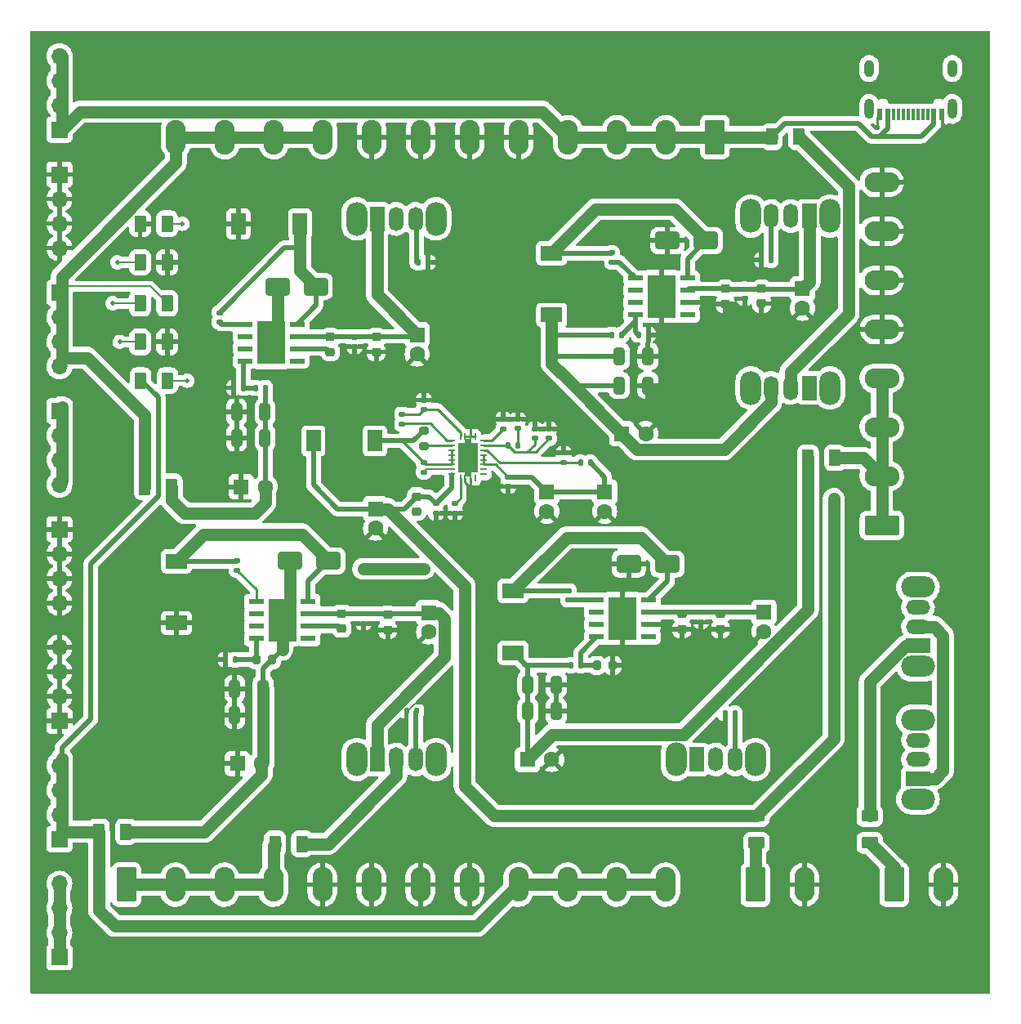
<source format=gtl>
%TF.GenerationSoftware,KiCad,Pcbnew,7.0.2*%
%TF.CreationDate,2023-07-05T23:24:43+08:00*%
%TF.ProjectId,tps61088,74707336-3130-4383-982e-6b696361645f,rev?*%
%TF.SameCoordinates,Original*%
%TF.FileFunction,Copper,L1,Top*%
%TF.FilePolarity,Positive*%
%FSLAX46Y46*%
G04 Gerber Fmt 4.6, Leading zero omitted, Abs format (unit mm)*
G04 Created by KiCad (PCBNEW 7.0.2) date 2023-07-05 23:24:43*
%MOMM*%
%LPD*%
G01*
G04 APERTURE LIST*
G04 Aperture macros list*
%AMRoundRect*
0 Rectangle with rounded corners*
0 $1 Rounding radius*
0 $2 $3 $4 $5 $6 $7 $8 $9 X,Y pos of 4 corners*
0 Add a 4 corners polygon primitive as box body*
4,1,4,$2,$3,$4,$5,$6,$7,$8,$9,$2,$3,0*
0 Add four circle primitives for the rounded corners*
1,1,$1+$1,$2,$3*
1,1,$1+$1,$4,$5*
1,1,$1+$1,$6,$7*
1,1,$1+$1,$8,$9*
0 Add four rect primitives between the rounded corners*
20,1,$1+$1,$2,$3,$4,$5,0*
20,1,$1+$1,$4,$5,$6,$7,0*
20,1,$1+$1,$6,$7,$8,$9,0*
20,1,$1+$1,$8,$9,$2,$3,0*%
%AMFreePoly0*
4,1,13,0.375000,1.525000,1.025000,1.525000,1.025000,-1.525000,0.375000,-1.525000,0.375000,-1.925000,-0.375000,-1.925000,-0.375000,-1.525000,-1.025000,-1.525000,-1.025000,1.525000,-0.375000,1.525000,-0.375000,1.925000,0.375000,1.925000,0.375000,1.525000,0.375000,1.525000,$1*%
G04 Aperture macros list end*
%TA.AperFunction,ComponentPad*%
%ADD10O,3.500000X2.200000*%
%TD*%
%TA.AperFunction,ComponentPad*%
%ADD11R,2.500000X1.500000*%
%TD*%
%TA.AperFunction,ComponentPad*%
%ADD12O,2.500000X1.500000*%
%TD*%
%TA.AperFunction,SMDPad,CuDef*%
%ADD13RoundRect,0.250000X-0.325000X-0.650000X0.325000X-0.650000X0.325000X0.650000X-0.325000X0.650000X0*%
%TD*%
%TA.AperFunction,ComponentPad*%
%ADD14R,1.600000X1.600000*%
%TD*%
%TA.AperFunction,ComponentPad*%
%ADD15C,1.600000*%
%TD*%
%TA.AperFunction,SMDPad,CuDef*%
%ADD16R,1.500000X2.200000*%
%TD*%
%TA.AperFunction,SMDPad,CuDef*%
%ADD17RoundRect,0.250000X-0.625000X0.375000X-0.625000X-0.375000X0.625000X-0.375000X0.625000X0.375000X0*%
%TD*%
%TA.AperFunction,SMDPad,CuDef*%
%ADD18RoundRect,0.250000X-0.375000X-0.625000X0.375000X-0.625000X0.375000X0.625000X-0.375000X0.625000X0*%
%TD*%
%TA.AperFunction,ComponentPad*%
%ADD19R,1.700000X1.700000*%
%TD*%
%TA.AperFunction,ComponentPad*%
%ADD20O,1.700000X1.700000*%
%TD*%
%TA.AperFunction,SMDPad,CuDef*%
%ADD21RoundRect,0.135000X-0.185000X0.135000X-0.185000X-0.135000X0.185000X-0.135000X0.185000X0.135000X0*%
%TD*%
%TA.AperFunction,SMDPad,CuDef*%
%ADD22RoundRect,0.225000X0.250000X-0.225000X0.250000X0.225000X-0.250000X0.225000X-0.250000X-0.225000X0*%
%TD*%
%TA.AperFunction,SMDPad,CuDef*%
%ADD23R,1.550000X0.600000*%
%TD*%
%TA.AperFunction,ComponentPad*%
%ADD24C,0.600000*%
%TD*%
%TA.AperFunction,SMDPad,CuDef*%
%ADD25R,2.600000X3.100000*%
%TD*%
%TA.AperFunction,SMDPad,CuDef*%
%ADD26R,2.950000X4.500000*%
%TD*%
%TA.AperFunction,SMDPad,CuDef*%
%ADD27RoundRect,0.135000X0.185000X-0.135000X0.185000X0.135000X-0.185000X0.135000X-0.185000X-0.135000X0*%
%TD*%
%TA.AperFunction,SMDPad,CuDef*%
%ADD28RoundRect,0.250000X0.375000X0.625000X-0.375000X0.625000X-0.375000X-0.625000X0.375000X-0.625000X0*%
%TD*%
%TA.AperFunction,ComponentPad*%
%ADD29RoundRect,0.249999X0.790001X1.550001X-0.790001X1.550001X-0.790001X-1.550001X0.790001X-1.550001X0*%
%TD*%
%TA.AperFunction,ComponentPad*%
%ADD30O,2.080000X3.600000*%
%TD*%
%TA.AperFunction,SMDPad,CuDef*%
%ADD31RoundRect,0.140000X-0.170000X0.140000X-0.170000X-0.140000X0.170000X-0.140000X0.170000X0.140000X0*%
%TD*%
%TA.AperFunction,SMDPad,CuDef*%
%ADD32RoundRect,0.050400X-0.069600X-0.249600X0.069600X-0.249600X0.069600X0.249600X-0.069600X0.249600X0*%
%TD*%
%TA.AperFunction,SMDPad,CuDef*%
%ADD33RoundRect,0.050400X-0.249600X-0.069600X0.249600X-0.069600X0.249600X0.069600X-0.249600X0.069600X0*%
%TD*%
%TA.AperFunction,SMDPad,CuDef*%
%ADD34RoundRect,0.050000X-0.050000X-0.250000X0.050000X-0.250000X0.050000X0.250000X-0.050000X0.250000X0*%
%TD*%
%TA.AperFunction,SMDPad,CuDef*%
%ADD35FreePoly0,0.000000*%
%TD*%
%TA.AperFunction,SMDPad,CuDef*%
%ADD36RoundRect,0.225000X-0.250000X0.225000X-0.250000X-0.225000X0.250000X-0.225000X0.250000X0.225000X0*%
%TD*%
%TA.AperFunction,SMDPad,CuDef*%
%ADD37RoundRect,0.135000X-0.135000X-0.185000X0.135000X-0.185000X0.135000X0.185000X-0.135000X0.185000X0*%
%TD*%
%TA.AperFunction,SMDPad,CuDef*%
%ADD38RoundRect,0.250000X1.000000X0.650000X-1.000000X0.650000X-1.000000X-0.650000X1.000000X-0.650000X0*%
%TD*%
%TA.AperFunction,SMDPad,CuDef*%
%ADD39RoundRect,0.250000X0.625000X-0.375000X0.625000X0.375000X-0.625000X0.375000X-0.625000X-0.375000X0*%
%TD*%
%TA.AperFunction,SMDPad,CuDef*%
%ADD40RoundRect,0.200000X-0.200000X-0.275000X0.200000X-0.275000X0.200000X0.275000X-0.200000X0.275000X0*%
%TD*%
%TA.AperFunction,ComponentPad*%
%ADD41O,2.200000X3.500000*%
%TD*%
%TA.AperFunction,ComponentPad*%
%ADD42R,1.500000X2.500000*%
%TD*%
%TA.AperFunction,ComponentPad*%
%ADD43O,1.500000X2.500000*%
%TD*%
%TA.AperFunction,SMDPad,CuDef*%
%ADD44R,2.200000X1.500000*%
%TD*%
%TA.AperFunction,SMDPad,CuDef*%
%ADD45RoundRect,0.140000X0.170000X-0.140000X0.170000X0.140000X-0.170000X0.140000X-0.170000X-0.140000X0*%
%TD*%
%TA.AperFunction,ComponentPad*%
%ADD46RoundRect,0.249999X-0.790001X-1.550001X0.790001X-1.550001X0.790001X1.550001X-0.790001X1.550001X0*%
%TD*%
%TA.AperFunction,SMDPad,CuDef*%
%ADD47RoundRect,0.200000X0.275000X-0.200000X0.275000X0.200000X-0.275000X0.200000X-0.275000X-0.200000X0*%
%TD*%
%TA.AperFunction,SMDPad,CuDef*%
%ADD48RoundRect,0.135000X0.135000X0.185000X-0.135000X0.185000X-0.135000X-0.185000X0.135000X-0.185000X0*%
%TD*%
%TA.AperFunction,SMDPad,CuDef*%
%ADD49R,0.600000X1.150000*%
%TD*%
%TA.AperFunction,SMDPad,CuDef*%
%ADD50R,0.300000X1.150000*%
%TD*%
%TA.AperFunction,ComponentPad*%
%ADD51O,1.000000X2.100000*%
%TD*%
%TA.AperFunction,ComponentPad*%
%ADD52O,1.000000X1.800000*%
%TD*%
%TA.AperFunction,ComponentPad*%
%ADD53RoundRect,0.249999X1.550001X-0.790001X1.550001X0.790001X-1.550001X0.790001X-1.550001X-0.790001X0*%
%TD*%
%TA.AperFunction,ComponentPad*%
%ADD54O,3.600000X2.080000*%
%TD*%
%TA.AperFunction,ViaPad*%
%ADD55C,0.600000*%
%TD*%
%TA.AperFunction,ViaPad*%
%ADD56C,0.800000*%
%TD*%
%TA.AperFunction,ViaPad*%
%ADD57C,0.500000*%
%TD*%
%TA.AperFunction,Conductor*%
%ADD58C,0.254000*%
%TD*%
%TA.AperFunction,Conductor*%
%ADD59C,0.508000*%
%TD*%
%TA.AperFunction,Conductor*%
%ADD60C,1.270000*%
%TD*%
%TA.AperFunction,Conductor*%
%ADD61C,0.127000*%
%TD*%
%TA.AperFunction,Conductor*%
%ADD62C,0.200000*%
%TD*%
G04 APERTURE END LIST*
D10*
%TO.P,Vin,*%
%TO.N,*%
X192250000Y-127600000D03*
X192250000Y-119400000D03*
D11*
%TO.P,Vin,1,A*%
%TO.N,Net-(SW5-B)*%
X192250000Y-125500000D03*
D12*
%TO.P,Vin,2,B*%
%TO.N,+12V*%
X192250000Y-123500000D03*
%TO.P,Vin,3,C*%
%TO.N,unconnected-(SW7-C-Pad3)*%
X192250000Y-121500000D03*
%TD*%
D13*
%TO.P,C7,1*%
%TO.N,GND*%
X121425000Y-118919888D03*
%TO.P,C7,2*%
%TO.N,-12V*%
X124375000Y-118919888D03*
%TD*%
D14*
%TO.P,C9,1*%
%TO.N,Net-(SW2-A)*%
X140342621Y-79500000D03*
D15*
%TO.P,C9,2*%
%TO.N,GND*%
X140342621Y-81500000D03*
%TD*%
D16*
%TO.P,L2,1,1*%
%TO.N,Net-(D3-K)*%
X128200000Y-68000000D03*
%TO.P,L2,2,2*%
%TO.N,GND*%
X121800000Y-68000000D03*
%TD*%
D17*
%TO.P,F7,1*%
%TO.N,Net-(SW5-A)*%
X187250000Y-129350000D03*
%TO.P,F7,2*%
%TO.N,+12VA*%
X187250000Y-132150000D03*
%TD*%
D18*
%TO.P,F2,1*%
%TO.N,Net-(J1-Pin_1)*%
X125600000Y-132250000D03*
%TO.P,F2,2*%
%TO.N,+12V*%
X128400000Y-132250000D03*
%TD*%
D19*
%TO.P,J10,1,Pin_1*%
%TO.N,GND*%
X103250000Y-62900000D03*
D20*
%TO.P,J10,2,Pin_2*%
X103250000Y-65440000D03*
%TO.P,J10,3,Pin_3*%
X103250000Y-67980000D03*
%TO.P,J10,4,Pin_4*%
X103250000Y-70520000D03*
%TD*%
D21*
%TO.P,R19,1*%
%TO.N,GND*%
X149275000Y-88240000D03*
%TO.P,R19,2*%
%TO.N,Net-(U1-ILIM)*%
X149275000Y-89260000D03*
%TD*%
D14*
%TO.P,C35,1*%
%TO.N,5V_in*%
X136025000Y-97544888D03*
D15*
%TO.P,C35,2*%
%TO.N,GND*%
X136025000Y-99544888D03*
%TD*%
D22*
%TO.P,C4,1*%
%TO.N,GND*%
X137275000Y-110069888D03*
%TO.P,C4,2*%
%TO.N,Net-(SW1-A)*%
X137275000Y-108519888D03*
%TD*%
D23*
%TO.P,U4,1,BOOT*%
%TO.N,Net-(U4-BOOT)*%
X162975000Y-73645000D03*
%TO.P,U4,2,NC*%
%TO.N,unconnected-(U4-NC-Pad2)*%
X162975000Y-74915000D03*
%TO.P,U4,3,NC*%
%TO.N,unconnected-(U4-NC-Pad3)*%
X162975000Y-76185000D03*
%TO.P,U4,4,VSENSE*%
%TO.N,Net-(U4-VSENSE)*%
X162975000Y-77455000D03*
%TO.P,U4,5,EN*%
%TO.N,unconnected-(U4-EN-Pad5)*%
X168375000Y-77455000D03*
%TO.P,U4,6,GND*%
%TO.N,GND*%
X168375000Y-76185000D03*
%TO.P,U4,7,VIN*%
%TO.N,Net-(SW3-A)*%
X168375000Y-74915000D03*
%TO.P,U4,8,PH*%
%TO.N,Net-(D5-K)*%
X168375000Y-73645000D03*
D24*
%TO.P,U4,9,GNDPAD*%
%TO.N,GND*%
X165075000Y-73750000D03*
X165075000Y-74950000D03*
X165075000Y-76250000D03*
X165075000Y-77350000D03*
D25*
X165675000Y-75550000D03*
D26*
X165675000Y-75550000D03*
D24*
X166275000Y-73750000D03*
X166275000Y-74950000D03*
X166275000Y-76250000D03*
X166275000Y-77350000D03*
%TD*%
D27*
%TO.P,R18,1*%
%TO.N,Net-(U1-EN)*%
X138775000Y-88760000D03*
%TO.P,R18,2*%
%TO.N,Net-(U1-VCC)*%
X138775000Y-87740000D03*
%TD*%
D14*
%TO.P,C25,1*%
%TO.N,Net-(SW4-A)*%
X176275000Y-108250000D03*
D15*
%TO.P,C25,2*%
%TO.N,GND*%
X176275000Y-110250000D03*
%TD*%
D28*
%TO.P,D8,1,K*%
%TO.N,Net-(D8-K)*%
X114417500Y-76250000D03*
%TO.P,D8,2,A*%
%TO.N,Net-(D8-A)*%
X111617500Y-76250000D03*
%TD*%
D14*
%TO.P,C8,1*%
%TO.N,GND*%
X121717621Y-123919888D03*
D15*
%TO.P,C8,2*%
%TO.N,-12V*%
X124217621Y-123919888D03*
%TD*%
D29*
%TO.P,J2,1,Pin_1*%
%TO.N,/5V_fuse*%
X171190000Y-59027500D03*
D30*
%TO.P,J2,2,Pin_2*%
X166110000Y-59027500D03*
%TO.P,J2,3,Pin_3*%
X161030000Y-59027500D03*
%TO.P,J2,4,Pin_4*%
X155950000Y-59027500D03*
%TO.P,J2,5,Pin_5*%
%TO.N,GND*%
X150870000Y-59027500D03*
%TO.P,J2,6,Pin_6*%
X145790000Y-59027500D03*
%TO.P,J2,7,Pin_7*%
X140710000Y-59027500D03*
%TO.P,J2,8,Pin_8*%
X135630000Y-59027500D03*
%TO.P,J2,9,Pin_9*%
%TO.N,Net-(D8-K)*%
X130550000Y-59027500D03*
%TO.P,J2,10,Pin_10*%
X125470000Y-59027500D03*
%TO.P,J2,11,Pin_11*%
X120390000Y-59027500D03*
%TO.P,J2,12,Pin_12*%
X115310000Y-59027500D03*
%TD*%
D31*
%TO.P,C33,1*%
%TO.N,5V_in*%
X142275000Y-97020000D03*
%TO.P,C33,2*%
%TO.N,GND*%
X142275000Y-97980000D03*
%TD*%
D32*
%TO.P,U1,1,VCC*%
%TO.N,Net-(U1-VCC)*%
X144835000Y-90050000D03*
D33*
%TO.P,U1,2,EN*%
%TO.N,Net-(U1-EN)*%
X143935000Y-90450000D03*
%TO.P,U1,3,FSW*%
%TO.N,Net-(U1-FSW)*%
X143935000Y-90950000D03*
%TO.P,U1,4,SW*%
%TO.N,Net-(C36-Pad2)*%
X143935000Y-91450000D03*
%TO.P,U1,5,SW*%
X143935000Y-91950000D03*
%TO.P,U1,6,SW*%
X143935000Y-92450000D03*
%TO.P,U1,7,SW*%
X143935000Y-92950000D03*
%TO.P,U1,8,BOOT*%
%TO.N,Net-(U1-BOOT)*%
X143935000Y-93450000D03*
%TO.P,U1,9,VIN*%
%TO.N,5V_in*%
X143935000Y-93950000D03*
D32*
%TO.P,U1,10,SS*%
%TO.N,Net-(U1-SS)*%
X144835000Y-94350000D03*
%TO.P,U1,11,NC*%
%TO.N,unconnected-(U1-NC-Pad11)*%
X146335000Y-94350000D03*
D33*
%TO.P,U1,12,NC*%
%TO.N,unconnected-(U1-NC-Pad12)*%
X147235000Y-93950000D03*
%TO.P,U1,13,MODE*%
%TO.N,unconnected-(U1-MODE-Pad13)*%
X147235000Y-93450000D03*
%TO.P,U1,14,VOUT*%
%TO.N,Net-(SW5-C)*%
X147235000Y-92950000D03*
%TO.P,U1,15,VOUT*%
X147235000Y-92450000D03*
%TO.P,U1,16,VOUT*%
X147235000Y-91950000D03*
%TO.P,U1,17,FB*%
%TO.N,Net-(U1-FB)*%
X147235000Y-91450000D03*
%TO.P,U1,18,COMP*%
%TO.N,Net-(U1-COMP)*%
X147235000Y-90950000D03*
%TO.P,U1,19,ILIM*%
%TO.N,Net-(U1-ILIM)*%
X147235000Y-90450000D03*
D32*
%TO.P,U1,20,AGND*%
%TO.N,GND*%
X146335000Y-90050000D03*
D34*
%TO.P,U1,21,AGND*%
X145310000Y-90050000D03*
X145310000Y-94350000D03*
D35*
X145585000Y-92200000D03*
D34*
X145860000Y-90050000D03*
X145860000Y-94350000D03*
%TD*%
D28*
%TO.P,F3,1*%
%TO.N,-12V*%
X110150000Y-131000000D03*
%TO.P,F3,2*%
%TO.N,Net-(D4-K)*%
X107350000Y-131000000D03*
%TD*%
%TO.P,F5,1*%
%TO.N,-5V*%
X114900000Y-95250000D03*
%TO.P,F5,2*%
%TO.N,Net-(D8-K)*%
X112100000Y-95250000D03*
%TD*%
D36*
%TO.P,C34,1*%
%TO.N,5V_in*%
X140275000Y-96265000D03*
%TO.P,C34,2*%
%TO.N,GND*%
X140275000Y-97815000D03*
%TD*%
D19*
%TO.P,J11,1,Pin_1*%
%TO.N,Net-(D8-K)*%
X103250000Y-75150000D03*
D20*
%TO.P,J11,2,Pin_2*%
X103250000Y-77690000D03*
%TO.P,J11,3,Pin_3*%
X103250000Y-80230000D03*
%TO.P,J11,4,Pin_4*%
X103250000Y-82770000D03*
%TD*%
D13*
%TO.P,C24,1*%
%TO.N,Net-(SW6-C)*%
X161300000Y-84750000D03*
%TO.P,C24,2*%
%TO.N,GND*%
X164250000Y-84750000D03*
%TD*%
D22*
%TO.P,C10,1*%
%TO.N,GND*%
X136092621Y-81275000D03*
%TO.P,C10,2*%
%TO.N,Net-(SW2-A)*%
X136092621Y-79725000D03*
%TD*%
D14*
%TO.P,C17,1*%
%TO.N,Net-(SW3-A)*%
X180275000Y-74750000D03*
D15*
%TO.P,C17,2*%
%TO.N,GND*%
X180275000Y-76750000D03*
%TD*%
D14*
%TO.P,C3,1*%
%TO.N,Net-(SW1-A)*%
X141525000Y-108294888D03*
D15*
%TO.P,C3,2*%
%TO.N,GND*%
X141525000Y-110294888D03*
%TD*%
D37*
%TO.P,R5,1*%
%TO.N,Net-(SW2-C)*%
X140441000Y-72000000D03*
%TO.P,R5,2*%
%TO.N,GND*%
X141461000Y-72000000D03*
%TD*%
D14*
%TO.P,C22,1*%
%TO.N,Net-(SW6-C)*%
X161525000Y-89750000D03*
D15*
%TO.P,C22,2*%
%TO.N,GND*%
X164025000Y-89750000D03*
%TD*%
D37*
%TO.P,R14,1*%
%TO.N,+3V3*%
X156265000Y-113750000D03*
%TO.P,R14,2*%
%TO.N,Net-(U5-VSENSE)*%
X157285000Y-113750000D03*
%TD*%
D31*
%TO.P,C39,1*%
%TO.N,Net-(SW5-C)*%
X149775000Y-94270000D03*
%TO.P,C39,2*%
%TO.N,GND*%
X149775000Y-95230000D03*
%TD*%
D19*
%TO.P,J8,1,Pin_1*%
%TO.N,Net-(D4-K)*%
X103250000Y-131750000D03*
D20*
%TO.P,J8,2,Pin_2*%
X103250000Y-129210000D03*
%TO.P,J8,3,Pin_3*%
X103250000Y-126670000D03*
%TO.P,J8,4,Pin_4*%
X103250000Y-124130000D03*
%TD*%
D38*
%TO.P,D3,1,K*%
%TO.N,Net-(D3-K)*%
X129842621Y-74500000D03*
%TO.P,D3,2,A*%
%TO.N,-5V*%
X125842621Y-74500000D03*
%TD*%
D39*
%TO.P,F1,1*%
%TO.N,+5VA*%
X175500000Y-132150000D03*
%TO.P,F1,2*%
%TO.N,5V_in*%
X175500000Y-129350000D03*
%TD*%
D40*
%TO.P,R15,1*%
%TO.N,Net-(U5-VSENSE)*%
X158950000Y-113750000D03*
%TO.P,R15,2*%
%TO.N,GND*%
X160600000Y-113750000D03*
%TD*%
D28*
%TO.P,F6,1*%
%TO.N,Net-(J12-Pin_1)*%
X183650000Y-92250000D03*
%TO.P,F6,2*%
%TO.N,+3V3*%
X180850000Y-92250000D03*
%TD*%
D23*
%TO.P,U3,1,BOOT*%
%TO.N,Net-(U3-BOOT)*%
X122492621Y-78395000D03*
%TO.P,U3,2,NC*%
%TO.N,unconnected-(U3-NC-Pad2)*%
X122492621Y-79665000D03*
%TO.P,U3,3,NC*%
%TO.N,unconnected-(U3-NC-Pad3)*%
X122492621Y-80935000D03*
%TO.P,U3,4,VSENSE*%
%TO.N,Net-(U3-VSENSE)*%
X122492621Y-82205000D03*
%TO.P,U3,5,EN*%
%TO.N,unconnected-(U3-EN-Pad5)*%
X127892621Y-82205000D03*
%TO.P,U3,6,GND*%
%TO.N,-5V*%
X127892621Y-80935000D03*
%TO.P,U3,7,VIN*%
%TO.N,Net-(SW2-A)*%
X127892621Y-79665000D03*
%TO.P,U3,8,PH*%
%TO.N,Net-(D3-K)*%
X127892621Y-78395000D03*
D24*
%TO.P,U3,9,GNDPAD*%
%TO.N,-5V*%
X124592621Y-78500000D03*
X124592621Y-79700000D03*
X124592621Y-81000000D03*
X124592621Y-82100000D03*
D25*
X125192621Y-80300000D03*
D26*
X125192621Y-80300000D03*
D24*
X125792621Y-78500000D03*
X125792621Y-79700000D03*
X125792621Y-81000000D03*
X125792621Y-82100000D03*
%TD*%
D16*
%TO.P,L5,1,1*%
%TO.N,5V_in*%
X129575000Y-90500000D03*
%TO.P,L5,2,2*%
%TO.N,Net-(C36-Pad2)*%
X135975000Y-90500000D03*
%TD*%
D36*
%TO.P,C19,1*%
%TO.N,Net-(SW3-A)*%
X172275000Y-74750000D03*
%TO.P,C19,2*%
%TO.N,GND*%
X172275000Y-76300000D03*
%TD*%
D14*
%TO.P,C40,1*%
%TO.N,Net-(SW5-C)*%
X153775000Y-95794888D03*
D15*
%TO.P,C40,2*%
%TO.N,GND*%
X153775000Y-97794888D03*
%TD*%
D41*
%TO.P,SW4,*%
%TO.N,*%
X167175000Y-123500000D03*
X175375000Y-123500000D03*
D42*
%TO.P,SW4,1,A*%
%TO.N,Net-(SW4-A)*%
X169275000Y-123500000D03*
D43*
%TO.P,SW4,2,B*%
%TO.N,+12V*%
X171275000Y-123500000D03*
%TO.P,SW4,3,C*%
%TO.N,Net-(SW4-C)*%
X173275000Y-123500000D03*
%TD*%
D44*
%TO.P,L3,1,1*%
%TO.N,Net-(D5-K)*%
X154275000Y-71050000D03*
%TO.P,L3,2,2*%
%TO.N,Net-(SW6-C)*%
X154275000Y-77450000D03*
%TD*%
D19*
%TO.P,J12,1,Pin_1*%
%TO.N,Net-(J12-Pin_1)*%
X103250000Y-87400000D03*
D20*
%TO.P,J12,2,Pin_2*%
X103250000Y-89940000D03*
%TO.P,J12,3,Pin_3*%
X103250000Y-92480000D03*
%TO.P,J12,4,Pin_4*%
X103250000Y-95020000D03*
%TD*%
D18*
%TO.P,D9,1,K*%
%TO.N,GND*%
X111617500Y-68000000D03*
%TO.P,D9,2,A*%
%TO.N,Net-(D9-A)*%
X114417500Y-68000000D03*
%TD*%
D22*
%TO.P,C26,1*%
%TO.N,GND*%
X171775000Y-110000000D03*
%TO.P,C26,2*%
%TO.N,Net-(SW4-A)*%
X171775000Y-108450000D03*
%TD*%
D21*
%TO.P,R22,1*%
%TO.N,GND*%
X155525000Y-91740000D03*
%TO.P,R22,2*%
%TO.N,Net-(U1-FB)*%
X155525000Y-92760000D03*
%TD*%
D13*
%TO.P,C32,1*%
%TO.N,+3V3*%
X151800000Y-115750000D03*
%TO.P,C32,2*%
%TO.N,GND*%
X154750000Y-115750000D03*
%TD*%
D22*
%TO.P,C18,1*%
%TO.N,GND*%
X176025000Y-76275000D03*
%TO.P,C18,2*%
%TO.N,Net-(SW3-A)*%
X176025000Y-74725000D03*
%TD*%
D36*
%TO.P,C27,1*%
%TO.N,Net-(SW4-A)*%
X167775000Y-108450000D03*
%TO.P,C27,2*%
%TO.N,GND*%
X167775000Y-110000000D03*
%TD*%
D45*
%TO.P,C13,1*%
%TO.N,Net-(U3-BOOT)*%
X119842621Y-78180000D03*
%TO.P,C13,2*%
%TO.N,Net-(D3-K)*%
X119842621Y-77220000D03*
%TD*%
D13*
%TO.P,C23,1*%
%TO.N,Net-(SW6-C)*%
X161300000Y-81750000D03*
%TO.P,C23,2*%
%TO.N,GND*%
X164250000Y-81750000D03*
%TD*%
D45*
%TO.P,C21,1*%
%TO.N,Net-(U4-BOOT)*%
X160525000Y-71980000D03*
%TO.P,C21,2*%
%TO.N,Net-(D5-K)*%
X160525000Y-71020000D03*
%TD*%
D38*
%TO.P,D7,1,K*%
%TO.N,Net-(D7-K)*%
X166275000Y-103250000D03*
%TO.P,D7,2,A*%
%TO.N,GND*%
X162275000Y-103250000D03*
%TD*%
D31*
%TO.P,C28,1*%
%TO.N,Net-(SW4-A)*%
X169775000Y-108270000D03*
%TO.P,C28,2*%
%TO.N,GND*%
X169775000Y-109230000D03*
%TD*%
D41*
%TO.P,5V_SW,*%
%TO.N,*%
X183125000Y-67202500D03*
X174925000Y-67202500D03*
D42*
%TO.P,5V_SW,1,A*%
%TO.N,Net-(SW3-A)*%
X181025000Y-67202500D03*
D43*
%TO.P,5V_SW,2,B*%
%TO.N,+12V*%
X179025000Y-67202500D03*
%TO.P,5V_SW,3,C*%
%TO.N,Net-(SW3-C)*%
X177025000Y-67202500D03*
%TD*%
D37*
%TO.P,R10,1*%
%TO.N,Net-(SW6-C)*%
X160515000Y-79500000D03*
%TO.P,R10,2*%
%TO.N,Net-(U4-VSENSE)*%
X161535000Y-79500000D03*
%TD*%
%TO.P,R21,1*%
%TO.N,Net-(U1-FB)*%
X157265000Y-92750000D03*
%TO.P,R21,2*%
%TO.N,Net-(SW5-C)*%
X158285000Y-92750000D03*
%TD*%
D41*
%TO.P,-5V_SW,*%
%TO.N,*%
X134075000Y-67500000D03*
X142275000Y-67500000D03*
D42*
%TO.P,-5V_SW,1,A*%
%TO.N,Net-(SW2-A)*%
X136175000Y-67500000D03*
D43*
%TO.P,-5V_SW,2,B*%
%TO.N,+12V*%
X138175000Y-67500000D03*
%TO.P,-5V_SW,3,C*%
%TO.N,Net-(SW2-C)*%
X140175000Y-67500000D03*
%TD*%
D41*
%TO.P,SW6,*%
%TO.N,*%
X183125000Y-85000000D03*
X174925000Y-85000000D03*
D42*
%TO.P,SW6,1,A*%
%TO.N,5V_in*%
X181025000Y-85000000D03*
D43*
%TO.P,SW6,2,B*%
%TO.N,+5V*%
X179025000Y-85000000D03*
%TO.P,SW6,3,C*%
%TO.N,Net-(SW6-C)*%
X177025000Y-85000000D03*
%TD*%
D46*
%TO.P,12V,1,Pin_1*%
%TO.N,Net-(J1-Pin_1)*%
X110190000Y-136472500D03*
D30*
%TO.P,12V,2,Pin_2*%
X115270000Y-136472500D03*
%TO.P,12V,3,Pin_3*%
X120350000Y-136472500D03*
%TO.P,12V,4,Pin_4*%
X125430000Y-136472500D03*
%TO.P,12V,5,Pin_5*%
%TO.N,GND*%
X130510000Y-136472500D03*
%TO.P,12V,6,Pin_6*%
X135590000Y-136472500D03*
%TO.P,12V,7,Pin_7*%
X140670000Y-136472500D03*
%TO.P,12V,8,Pin_8*%
X145750000Y-136472500D03*
%TO.P,12V,9,Pin_9*%
%TO.N,Net-(D4-K)*%
X150830000Y-136472500D03*
%TO.P,12V,10,Pin_10*%
X155910000Y-136472500D03*
%TO.P,12V,11,Pin_11*%
X160990000Y-136472500D03*
%TO.P,12V,12,Pin_12*%
X166070000Y-136472500D03*
%TD*%
D47*
%TO.P,R17,1*%
%TO.N,Net-(U1-FSW)*%
X141025000Y-91075000D03*
%TO.P,R17,2*%
%TO.N,Net-(C36-Pad2)*%
X141025000Y-89425000D03*
%TD*%
D36*
%TO.P,C5,1*%
%TO.N,Net-(SW1-A)*%
X132525000Y-108394888D03*
%TO.P,C5,2*%
%TO.N,-12V*%
X132525000Y-109944888D03*
%TD*%
D18*
%TO.P,F4,1*%
%TO.N,/5V_fuse*%
X177100000Y-59000000D03*
%TO.P,F4,2*%
%TO.N,+5V*%
X179900000Y-59000000D03*
%TD*%
D28*
%TO.P,D6,1,K*%
%TO.N,GND*%
X114417500Y-72000000D03*
%TO.P,D6,2,A*%
%TO.N,Net-(D6-A)*%
X111617500Y-72000000D03*
%TD*%
D10*
%TO.P,SW5,*%
%TO.N,*%
X192250000Y-113850000D03*
X192250000Y-105650000D03*
D11*
%TO.P,SW5,1,A*%
%TO.N,Net-(SW5-A)*%
X192250000Y-111750000D03*
D12*
%TO.P,SW5,2,B*%
%TO.N,Net-(SW5-B)*%
X192250000Y-109750000D03*
%TO.P,SW5,3,C*%
%TO.N,Net-(SW5-C)*%
X192250000Y-107750000D03*
%TD*%
D48*
%TO.P,R20,1*%
%TO.N,Net-(C44-Pad2)*%
X150785000Y-91000000D03*
%TO.P,R20,2*%
%TO.N,Net-(U1-COMP)*%
X149765000Y-91000000D03*
%TD*%
%TO.P,R13,1*%
%TO.N,Net-(SW4-C)*%
X173275000Y-118750000D03*
%TO.P,R13,2*%
%TO.N,GND*%
X172255000Y-118750000D03*
%TD*%
D31*
%TO.P,C42,1*%
%TO.N,GND*%
X154025000Y-89270000D03*
%TO.P,C42,2*%
%TO.N,Net-(U1-COMP)*%
X154025000Y-90230000D03*
%TD*%
D48*
%TO.P,R9,1*%
%TO.N,Net-(SW3-C)*%
X177035000Y-71750000D03*
%TO.P,R9,2*%
%TO.N,GND*%
X176015000Y-71750000D03*
%TD*%
D14*
%TO.P,C30,1*%
%TO.N,+3V3*%
X151775000Y-123500000D03*
D15*
%TO.P,C30,2*%
%TO.N,GND*%
X154275000Y-123500000D03*
%TD*%
D49*
%TO.P,P1,A1,GND*%
%TO.N,GND*%
X194700000Y-56680000D03*
%TO.P,P1,A4,VBUS*%
%TO.N,/5V_fuse*%
X193900000Y-56680000D03*
D50*
%TO.P,P1,A5,CC*%
%TO.N,unconnected-(P1-CC-PadA5)*%
X192750000Y-56680000D03*
%TO.P,P1,A6,D+*%
%TO.N,unconnected-(P1-D+-PadA6)*%
X191750000Y-56680000D03*
%TO.P,P1,A7,D-*%
%TO.N,unconnected-(P1-D--PadA7)*%
X191250000Y-56680000D03*
%TO.P,P1,A8*%
%TO.N,N/C*%
X190250000Y-56680000D03*
D49*
%TO.P,P1,A9,VBUS*%
%TO.N,/5V_fuse*%
X189100000Y-56680000D03*
%TO.P,P1,A12,GND*%
%TO.N,GND*%
X188300000Y-56680000D03*
%TO.P,P1,B1,GND*%
X188300000Y-56680000D03*
%TO.P,P1,B4,VBUS*%
%TO.N,/5V_fuse*%
X189100000Y-56680000D03*
D50*
%TO.P,P1,B5,VCONN*%
%TO.N,unconnected-(P1-VCONN-PadB5)*%
X189750000Y-56680000D03*
%TO.P,P1,B6*%
%TO.N,N/C*%
X190750000Y-56680000D03*
%TO.P,P1,B7*%
X192250000Y-56680000D03*
%TO.P,P1,B8*%
X193250000Y-56680000D03*
D49*
%TO.P,P1,B9,VBUS*%
%TO.N,/5V_fuse*%
X193900000Y-56680000D03*
%TO.P,P1,B12,GND*%
%TO.N,GND*%
X194700000Y-56680000D03*
D51*
%TO.P,P1,S1,SHIELD*%
%TO.N,unconnected-(P1-SHIELD-PadS1)*%
X195820000Y-56105000D03*
D52*
X195820000Y-51925000D03*
D51*
X187180000Y-56105000D03*
D52*
X187180000Y-51925000D03*
%TD*%
D44*
%TO.P,L1,1,1*%
%TO.N,Net-(D1-K)*%
X115400000Y-102969888D03*
%TO.P,L1,2,2*%
%TO.N,GND*%
X115400000Y-109369888D03*
%TD*%
D14*
%TO.P,C41,1*%
%TO.N,Net-(SW5-C)*%
X159775000Y-95794888D03*
D15*
%TO.P,C41,2*%
%TO.N,GND*%
X159775000Y-97794888D03*
%TD*%
D31*
%TO.P,C43,1*%
%TO.N,GND*%
X152525000Y-89270000D03*
%TO.P,C43,2*%
%TO.N,Net-(U1-COMP)*%
X152525000Y-90230000D03*
%TD*%
D40*
%TO.P,R2,1*%
%TO.N,Net-(U2-VSENSE)*%
X123650000Y-113169888D03*
%TO.P,R2,2*%
%TO.N,-12V*%
X125300000Y-113169888D03*
%TD*%
D19*
%TO.P,J14,1,Pin_1*%
%TO.N,GND*%
X103250000Y-119500000D03*
D20*
%TO.P,J14,2,Pin_2*%
X103250000Y-116960000D03*
%TO.P,J14,3,Pin_3*%
X103250000Y-114420000D03*
%TO.P,J14,4,Pin_4*%
X103250000Y-111880000D03*
%TD*%
D13*
%TO.P,C15,1*%
%TO.N,GND*%
X121617621Y-90200000D03*
%TO.P,C15,2*%
%TO.N,-5V*%
X124567621Y-90200000D03*
%TD*%
D36*
%TO.P,C11,1*%
%TO.N,Net-(SW2-A)*%
X131342621Y-79725000D03*
%TO.P,C11,2*%
%TO.N,-5V*%
X131342621Y-81275000D03*
%TD*%
D31*
%TO.P,C37,1*%
%TO.N,GND*%
X141025000Y-86270000D03*
%TO.P,C37,2*%
%TO.N,Net-(U1-VCC)*%
X141025000Y-87230000D03*
%TD*%
%TO.P,C20,1*%
%TO.N,Net-(SW3-A)*%
X174275000Y-74770000D03*
%TO.P,C20,2*%
%TO.N,GND*%
X174275000Y-75730000D03*
%TD*%
D18*
%TO.P,D4,1,K*%
%TO.N,Net-(D4-K)*%
X111657500Y-84250000D03*
%TO.P,D4,2,A*%
%TO.N,Net-(D4-A)*%
X114457500Y-84250000D03*
%TD*%
D53*
%TO.P,J3,1,Pin_1*%
%TO.N,Net-(J12-Pin_1)*%
X188500000Y-99250000D03*
D54*
%TO.P,J3,2,Pin_2*%
X188500000Y-94170000D03*
%TO.P,J3,3,Pin_3*%
X188500000Y-89090000D03*
%TO.P,J3,4,Pin_4*%
X188500000Y-84010000D03*
%TO.P,J3,5,Pin_5*%
%TO.N,GND*%
X188500000Y-78930000D03*
%TO.P,J3,6,Pin_6*%
X188500000Y-73850000D03*
%TO.P,J3,7,Pin_7*%
X188500000Y-68770000D03*
%TO.P,J3,8,Pin_8*%
X188500000Y-63690000D03*
%TD*%
D23*
%TO.P,U2,1,BOOT*%
%TO.N,Net-(U2-BOOT)*%
X123650000Y-107149888D03*
%TO.P,U2,2,NC*%
%TO.N,unconnected-(U2-NC-Pad2)*%
X123650000Y-108419888D03*
%TO.P,U2,3,NC*%
%TO.N,unconnected-(U2-NC-Pad3)*%
X123650000Y-109689888D03*
%TO.P,U2,4,VSENSE*%
%TO.N,Net-(U2-VSENSE)*%
X123650000Y-110959888D03*
%TO.P,U2,5,EN*%
%TO.N,unconnected-(U2-EN-Pad5)*%
X129050000Y-110959888D03*
%TO.P,U2,6,GND*%
%TO.N,-12V*%
X129050000Y-109689888D03*
%TO.P,U2,7,VIN*%
%TO.N,Net-(SW1-A)*%
X129050000Y-108419888D03*
%TO.P,U2,8,PH*%
%TO.N,Net-(D1-K)*%
X129050000Y-107149888D03*
D24*
%TO.P,U2,9,GNDPAD*%
%TO.N,-12V*%
X125750000Y-107254888D03*
X125750000Y-108454888D03*
X125750000Y-109754888D03*
X125750000Y-110854888D03*
D25*
X126350000Y-109054888D03*
D26*
X126350000Y-109054888D03*
D24*
X126950000Y-107254888D03*
X126950000Y-108454888D03*
X126950000Y-109754888D03*
X126950000Y-110854888D03*
%TD*%
D37*
%TO.P,R1,1*%
%TO.N,GND*%
X120465000Y-113169888D03*
%TO.P,R1,2*%
%TO.N,Net-(U2-VSENSE)*%
X121485000Y-113169888D03*
%TD*%
D28*
%TO.P,D2,1,K*%
%TO.N,GND*%
X114417500Y-80250000D03*
%TO.P,D2,2,A*%
%TO.N,Net-(D2-A)*%
X111617500Y-80250000D03*
%TD*%
D13*
%TO.P,C16,1*%
%TO.N,GND*%
X121617621Y-87500000D03*
%TO.P,C16,2*%
%TO.N,-5V*%
X124567621Y-87500000D03*
%TD*%
D19*
%TO.P,J9,1,Pin_1*%
%TO.N,/5V_fuse*%
X103250000Y-58250000D03*
D20*
%TO.P,J9,2,Pin_2*%
X103250000Y-55710000D03*
%TO.P,J9,3,Pin_3*%
X103250000Y-53170000D03*
%TO.P,J9,4,Pin_4*%
X103250000Y-50630000D03*
%TD*%
D37*
%TO.P,R7,1*%
%TO.N,Net-(U3-VSENSE)*%
X123572621Y-85000000D03*
%TO.P,R7,2*%
%TO.N,-5V*%
X124592621Y-85000000D03*
%TD*%
D38*
%TO.P,D5,1,K*%
%TO.N,Net-(D5-K)*%
X170275000Y-69750000D03*
%TO.P,D5,2,A*%
%TO.N,GND*%
X166275000Y-69750000D03*
%TD*%
D14*
%TO.P,C14,1*%
%TO.N,GND*%
X122092621Y-95250000D03*
D15*
%TO.P,C14,2*%
%TO.N,-5V*%
X124592621Y-95250000D03*
%TD*%
D31*
%TO.P,C38,1*%
%TO.N,Net-(U1-SS)*%
X144275000Y-97020000D03*
%TO.P,C38,2*%
%TO.N,GND*%
X144275000Y-97980000D03*
%TD*%
D37*
%TO.P,R11,1*%
%TO.N,Net-(U4-VSENSE)*%
X163265000Y-79500000D03*
%TO.P,R11,2*%
%TO.N,GND*%
X164285000Y-79500000D03*
%TD*%
D45*
%TO.P,C1,1*%
%TO.N,Net-(U2-BOOT)*%
X121650000Y-103899888D03*
%TO.P,C1,2*%
%TO.N,Net-(D1-K)*%
X121650000Y-102939888D03*
%TD*%
D38*
%TO.P,D1,1,K*%
%TO.N,Net-(D1-K)*%
X131150000Y-102919888D03*
%TO.P,D1,2,A*%
%TO.N,-12V*%
X127150000Y-102919888D03*
%TD*%
D37*
%TO.P,R6,1*%
%TO.N,GND*%
X121322621Y-85000000D03*
%TO.P,R6,2*%
%TO.N,Net-(U3-VSENSE)*%
X122342621Y-85000000D03*
%TD*%
D31*
%TO.P,C12,1*%
%TO.N,Net-(SW2-A)*%
X133842621Y-79770000D03*
%TO.P,C12,2*%
%TO.N,GND*%
X133842621Y-80730000D03*
%TD*%
D45*
%TO.P,C36,1*%
%TO.N,Net-(U1-BOOT)*%
X141025000Y-93730000D03*
%TO.P,C36,2*%
%TO.N,Net-(C36-Pad2)*%
X141025000Y-92770000D03*
%TD*%
D46*
%TO.P,J5,1,Pin_1*%
%TO.N,+5VA*%
X175390000Y-136472500D03*
D30*
%TO.P,J5,2,Pin_2*%
%TO.N,GND*%
X180470000Y-136472500D03*
%TD*%
D13*
%TO.P,C6,1*%
%TO.N,GND*%
X121425000Y-116169888D03*
%TO.P,C6,2*%
%TO.N,-12V*%
X124375000Y-116169888D03*
%TD*%
D45*
%TO.P,C29,1*%
%TO.N,Net-(U5-BOOT)*%
X156025000Y-106980000D03*
%TO.P,C29,2*%
%TO.N,Net-(D7-K)*%
X156025000Y-106020000D03*
%TD*%
D31*
%TO.P,C2,1*%
%TO.N,Net-(SW1-A)*%
X134775000Y-108439888D03*
%TO.P,C2,2*%
%TO.N,GND*%
X134775000Y-109399888D03*
%TD*%
%TO.P,C44,1*%
%TO.N,GND*%
X150775000Y-88270000D03*
%TO.P,C44,2*%
%TO.N,Net-(C44-Pad2)*%
X150775000Y-89230000D03*
%TD*%
D48*
%TO.P,R4,1*%
%TO.N,Net-(SW1-C)*%
X140285000Y-118500000D03*
%TO.P,R4,2*%
%TO.N,GND*%
X139265000Y-118500000D03*
%TD*%
D13*
%TO.P,C31,1*%
%TO.N,+3V3*%
X151800000Y-118500000D03*
%TO.P,C31,2*%
%TO.N,GND*%
X154750000Y-118500000D03*
%TD*%
D46*
%TO.P,J6,1,Pin_1*%
%TO.N,+12VA*%
X189790000Y-136472500D03*
D30*
%TO.P,J6,2,Pin_2*%
%TO.N,GND*%
X194870000Y-136472500D03*
%TD*%
D19*
%TO.P,J7,1,Pin_1*%
%TO.N,Net-(J1-Pin_1)*%
X103250000Y-144000000D03*
D20*
%TO.P,J7,2,Pin_2*%
X103250000Y-141460000D03*
%TO.P,J7,3,Pin_3*%
X103250000Y-138920000D03*
%TO.P,J7,4,Pin_4*%
X103250000Y-136380000D03*
%TD*%
D44*
%TO.P,L4,1,1*%
%TO.N,Net-(D7-K)*%
X150275000Y-106050000D03*
%TO.P,L4,2,2*%
%TO.N,+3V3*%
X150275000Y-112450000D03*
%TD*%
D41*
%TO.P,SW1,*%
%TO.N,*%
X134075000Y-123500000D03*
X142275000Y-123500000D03*
D42*
%TO.P,SW1,1,A*%
%TO.N,Net-(SW1-A)*%
X136175000Y-123500000D03*
D43*
%TO.P,SW1,2,B*%
%TO.N,+12V*%
X138175000Y-123500000D03*
%TO.P,SW1,3,C*%
%TO.N,Net-(SW1-C)*%
X140175000Y-123500000D03*
%TD*%
D23*
%TO.P,U5,1,BOOT*%
%TO.N,Net-(U5-BOOT)*%
X158925000Y-106995000D03*
%TO.P,U5,2,NC*%
%TO.N,unconnected-(U5-NC-Pad2)*%
X158925000Y-108265000D03*
%TO.P,U5,3,NC*%
%TO.N,unconnected-(U5-NC-Pad3)*%
X158925000Y-109535000D03*
%TO.P,U5,4,VSENSE*%
%TO.N,Net-(U5-VSENSE)*%
X158925000Y-110805000D03*
%TO.P,U5,5,EN*%
%TO.N,unconnected-(U5-EN-Pad5)*%
X164325000Y-110805000D03*
%TO.P,U5,6,GND*%
%TO.N,GND*%
X164325000Y-109535000D03*
%TO.P,U5,7,VIN*%
%TO.N,Net-(SW4-A)*%
X164325000Y-108265000D03*
%TO.P,U5,8,PH*%
%TO.N,Net-(D7-K)*%
X164325000Y-106995000D03*
D24*
%TO.P,U5,9,GNDPAD*%
%TO.N,GND*%
X161025000Y-107100000D03*
X161025000Y-108300000D03*
X161025000Y-109600000D03*
X161025000Y-110700000D03*
D25*
X161625000Y-108900000D03*
D26*
X161625000Y-108900000D03*
D24*
X162225000Y-107100000D03*
X162225000Y-108300000D03*
X162225000Y-109600000D03*
X162225000Y-110700000D03*
%TD*%
D19*
%TO.P,J13,1,Pin_1*%
%TO.N,GND*%
X103250000Y-99650000D03*
D20*
%TO.P,J13,2,Pin_2*%
X103250000Y-102190000D03*
%TO.P,J13,3,Pin_3*%
X103250000Y-104730000D03*
%TO.P,J13,4,Pin_4*%
X103250000Y-107270000D03*
%TD*%
D55*
%TO.N,GND*%
X188000000Y-58000000D03*
X195750000Y-58500000D03*
D56*
X112250000Y-118000000D03*
D55*
X142000000Y-117750000D03*
D56*
X172000000Y-102250000D03*
D55*
X145750000Y-88750000D03*
X145750000Y-95250000D03*
D56*
X161500000Y-116250000D03*
X179250000Y-117250000D03*
X109250000Y-93000000D03*
X171500000Y-120500000D03*
%TO.N,5V_in*%
X183500000Y-96500000D03*
D57*
%TO.N,Net-(D2-A)*%
X109500000Y-80250000D03*
%TO.N,Net-(D4-A)*%
X116500000Y-84250000D03*
%TO.N,Net-(D6-A)*%
X109250000Y-72000000D03*
%TO.N,Net-(D8-A)*%
X108750000Y-76250000D03*
%TO.N,Net-(D9-A)*%
X116000000Y-68000000D03*
D56*
%TO.N,Net-(J12-Pin_1)*%
X141000000Y-103750000D03*
X134750000Y-103750000D03*
%TD*%
D58*
%TO.N,GND*%
X188000000Y-56980000D02*
X188300000Y-56680000D01*
X188000000Y-58000000D02*
X188000000Y-56980000D01*
X194700000Y-57450000D02*
X195750000Y-58500000D01*
X194700000Y-56680000D02*
X194700000Y-57450000D01*
D59*
%TO.N,/5V_fuse*%
X187430000Y-58930000D02*
X187833000Y-58930000D01*
X186109000Y-57609000D02*
X187430000Y-58930000D01*
X178491000Y-57609000D02*
X186109000Y-57609000D01*
X177100000Y-59000000D02*
X178491000Y-57609000D01*
X188320000Y-58930000D02*
X187833000Y-58930000D01*
X189100000Y-56680000D02*
X189100000Y-58150000D01*
X189100000Y-58150000D02*
X188320000Y-58930000D01*
D60*
%TO.N,Net-(J12-Pin_1)*%
X186580000Y-92250000D02*
X188500000Y-94170000D01*
X183650000Y-92250000D02*
X186580000Y-92250000D01*
X188500000Y-99250000D02*
X188500000Y-84010000D01*
%TO.N,/5V_fuse*%
X105357500Y-56392500D02*
X153315000Y-56392500D01*
X153315000Y-56392500D02*
X155950000Y-59027500D01*
X103500000Y-58250000D02*
X105357500Y-56392500D01*
X103500000Y-50630000D02*
X103500000Y-58250000D01*
%TO.N,Net-(D8-K)*%
X106120000Y-81870000D02*
X103500000Y-81870000D01*
X112100000Y-95250000D02*
X112100000Y-87850000D01*
D61*
X103738572Y-74488572D02*
X103500000Y-74250000D01*
X112656072Y-74488572D02*
X103738572Y-74488572D01*
X114417500Y-76250000D02*
X112656072Y-74488572D01*
D60*
X115310000Y-59027500D02*
X115310000Y-61678572D01*
X115310000Y-61678572D02*
X103500000Y-73488572D01*
X103500000Y-81870000D02*
X103500000Y-74250000D01*
X103500000Y-73488572D02*
X103500000Y-74250000D01*
X112100000Y-87850000D02*
X106120000Y-81870000D01*
%TO.N,Net-(J12-Pin_1)*%
X103500000Y-87000000D02*
X103500000Y-94620000D01*
D59*
%TO.N,Net-(D4-K)*%
X103500000Y-122314284D02*
X103500000Y-123380000D01*
X106500000Y-119314284D02*
X103500000Y-122314284D01*
X113500000Y-96250000D02*
X106500000Y-103250000D01*
X113500000Y-86000000D02*
X113500000Y-96250000D01*
X111657500Y-84250000D02*
X111750000Y-84250000D01*
X111750000Y-84250000D02*
X113500000Y-86000000D01*
D60*
X103500000Y-131000000D02*
X103500000Y-123380000D01*
X107350000Y-131000000D02*
X103500000Y-131000000D01*
D59*
X106500000Y-103250000D02*
X106500000Y-119314284D01*
D60*
%TO.N,Net-(J1-Pin_1)*%
X103250000Y-144000000D02*
X103250000Y-136380000D01*
D58*
%TO.N,Net-(U2-BOOT)*%
X121650000Y-103899888D02*
X123650000Y-105899888D01*
X123650000Y-105899888D02*
X123650000Y-107149888D01*
D59*
%TO.N,Net-(D1-K)*%
X129050000Y-105019888D02*
X131150000Y-102919888D01*
D60*
X118200000Y-100169888D02*
X128400000Y-100169888D01*
D59*
X121620000Y-102969888D02*
X115400000Y-102969888D01*
X129050000Y-107149888D02*
X129050000Y-105019888D01*
D60*
X115400000Y-102969888D02*
X118200000Y-100169888D01*
D59*
X121650000Y-102939888D02*
X121620000Y-102969888D01*
D60*
X128400000Y-100169888D02*
X131150000Y-102919888D01*
%TO.N,Net-(SW1-A)*%
X136175000Y-119898213D02*
X143160000Y-112913213D01*
D59*
X129050000Y-108419888D02*
X141400000Y-108419888D01*
D60*
X143160000Y-112913213D02*
X143160000Y-108910000D01*
D59*
X141400000Y-108419888D02*
X141525000Y-108294888D01*
D60*
X136175000Y-123500000D02*
X136175000Y-119898213D01*
X143160000Y-108910000D02*
X142544888Y-108294888D01*
X142544888Y-108294888D02*
X141525000Y-108294888D01*
D58*
%TO.N,GND*%
X145860000Y-88860000D02*
X145750000Y-88750000D01*
D62*
X139349817Y-118500000D02*
X140099817Y-117750000D01*
D58*
X145310000Y-90050000D02*
X146335000Y-90050000D01*
X145860000Y-95140000D02*
X145860000Y-94350000D01*
X145750000Y-95250000D02*
X145860000Y-95140000D01*
X145310000Y-94810000D02*
X145310000Y-94350000D01*
X145750000Y-95250000D02*
X145310000Y-94810000D01*
D62*
X140099817Y-117750000D02*
X142000000Y-117750000D01*
D58*
X145860000Y-90050000D02*
X145860000Y-88860000D01*
D62*
X139265000Y-118500000D02*
X139349817Y-118500000D01*
D59*
%TO.N,-12V*%
X132270000Y-109689888D02*
X132525000Y-109944888D01*
D60*
X124375000Y-123762509D02*
X124217621Y-123919888D01*
D59*
X125300000Y-113169888D02*
X126350000Y-112119888D01*
D60*
X118268879Y-131000000D02*
X124217621Y-125051258D01*
X126350000Y-109054888D02*
X126350000Y-112119888D01*
D59*
X129050000Y-109689888D02*
X132270000Y-109689888D01*
D60*
X124375000Y-118919888D02*
X124375000Y-123762509D01*
X110150000Y-131000000D02*
X118268879Y-131000000D01*
X127150000Y-102919888D02*
X127150000Y-108254888D01*
X124375000Y-118919888D02*
X124375000Y-116169888D01*
D59*
X124375000Y-114094888D02*
X125300000Y-113169888D01*
X124375000Y-116169888D02*
X124375000Y-114094888D01*
D60*
X124217621Y-125051258D02*
X124217621Y-123919888D01*
X127150000Y-108254888D02*
X126350000Y-109054888D01*
%TO.N,Net-(SW2-A)*%
X136175000Y-67500000D02*
X136175000Y-75332379D01*
D59*
X140177621Y-79665000D02*
X140342621Y-79500000D01*
X127892621Y-79665000D02*
X140177621Y-79665000D01*
D60*
X136175000Y-75332379D02*
X140342621Y-79500000D01*
%TO.N,-5V*%
X116250000Y-98000000D02*
X114900000Y-96650000D01*
D59*
X124592621Y-95250000D02*
X124592621Y-90225000D01*
D60*
X114900000Y-96650000D02*
X114900000Y-95250000D01*
X125842621Y-74500000D02*
X125842621Y-79650000D01*
X124592621Y-95250000D02*
X124592621Y-96907379D01*
X125842621Y-79650000D02*
X125192621Y-80300000D01*
D59*
X124592621Y-90225000D02*
X124567621Y-90200000D01*
X131002621Y-80935000D02*
X131342621Y-81275000D01*
X124592621Y-90175000D02*
X124567621Y-90200000D01*
X124592621Y-85000000D02*
X124592621Y-90175000D01*
D60*
X123500000Y-98000000D02*
X116250000Y-98000000D01*
D59*
X127892621Y-80935000D02*
X131002621Y-80935000D01*
D60*
X124592621Y-96907379D02*
X123500000Y-98000000D01*
D59*
%TO.N,Net-(U3-BOOT)*%
X122492621Y-78395000D02*
X120057621Y-78395000D01*
X120057621Y-78395000D02*
X119842621Y-78180000D01*
D60*
%TO.N,Net-(D3-K)*%
X128200000Y-68000000D02*
X128200000Y-70500000D01*
D59*
X119842621Y-77220000D02*
X126562621Y-70500000D01*
X126562621Y-70500000D02*
X128200000Y-70500000D01*
X129842621Y-74500000D02*
X129842621Y-76445000D01*
D60*
X128200000Y-72857379D02*
X129842621Y-74500000D01*
X128200000Y-70500000D02*
X128200000Y-72857379D01*
D59*
X129842621Y-76445000D02*
X127892621Y-78395000D01*
%TO.N,Net-(SW3-A)*%
X172275000Y-74750000D02*
X172319888Y-74794888D01*
X168540000Y-74750000D02*
X168375000Y-74915000D01*
X180230112Y-74794888D02*
X180275000Y-74750000D01*
D60*
X181025000Y-67202500D02*
X181025000Y-74000000D01*
X181025000Y-74000000D02*
X180275000Y-74750000D01*
D59*
X172275000Y-74750000D02*
X168540000Y-74750000D01*
X172319888Y-74794888D02*
X180230112Y-74794888D01*
%TO.N,Net-(U4-BOOT)*%
X161310000Y-71980000D02*
X162975000Y-73645000D01*
X160525000Y-71980000D02*
X161310000Y-71980000D01*
%TO.N,Net-(D5-K)*%
X168375000Y-73645000D02*
X168375000Y-71650000D01*
X160525000Y-71020000D02*
X160495000Y-71050000D01*
X168375000Y-71650000D02*
X170275000Y-69750000D01*
D60*
X158825000Y-66500000D02*
X167025000Y-66500000D01*
X154275000Y-71050000D02*
X158825000Y-66500000D01*
D59*
X160495000Y-71050000D02*
X154275000Y-71050000D01*
D60*
X167025000Y-66500000D02*
X170275000Y-69750000D01*
%TO.N,Net-(SW6-C)*%
X172160000Y-91385000D02*
X163160000Y-91385000D01*
X177025000Y-85000000D02*
X177025000Y-86520000D01*
D59*
X161300000Y-81750000D02*
X155025000Y-81750000D01*
D60*
X155900000Y-84125000D02*
X161525000Y-89750000D01*
X154275000Y-77450000D02*
X154275000Y-79500000D01*
D59*
X161300000Y-84750000D02*
X156525000Y-84750000D01*
D60*
X177025000Y-86520000D02*
X172160000Y-91385000D01*
X154275000Y-79500000D02*
X154275000Y-82500000D01*
D59*
X160515000Y-79500000D02*
X154275000Y-79500000D01*
D60*
X154275000Y-82500000D02*
X155900000Y-84125000D01*
X163160000Y-91385000D02*
X161525000Y-89750000D01*
D59*
X156525000Y-84750000D02*
X155900000Y-84125000D01*
%TO.N,Net-(SW4-A)*%
X176260000Y-108265000D02*
X176275000Y-108250000D01*
X164325000Y-108265000D02*
X176260000Y-108265000D01*
%TO.N,Net-(U5-BOOT)*%
X158925000Y-106995000D02*
X156040000Y-106995000D01*
X156040000Y-106995000D02*
X156025000Y-106980000D01*
%TO.N,+3V3*%
X156265000Y-113750000D02*
X151575000Y-113750000D01*
D60*
X167922240Y-120915000D02*
X154360000Y-120915000D01*
D59*
X151575000Y-113750000D02*
X150925000Y-113100000D01*
D60*
X154360000Y-120915000D02*
X151775000Y-123500000D01*
X180850000Y-107987240D02*
X167922240Y-120915000D01*
X180850000Y-92250000D02*
X180850000Y-107987240D01*
D59*
X151775000Y-113950000D02*
X150925000Y-113100000D01*
X151775000Y-123500000D02*
X151775000Y-113950000D01*
X150925000Y-113100000D02*
X150275000Y-112450000D01*
%TO.N,5V_in*%
X136025000Y-97544888D02*
X138995112Y-97544888D01*
X140275000Y-96265000D02*
X141520000Y-96265000D01*
X141520000Y-96265000D02*
X142275000Y-97020000D01*
D60*
X175500000Y-129350000D02*
X148350000Y-129350000D01*
X183500000Y-121350000D02*
X183500000Y-96500000D01*
D59*
X138995112Y-97544888D02*
X140275000Y-96265000D01*
X132069888Y-97544888D02*
X136025000Y-97544888D01*
X129575000Y-90500000D02*
X129575000Y-95050000D01*
X143935000Y-95360000D02*
X143935000Y-94024000D01*
D60*
X145250000Y-126250000D02*
X145250000Y-105500000D01*
X145250000Y-105500000D02*
X137294888Y-97544888D01*
X137294888Y-97544888D02*
X136025000Y-97544888D01*
D59*
X129575000Y-95050000D02*
X132069888Y-97544888D01*
X142275000Y-97020000D02*
X143935000Y-95360000D01*
D60*
X175500000Y-129350000D02*
X183500000Y-121350000D01*
X148350000Y-129350000D02*
X145250000Y-126250000D01*
D62*
%TO.N,Net-(U1-BOOT)*%
X141305000Y-93450000D02*
X143935000Y-93450000D01*
X141025000Y-93730000D02*
X141305000Y-93450000D01*
D58*
%TO.N,Net-(C36-Pad2)*%
X141025000Y-92770000D02*
X141205000Y-92950000D01*
X143935000Y-92950000D02*
X143935000Y-91450000D01*
X141205000Y-92950000D02*
X143935000Y-92950000D01*
D59*
X135975000Y-90500000D02*
X139950000Y-90500000D01*
D58*
X138755000Y-90500000D02*
X135975000Y-90500000D01*
D59*
X139950000Y-90500000D02*
X141025000Y-89425000D01*
D58*
X141025000Y-92770000D02*
X138755000Y-90500000D01*
%TO.N,Net-(U1-VCC)*%
X144835000Y-90050000D02*
X144835000Y-89585000D01*
X140515000Y-87740000D02*
X141025000Y-87230000D01*
X144835000Y-89585000D02*
X142480000Y-87230000D01*
X142480000Y-87230000D02*
X141025000Y-87230000D01*
X138775000Y-87740000D02*
X140515000Y-87740000D01*
%TO.N,Net-(U1-SS)*%
X144835000Y-96460000D02*
X144835000Y-94350000D01*
X144275000Y-97020000D02*
X144835000Y-96460000D01*
D59*
%TO.N,Net-(SW5-C)*%
X153775000Y-95794888D02*
X159775000Y-95794888D01*
X159775000Y-95794888D02*
X159775000Y-94240000D01*
D58*
X148455000Y-92950000D02*
X147235000Y-92950000D01*
D59*
X159775000Y-94240000D02*
X158285000Y-92750000D01*
D58*
X147235000Y-92950000D02*
X147235000Y-91950000D01*
X149775000Y-94270000D02*
X148455000Y-92950000D01*
D59*
X152250112Y-94270000D02*
X149775000Y-94270000D01*
X153775000Y-95794888D02*
X152250112Y-94270000D01*
D58*
%TO.N,Net-(U1-COMP)*%
X151744684Y-91647000D02*
X152525000Y-90866684D01*
X149715000Y-90950000D02*
X149765000Y-91000000D01*
X149765000Y-91000000D02*
X150412000Y-91647000D01*
X147235000Y-90950000D02*
X149715000Y-90950000D01*
X154025000Y-90230000D02*
X152608000Y-91647000D01*
X150775000Y-91647000D02*
X151744684Y-91647000D01*
X150412000Y-91647000D02*
X150775000Y-91647000D01*
X152608000Y-91647000D02*
X150775000Y-91647000D01*
X152525000Y-90866684D02*
X152525000Y-90230000D01*
%TO.N,Net-(C44-Pad2)*%
X150775000Y-89230000D02*
X150775000Y-90990000D01*
X150775000Y-90990000D02*
X150785000Y-91000000D01*
D61*
%TO.N,Net-(D2-A)*%
X111617500Y-80250000D02*
X109500000Y-80250000D01*
D60*
%TO.N,Net-(D4-K)*%
X150830000Y-136472500D02*
X166070000Y-136472500D01*
X107350000Y-131000000D02*
X107350000Y-139100000D01*
X109000000Y-140750000D02*
X146552500Y-140750000D01*
X146552500Y-140750000D02*
X150830000Y-136472500D01*
X107350000Y-139100000D02*
X109000000Y-140750000D01*
D61*
%TO.N,Net-(D4-A)*%
X114457500Y-84250000D02*
X116500000Y-84250000D01*
%TO.N,Net-(D6-A)*%
X111617500Y-72000000D02*
X109250000Y-72000000D01*
D60*
%TO.N,Net-(D8-K)*%
X115310000Y-59027500D02*
X130550000Y-59027500D01*
D61*
%TO.N,Net-(D8-A)*%
X108750000Y-76250000D02*
X111617500Y-76250000D01*
%TO.N,Net-(D9-A)*%
X114417500Y-68000000D02*
X116000000Y-68000000D01*
D60*
%TO.N,+5VA*%
X175390000Y-136472500D02*
X175390000Y-132260000D01*
X175390000Y-132260000D02*
X175500000Y-132150000D01*
%TO.N,Net-(J1-Pin_1)*%
X125430000Y-136472500D02*
X125430000Y-132420000D01*
X125430000Y-136472500D02*
X110190000Y-136472500D01*
X125430000Y-132420000D02*
X125600000Y-132250000D01*
%TO.N,/5V_fuse*%
X177072500Y-59027500D02*
X177100000Y-59000000D01*
X155950000Y-59027500D02*
X177072500Y-59027500D01*
D59*
X192633000Y-58930000D02*
X193900000Y-57663000D01*
X187833000Y-58930000D02*
X192633000Y-58930000D01*
X193900000Y-57663000D02*
X193900000Y-56680000D01*
D60*
%TO.N,+5V*%
X179900000Y-59000000D02*
X185060000Y-64160000D01*
X185060000Y-77295000D02*
X179025000Y-83330000D01*
X185060000Y-64160000D02*
X185060000Y-77295000D01*
X179025000Y-83330000D02*
X179025000Y-85000000D01*
%TO.N,Net-(J12-Pin_1)*%
X134750000Y-103750000D02*
X141000000Y-103750000D01*
%TO.N,Net-(SW5-A)*%
X190963497Y-111750000D02*
X192250000Y-111750000D01*
X187250000Y-129350000D02*
X187250000Y-115463497D01*
X187250000Y-115463497D02*
X190963497Y-111750000D01*
%TO.N,+12VA*%
X189790000Y-136472500D02*
X189790000Y-134690000D01*
X189790000Y-134690000D02*
X187250000Y-132150000D01*
D59*
%TO.N,Net-(U2-VSENSE)*%
X121485000Y-113169888D02*
X123650000Y-113169888D01*
X123650000Y-110959888D02*
X123650000Y-113169888D01*
%TO.N,Net-(SW1-C)*%
X140175000Y-123500000D02*
X140175000Y-118610000D01*
X140175000Y-118610000D02*
X140285000Y-118500000D01*
%TO.N,Net-(SW2-C)*%
X140250000Y-72000000D02*
X140250000Y-67577621D01*
%TO.N,Net-(U3-VSENSE)*%
X123572621Y-85000000D02*
X122342621Y-85000000D01*
X122342621Y-85000000D02*
X122342621Y-82355000D01*
X122342621Y-82355000D02*
X122492621Y-82205000D01*
%TO.N,Net-(SW3-C)*%
X177035000Y-67212500D02*
X177025000Y-67202500D01*
X177035000Y-71750000D02*
X177035000Y-67212500D01*
%TO.N,Net-(U4-VSENSE)*%
X162975000Y-77455000D02*
X162975000Y-79210000D01*
X162975000Y-79210000D02*
X163265000Y-79500000D01*
X162975000Y-77455000D02*
X162975000Y-78060000D01*
X162975000Y-78060000D02*
X161535000Y-79500000D01*
%TO.N,Net-(SW4-C)*%
X173275000Y-118750000D02*
X173275000Y-123240000D01*
%TO.N,Net-(U5-VSENSE)*%
X158950000Y-113750000D02*
X157285000Y-113750000D01*
X157285000Y-113750000D02*
X157285000Y-112445000D01*
X157285000Y-112445000D02*
X158925000Y-110805000D01*
D58*
%TO.N,Net-(U1-FSW)*%
X143935000Y-90950000D02*
X141150000Y-90950000D01*
X141150000Y-90950000D02*
X141025000Y-91075000D01*
%TO.N,Net-(U1-EN)*%
X143935000Y-90450000D02*
X143450000Y-90450000D01*
X141698000Y-88698000D02*
X138837000Y-88698000D01*
X138837000Y-88698000D02*
X138775000Y-88760000D01*
X143450000Y-90450000D02*
X141698000Y-88698000D01*
%TO.N,Net-(U1-ILIM)*%
X147235000Y-90450000D02*
X148085000Y-90450000D01*
X148085000Y-90450000D02*
X149275000Y-89260000D01*
%TO.N,Net-(U1-FB)*%
X148907053Y-92760000D02*
X147597053Y-91450000D01*
X157265000Y-92750000D02*
X155535000Y-92750000D01*
X155525000Y-92760000D02*
X148907053Y-92760000D01*
X155535000Y-92750000D02*
X155525000Y-92760000D01*
X147597053Y-91450000D02*
X147235000Y-91450000D01*
D60*
%TO.N,Net-(D7-K)*%
X155825000Y-100500000D02*
X163525000Y-100500000D01*
D59*
X166275000Y-103250000D02*
X166275000Y-105045000D01*
D60*
X150275000Y-106050000D02*
X155825000Y-100500000D01*
X163525000Y-100500000D02*
X166275000Y-103250000D01*
D59*
X166275000Y-105045000D02*
X164325000Y-106995000D01*
X155995000Y-106050000D02*
X150275000Y-106050000D01*
X156025000Y-106020000D02*
X155995000Y-106050000D01*
D60*
%TO.N,+12V*%
X138175000Y-125170000D02*
X138175000Y-123500000D01*
X128400000Y-132250000D02*
X131095000Y-132250000D01*
X131095000Y-132250000D02*
X138175000Y-125170000D01*
%TO.N,Net-(SW5-B)*%
X192250000Y-109750000D02*
X193920000Y-109750000D01*
X194835000Y-124665000D02*
X194000000Y-125500000D01*
X193920000Y-109750000D02*
X194835000Y-110665000D01*
X194000000Y-125500000D02*
X192250000Y-125500000D01*
X194835000Y-110665000D02*
X194835000Y-124665000D01*
%TD*%
%TA.AperFunction,Conductor*%
%TO.N,GND*%
G36*
X144031035Y-113750174D02*
G01*
X144087957Y-113790692D01*
X144113936Y-113855552D01*
X144114500Y-113867362D01*
X144114500Y-122667890D01*
X144094815Y-122734929D01*
X144042011Y-122780684D01*
X143972853Y-122790628D01*
X143909297Y-122761603D01*
X143871523Y-122702825D01*
X143866882Y-122677619D01*
X143866116Y-122667890D01*
X143860683Y-122598852D01*
X143801873Y-122353889D01*
X143705466Y-122121141D01*
X143573836Y-121906341D01*
X143410224Y-121714776D01*
X143218659Y-121551164D01*
X143003859Y-121419534D01*
X142887484Y-121371330D01*
X142771110Y-121323126D01*
X142526149Y-121264317D01*
X142275000Y-121244551D01*
X142023850Y-121264317D01*
X141778889Y-121323126D01*
X141546139Y-121419535D01*
X141331342Y-121551163D01*
X141134032Y-121719682D01*
X141070270Y-121748253D01*
X141001185Y-121737816D01*
X140948709Y-121691685D01*
X140929500Y-121625392D01*
X140929500Y-119105830D01*
X140946768Y-119042709D01*
X141007869Y-118939393D01*
X141052665Y-118785204D01*
X141055500Y-118749181D01*
X141055499Y-118250820D01*
X141052665Y-118214796D01*
X141007869Y-118060607D01*
X140926135Y-117922402D01*
X140812598Y-117808865D01*
X140802916Y-117803139D01*
X140674392Y-117727130D01*
X140520206Y-117682335D01*
X140486615Y-117679691D01*
X140486600Y-117679690D01*
X140484181Y-117679500D01*
X140481736Y-117679500D01*
X140298912Y-117679500D01*
X140231873Y-117659815D01*
X140186118Y-117607011D01*
X140176174Y-117537853D01*
X140205199Y-117474297D01*
X140211217Y-117467833D01*
X143888561Y-113790489D01*
X143904308Y-113777169D01*
X143906977Y-113775270D01*
X143906980Y-113775266D01*
X143916629Y-113768397D01*
X143918765Y-113771398D01*
X143961244Y-113746863D01*
X144031035Y-113750174D01*
G37*
%TD.AperFunction*%
%TA.AperFunction,Conductor*%
G36*
X139337999Y-118443565D02*
G01*
X139393932Y-118485437D01*
X139418349Y-118550901D01*
X139418613Y-118556140D01*
X139420448Y-118619193D01*
X139420500Y-118622800D01*
X139420500Y-121942529D01*
X139400815Y-122009568D01*
X139373813Y-122039476D01*
X139307335Y-122092491D01*
X139268875Y-122136511D01*
X139209942Y-122174044D01*
X139140073Y-122173758D01*
X139089803Y-122144552D01*
X138957825Y-122018368D01*
X138957822Y-122018366D01*
X138957821Y-122018365D01*
X138769968Y-121894365D01*
X138562987Y-121805896D01*
X138343537Y-121755809D01*
X138118671Y-121745709D01*
X137895611Y-121775925D01*
X137681535Y-121845483D01*
X137493259Y-121946798D01*
X137424897Y-121961232D01*
X137359583Y-121936414D01*
X137318055Y-121880225D01*
X137310500Y-121837604D01*
X137310500Y-120419913D01*
X137330185Y-120352874D01*
X137346814Y-120332237D01*
X138525336Y-119153715D01*
X138586654Y-119120233D01*
X138656345Y-119125217D01*
X138700694Y-119153719D01*
X138737710Y-119190735D01*
X138875804Y-119272404D01*
X139015000Y-119312844D01*
X139015000Y-118715412D01*
X139034685Y-118648373D01*
X139051313Y-118627737D01*
X139206986Y-118472064D01*
X139268307Y-118438581D01*
X139337999Y-118443565D01*
G37*
%TD.AperFunction*%
%TA.AperFunction,Conductor*%
G36*
X103499999Y-119064498D02*
G01*
X103392315Y-119015320D01*
X103285763Y-119000000D01*
X103214237Y-119000000D01*
X103107685Y-119015320D01*
X103000000Y-119064498D01*
X103000000Y-117395501D01*
X103107685Y-117444680D01*
X103214237Y-117460000D01*
X103285763Y-117460000D01*
X103392315Y-117444680D01*
X103499999Y-117395501D01*
X103499999Y-119064498D01*
G37*
%TD.AperFunction*%
%TA.AperFunction,Conductor*%
G36*
X103499999Y-116524498D02*
G01*
X103392315Y-116475320D01*
X103285763Y-116460000D01*
X103214237Y-116460000D01*
X103107685Y-116475320D01*
X103000000Y-116524498D01*
X103000000Y-114855501D01*
X103107685Y-114904680D01*
X103214237Y-114920000D01*
X103285763Y-114920000D01*
X103392315Y-114904680D01*
X103499999Y-114855501D01*
X103499999Y-116524498D01*
G37*
%TD.AperFunction*%
%TA.AperFunction,Conductor*%
G36*
X103499999Y-113984498D02*
G01*
X103392315Y-113935320D01*
X103285763Y-113920000D01*
X103214237Y-113920000D01*
X103107685Y-113935320D01*
X103000000Y-113984498D01*
X103000000Y-112315501D01*
X103107685Y-112364680D01*
X103214237Y-112380000D01*
X103285763Y-112380000D01*
X103392315Y-112364680D01*
X103499999Y-112315501D01*
X103499999Y-113984498D01*
G37*
%TD.AperFunction*%
%TA.AperFunction,Conductor*%
G36*
X166570338Y-67655185D02*
G01*
X166590980Y-67671819D01*
X167057479Y-68138319D01*
X167090964Y-68199642D01*
X167085980Y-68269334D01*
X167044108Y-68325267D01*
X166978644Y-68349684D01*
X166969798Y-68350000D01*
X166525000Y-68350000D01*
X166525000Y-69500000D01*
X168024999Y-69500000D01*
X168024999Y-69405200D01*
X168044684Y-69338161D01*
X168097488Y-69292406D01*
X168166646Y-69282462D01*
X168230202Y-69311487D01*
X168236667Y-69317507D01*
X168488182Y-69569022D01*
X168521666Y-69630343D01*
X168524500Y-69656701D01*
X168524500Y-70382112D01*
X168504815Y-70449151D01*
X168488181Y-70469793D01*
X168190801Y-70767172D01*
X168129478Y-70800657D01*
X168059786Y-70795673D01*
X168003853Y-70753801D01*
X167979436Y-70688337D01*
X167985414Y-70640486D01*
X168014506Y-70552694D01*
X168024680Y-70453109D01*
X168025000Y-70446831D01*
X168025000Y-70000000D01*
X166525000Y-70000000D01*
X166525000Y-71149999D01*
X167321829Y-71149999D01*
X167328111Y-71149678D01*
X167427693Y-71139506D01*
X167572160Y-71091634D01*
X167641989Y-71089232D01*
X167702031Y-71124963D01*
X167733224Y-71187484D01*
X167725664Y-71256943D01*
X167723546Y-71261747D01*
X167696581Y-71319571D01*
X167695011Y-71322813D01*
X167660632Y-71391269D01*
X167654164Y-71409878D01*
X167638671Y-71484911D01*
X167637891Y-71488430D01*
X167620218Y-71562998D01*
X167618218Y-71582576D01*
X167620448Y-71659194D01*
X167620500Y-71662800D01*
X167620500Y-72725766D01*
X167600815Y-72792805D01*
X167548011Y-72838560D01*
X167509755Y-72849056D01*
X167492514Y-72850909D01*
X167477940Y-72856345D01*
X167408248Y-72861327D01*
X167391277Y-72856344D01*
X167257373Y-72806400D01*
X167201132Y-72800354D01*
X167194518Y-72800000D01*
X165925000Y-72800000D01*
X165925000Y-76246447D01*
X166187319Y-75984128D01*
X166248642Y-75950643D01*
X166318333Y-75955627D01*
X166362681Y-75984128D01*
X166958065Y-76579512D01*
X166991550Y-76640835D01*
X166986566Y-76710527D01*
X166958065Y-76754874D01*
X166912939Y-76799999D01*
X166958065Y-76845124D01*
X166991550Y-76906447D01*
X166986566Y-76976139D01*
X166958065Y-77020487D01*
X166362681Y-77615871D01*
X166301358Y-77649356D01*
X166231666Y-77644372D01*
X166187319Y-77615871D01*
X165925000Y-77353551D01*
X165925000Y-78300000D01*
X167194518Y-78300000D01*
X167201132Y-78299645D01*
X167257371Y-78293599D01*
X167391275Y-78243655D01*
X167460966Y-78238671D01*
X167477944Y-78243656D01*
X167489251Y-78247873D01*
X167492517Y-78249091D01*
X167552127Y-78255500D01*
X169197872Y-78255499D01*
X169257483Y-78249091D01*
X169392331Y-78198796D01*
X169507546Y-78112546D01*
X169593796Y-77997331D01*
X169644091Y-77862483D01*
X169650500Y-77802873D01*
X169650499Y-77107128D01*
X169644091Y-77047517D01*
X169593796Y-76912669D01*
X169579740Y-76893892D01*
X169555323Y-76828430D01*
X169570174Y-76760157D01*
X169579742Y-76745270D01*
X169593353Y-76727088D01*
X169643599Y-76592373D01*
X169648154Y-76550000D01*
X171300001Y-76550000D01*
X171300001Y-76570165D01*
X171300321Y-76576447D01*
X171310143Y-76672605D01*
X171363453Y-76833486D01*
X171452426Y-76977732D01*
X171572267Y-77097573D01*
X171716513Y-77186546D01*
X171877393Y-77239856D01*
X171973535Y-77249678D01*
X171979852Y-77249999D01*
X172024999Y-77249999D01*
X172025000Y-77249998D01*
X172025000Y-76550000D01*
X171300001Y-76550000D01*
X169648154Y-76550000D01*
X169649645Y-76536132D01*
X169650000Y-76529518D01*
X169650000Y-76435000D01*
X168249000Y-76435000D01*
X168181961Y-76415315D01*
X168136206Y-76362511D01*
X168125000Y-76311000D01*
X168125000Y-76059000D01*
X168144685Y-75991961D01*
X168197489Y-75946206D01*
X168249000Y-75935000D01*
X169650000Y-75935000D01*
X169650000Y-75840481D01*
X169649645Y-75833867D01*
X169643599Y-75777628D01*
X169604140Y-75671834D01*
X169599156Y-75602142D01*
X169632641Y-75540819D01*
X169693964Y-75507334D01*
X169720322Y-75504500D01*
X171302892Y-75504500D01*
X171369931Y-75524185D01*
X171415686Y-75576989D01*
X171425630Y-75646147D01*
X171408430Y-75693598D01*
X171363453Y-75766515D01*
X171310143Y-75927393D01*
X171300319Y-76023554D01*
X171300000Y-76029832D01*
X171300000Y-76050000D01*
X173249999Y-76050000D01*
X173267590Y-76032408D01*
X173269684Y-76025278D01*
X173287190Y-76010108D01*
X173275548Y-76003729D01*
X173272238Y-75997647D01*
X173453108Y-75997647D01*
X173455202Y-75998604D01*
X173492976Y-76057382D01*
X173493076Y-76057723D01*
X173512969Y-76126196D01*
X173595281Y-76265379D01*
X173709620Y-76379718D01*
X173848805Y-76462032D01*
X174004084Y-76507145D01*
X174025000Y-76508790D01*
X174025000Y-75980000D01*
X173470494Y-75980000D01*
X173462515Y-75990627D01*
X173453108Y-75997647D01*
X173272238Y-75997647D01*
X173242151Y-75942358D01*
X173239997Y-75928773D01*
X173239856Y-75927394D01*
X173186547Y-75766516D01*
X173169257Y-75738485D01*
X173150817Y-75671092D01*
X173171739Y-75604429D01*
X173225381Y-75559659D01*
X173274796Y-75549388D01*
X174021306Y-75549388D01*
X174031034Y-75549770D01*
X174040310Y-75550500D01*
X174042756Y-75550500D01*
X174401000Y-75550500D01*
X174468039Y-75570185D01*
X174513794Y-75622989D01*
X174525000Y-75674500D01*
X174525000Y-76508789D01*
X174545915Y-76507145D01*
X174701194Y-76462032D01*
X174853862Y-76371745D01*
X174854553Y-76372914D01*
X174899635Y-76348294D01*
X174969327Y-76353275D01*
X175025263Y-76395143D01*
X175049684Y-76460606D01*
X175050000Y-76469457D01*
X175050000Y-76545164D01*
X175050321Y-76551447D01*
X175060143Y-76647605D01*
X175113453Y-76808486D01*
X175202426Y-76952732D01*
X175322267Y-77072573D01*
X175466513Y-77161546D01*
X175627393Y-77214856D01*
X175723535Y-77224678D01*
X175729852Y-77224999D01*
X175774999Y-77224999D01*
X175775000Y-77224998D01*
X175775000Y-76525000D01*
X176275000Y-76525000D01*
X176275000Y-77224999D01*
X176320165Y-77224999D01*
X176326447Y-77224678D01*
X176422605Y-77214856D01*
X176583486Y-77161546D01*
X176727732Y-77072573D01*
X176847573Y-76952732D01*
X176936546Y-76808486D01*
X176989856Y-76647606D01*
X176999680Y-76551445D01*
X177000000Y-76545167D01*
X177000000Y-76525000D01*
X176275000Y-76525000D01*
X175775000Y-76525000D01*
X175775000Y-76149000D01*
X175794685Y-76081961D01*
X175847489Y-76036206D01*
X175899000Y-76025000D01*
X176999999Y-76025000D01*
X176999999Y-76004834D01*
X176999678Y-75998552D01*
X176989856Y-75902394D01*
X176936546Y-75741515D01*
X176934678Y-75738486D01*
X176916237Y-75671093D01*
X176937159Y-75604430D01*
X176990801Y-75559660D01*
X177040216Y-75549388D01*
X178857904Y-75549388D01*
X178924943Y-75569073D01*
X178970698Y-75621877D01*
X178979235Y-75652995D01*
X178984443Y-75666957D01*
X179031204Y-75792331D01*
X179117454Y-75907546D01*
X179117455Y-75907547D01*
X179126545Y-75914352D01*
X179168417Y-75970285D01*
X179173401Y-76039977D01*
X179153812Y-76084740D01*
X179144865Y-76097518D01*
X179048733Y-76303672D01*
X178989858Y-76523397D01*
X178970033Y-76749999D01*
X178989858Y-76976602D01*
X179048733Y-77196326D01*
X179144866Y-77402484D01*
X179195972Y-77475471D01*
X179195973Y-77475472D01*
X179877045Y-76794399D01*
X179889835Y-76875148D01*
X179947359Y-76988045D01*
X180036955Y-77077641D01*
X180149852Y-77135165D01*
X180230599Y-77147953D01*
X179549526Y-77829025D01*
X179549526Y-77829026D01*
X179622515Y-77880133D01*
X179828673Y-77976266D01*
X180048397Y-78035141D01*
X180275000Y-78054966D01*
X180501602Y-78035141D01*
X180721326Y-77976266D01*
X180927480Y-77880134D01*
X181000472Y-77829025D01*
X180319401Y-77147953D01*
X180400148Y-77135165D01*
X180513045Y-77077641D01*
X180602641Y-76988045D01*
X180660165Y-76875148D01*
X180672953Y-76794400D01*
X181354025Y-77475472D01*
X181405134Y-77402480D01*
X181501266Y-77196326D01*
X181560141Y-76976602D01*
X181579966Y-76749999D01*
X181560141Y-76523397D01*
X181501266Y-76303673D01*
X181405133Y-76097515D01*
X181396189Y-76084742D01*
X181373862Y-76018536D01*
X181390872Y-75950768D01*
X181423453Y-75914352D01*
X181432546Y-75907546D01*
X181518796Y-75792331D01*
X181569091Y-75657483D01*
X181575500Y-75597873D01*
X181575499Y-75106700D01*
X181595183Y-75039662D01*
X181611818Y-75019020D01*
X181624382Y-75006456D01*
X181753563Y-74877275D01*
X181769312Y-74863954D01*
X181771977Y-74862057D01*
X181836478Y-74794408D01*
X181838501Y-74792338D01*
X181864075Y-74766765D01*
X181864075Y-74766764D01*
X181866168Y-74764672D01*
X181871975Y-74757637D01*
X181877833Y-74751035D01*
X181921623Y-74705112D01*
X181939682Y-74677010D01*
X181948370Y-74665113D01*
X181969641Y-74639352D01*
X182000055Y-74583650D01*
X182004558Y-74576060D01*
X182038863Y-74522683D01*
X182051274Y-74491677D01*
X182057559Y-74478340D01*
X182073568Y-74449024D01*
X182092894Y-74388562D01*
X182095876Y-74380269D01*
X182119460Y-74321362D01*
X182125782Y-74288555D01*
X182129426Y-74274279D01*
X182139597Y-74242466D01*
X182147129Y-74179464D01*
X182148491Y-74170729D01*
X182160302Y-74109455D01*
X182160500Y-74108427D01*
X182160500Y-74075026D01*
X182161377Y-74060304D01*
X182163323Y-74044034D01*
X182165342Y-74027145D01*
X182160816Y-73963862D01*
X182160500Y-73955016D01*
X182160500Y-69359982D01*
X182180185Y-69292943D01*
X182232989Y-69247188D01*
X182302147Y-69237244D01*
X182349286Y-69254253D01*
X182396141Y-69282966D01*
X182628889Y-69379373D01*
X182873852Y-69438183D01*
X183125000Y-69457949D01*
X183376148Y-69438183D01*
X183621111Y-69379373D01*
X183753048Y-69324722D01*
X183822516Y-69317254D01*
X183884996Y-69348529D01*
X183920648Y-69408618D01*
X183924500Y-69439284D01*
X183924500Y-76773297D01*
X183904815Y-76840336D01*
X183888181Y-76860978D01*
X178296434Y-82452724D01*
X178280687Y-82466045D01*
X178278025Y-82467940D01*
X178213561Y-82535547D01*
X178211503Y-82537654D01*
X178185928Y-82563230D01*
X178185908Y-82563251D01*
X178183832Y-82565328D01*
X178181965Y-82567587D01*
X178181954Y-82567601D01*
X178178021Y-82572365D01*
X178172156Y-82578972D01*
X178128374Y-82624890D01*
X178110319Y-82652983D01*
X178101629Y-82664885D01*
X178080358Y-82690648D01*
X178049948Y-82746339D01*
X178045434Y-82753947D01*
X178011137Y-82807317D01*
X177998725Y-82838318D01*
X177992444Y-82851651D01*
X177976430Y-82880979D01*
X177957108Y-82941420D01*
X177954116Y-82949743D01*
X177930538Y-83008640D01*
X177924217Y-83041436D01*
X177920573Y-83055716D01*
X177910403Y-83087533D01*
X177902870Y-83150532D01*
X177901506Y-83159275D01*
X177889500Y-83221571D01*
X177889500Y-83254971D01*
X177888623Y-83269693D01*
X177884657Y-83302857D01*
X177886696Y-83331365D01*
X177871843Y-83399637D01*
X177822437Y-83449042D01*
X177754164Y-83463893D01*
X177694701Y-83443696D01*
X177674993Y-83430687D01*
X177619968Y-83394365D01*
X177557597Y-83367706D01*
X177412987Y-83305896D01*
X177193537Y-83255809D01*
X176968671Y-83245709D01*
X176745611Y-83275925D01*
X176531534Y-83345483D01*
X176373198Y-83430687D01*
X176304835Y-83445121D01*
X176239522Y-83420303D01*
X176220153Y-83402028D01*
X176060224Y-83214776D01*
X175868659Y-83051164D01*
X175653859Y-82919534D01*
X175530277Y-82868345D01*
X175421110Y-82823126D01*
X175176149Y-82764317D01*
X174925000Y-82744551D01*
X174673850Y-82764317D01*
X174428889Y-82823126D01*
X174196139Y-82919535D01*
X173981342Y-83051163D01*
X173789776Y-83214776D01*
X173626163Y-83406342D01*
X173494535Y-83621139D01*
X173494534Y-83621141D01*
X173486142Y-83641401D01*
X173398126Y-83853889D01*
X173339317Y-84098850D01*
X173324691Y-84284683D01*
X173324690Y-84284699D01*
X173324500Y-84287118D01*
X173324500Y-85712882D01*
X173324690Y-85715301D01*
X173324691Y-85715316D01*
X173339317Y-85901149D01*
X173398126Y-86146110D01*
X173427957Y-86218127D01*
X173494534Y-86378859D01*
X173626164Y-86593659D01*
X173789776Y-86785224D01*
X173981341Y-86948836D01*
X174196141Y-87080466D01*
X174428889Y-87176873D01*
X174482441Y-87189729D01*
X174543032Y-87224519D01*
X174575197Y-87286545D01*
X174568722Y-87356114D01*
X174541175Y-87397984D01*
X171725979Y-90213181D01*
X171664656Y-90246666D01*
X171638298Y-90249500D01*
X165398619Y-90249500D01*
X165331580Y-90229815D01*
X165285825Y-90177011D01*
X165275881Y-90107853D01*
X165278844Y-90093406D01*
X165310141Y-89976602D01*
X165329966Y-89750000D01*
X165310141Y-89523397D01*
X165251266Y-89303673D01*
X165155133Y-89097515D01*
X165104025Y-89024526D01*
X164422953Y-89705598D01*
X164410165Y-89624852D01*
X164352641Y-89511955D01*
X164263045Y-89422359D01*
X164150148Y-89364835D01*
X164069400Y-89352046D01*
X164750472Y-88670974D01*
X164750471Y-88670972D01*
X164677484Y-88619866D01*
X164471326Y-88523733D01*
X164251602Y-88464858D01*
X164024999Y-88445033D01*
X163798397Y-88464858D01*
X163578672Y-88523733D01*
X163372516Y-88619865D01*
X163299527Y-88670973D01*
X163299526Y-88670973D01*
X163980600Y-89352046D01*
X163899852Y-89364835D01*
X163786955Y-89422359D01*
X163697359Y-89511955D01*
X163639835Y-89624852D01*
X163627046Y-89705600D01*
X162940843Y-89019397D01*
X162891677Y-89009515D01*
X162841494Y-88960899D01*
X162825548Y-88906379D01*
X162825499Y-88905462D01*
X162825499Y-88902128D01*
X162819091Y-88842517D01*
X162768796Y-88707669D01*
X162682546Y-88592454D01*
X162567331Y-88506204D01*
X162432483Y-88455909D01*
X162372873Y-88449500D01*
X162369551Y-88449500D01*
X161881701Y-88449500D01*
X161814662Y-88429815D01*
X161794020Y-88413181D01*
X159097021Y-85716181D01*
X159063536Y-85654858D01*
X159068520Y-85585166D01*
X159110392Y-85529233D01*
X159175856Y-85504816D01*
X159184702Y-85504500D01*
X160129456Y-85504500D01*
X160196495Y-85524185D01*
X160242250Y-85576989D01*
X160247161Y-85589493D01*
X160270898Y-85661126D01*
X160290186Y-85719334D01*
X160382288Y-85868657D01*
X160506342Y-85992711D01*
X160506344Y-85992712D01*
X160655666Y-86084814D01*
X160767017Y-86121712D01*
X160822202Y-86139999D01*
X160921858Y-86150180D01*
X160921859Y-86150180D01*
X160924991Y-86150500D01*
X161675008Y-86150499D01*
X161777797Y-86139999D01*
X161944334Y-86084814D01*
X162093656Y-85992712D01*
X162217712Y-85868656D01*
X162309814Y-85719334D01*
X162364999Y-85552797D01*
X162375500Y-85450009D01*
X162375500Y-85000000D01*
X163175001Y-85000000D01*
X163175001Y-85446829D01*
X163175321Y-85453111D01*
X163185493Y-85552695D01*
X163240642Y-85719122D01*
X163332683Y-85868345D01*
X163456654Y-85992316D01*
X163605877Y-86084357D01*
X163772303Y-86139506D01*
X163871890Y-86149680D01*
X163878168Y-86149999D01*
X163999999Y-86149999D01*
X164000000Y-86149998D01*
X164000000Y-85000000D01*
X163175001Y-85000000D01*
X162375500Y-85000000D01*
X162375499Y-84500000D01*
X163175000Y-84500000D01*
X165324999Y-84500000D01*
X165324999Y-84053170D01*
X165324678Y-84046888D01*
X165314506Y-83947304D01*
X165259357Y-83780877D01*
X165167316Y-83631654D01*
X165043345Y-83507683D01*
X164894123Y-83415643D01*
X164749459Y-83367705D01*
X164692015Y-83327932D01*
X164665192Y-83263416D01*
X164677507Y-83194640D01*
X164725051Y-83143440D01*
X164749461Y-83132293D01*
X164894121Y-83084358D01*
X165043345Y-82992316D01*
X165167316Y-82868345D01*
X165259357Y-82719122D01*
X165314506Y-82552696D01*
X165324680Y-82453109D01*
X165325000Y-82446831D01*
X165325000Y-82000000D01*
X163175001Y-82000000D01*
X163175001Y-82446829D01*
X163175321Y-82453111D01*
X163185493Y-82552695D01*
X163240642Y-82719122D01*
X163332683Y-82868345D01*
X163456654Y-82992316D01*
X163605877Y-83084357D01*
X163750539Y-83132294D01*
X163807984Y-83172067D01*
X163834807Y-83236583D01*
X163822492Y-83305358D01*
X163774949Y-83356558D01*
X163750539Y-83367706D01*
X163605877Y-83415642D01*
X163456654Y-83507683D01*
X163332683Y-83631654D01*
X163240642Y-83780877D01*
X163185493Y-83947303D01*
X163175319Y-84046890D01*
X163175000Y-84053168D01*
X163175000Y-84500000D01*
X162375499Y-84500000D01*
X162375499Y-84049992D01*
X162364999Y-83947203D01*
X162309814Y-83780666D01*
X162237179Y-83662905D01*
X162217711Y-83631342D01*
X162093657Y-83507288D01*
X161969465Y-83430687D01*
X161944334Y-83415186D01*
X161870719Y-83390792D01*
X161801048Y-83367705D01*
X161743604Y-83327932D01*
X161716781Y-83263416D01*
X161729096Y-83194640D01*
X161776640Y-83143440D01*
X161801040Y-83132296D01*
X161944334Y-83084814D01*
X162093656Y-82992712D01*
X162217712Y-82868656D01*
X162309814Y-82719334D01*
X162364999Y-82552797D01*
X162375500Y-82450009D01*
X162375499Y-81049992D01*
X162364999Y-80947203D01*
X162309814Y-80780666D01*
X162252592Y-80687895D01*
X162217711Y-80631342D01*
X162093657Y-80507288D01*
X161991505Y-80444281D01*
X161944780Y-80392333D01*
X161933557Y-80323371D01*
X161961400Y-80259289D01*
X161993474Y-80232014D01*
X162062598Y-80191135D01*
X162176135Y-80077598D01*
X162257869Y-79939393D01*
X162280924Y-79860034D01*
X162318528Y-79801152D01*
X162382000Y-79771945D01*
X162451187Y-79781690D01*
X162504122Y-79827294D01*
X162519075Y-79860036D01*
X162542130Y-79939392D01*
X162585586Y-80012872D01*
X162623865Y-80077598D01*
X162737402Y-80191135D01*
X162875607Y-80272869D01*
X163029796Y-80317665D01*
X163065819Y-80320500D01*
X163344477Y-80320499D01*
X163411515Y-80340183D01*
X163457270Y-80392987D01*
X163467214Y-80462146D01*
X163438189Y-80525701D01*
X163432158Y-80532180D01*
X163332681Y-80631656D01*
X163240642Y-80780877D01*
X163185493Y-80947303D01*
X163175319Y-81046890D01*
X163175000Y-81053168D01*
X163175000Y-81500000D01*
X164000000Y-81500000D01*
X164500000Y-81500000D01*
X165324999Y-81500000D01*
X165324999Y-81053170D01*
X165324678Y-81046888D01*
X165314506Y-80947304D01*
X165259357Y-80780877D01*
X165167316Y-80631654D01*
X165043345Y-80507683D01*
X164894122Y-80415642D01*
X164854557Y-80402532D01*
X164797112Y-80362760D01*
X164770289Y-80298244D01*
X164782604Y-80229468D01*
X164805880Y-80197144D01*
X164925737Y-80077287D01*
X165007406Y-79939192D01*
X165052166Y-79785127D01*
X165054931Y-79750000D01*
X164535000Y-79750000D01*
X164535000Y-80273638D01*
X164515315Y-80340677D01*
X164500000Y-80359682D01*
X164500000Y-81500000D01*
X164000000Y-81500000D01*
X164000000Y-80396362D01*
X164019685Y-80329323D01*
X164035000Y-80310317D01*
X164035000Y-79760409D01*
X164035323Y-79752178D01*
X164035213Y-79754045D01*
X164035307Y-79751624D01*
X164035500Y-79749181D01*
X164035499Y-79250820D01*
X164035434Y-79250000D01*
X164535000Y-79250000D01*
X165054931Y-79250000D01*
X165052166Y-79214872D01*
X165007406Y-79060807D01*
X164925735Y-78922709D01*
X164812290Y-78809264D01*
X164674192Y-78727593D01*
X164535001Y-78687153D01*
X164535000Y-78687154D01*
X164535000Y-79250000D01*
X164035434Y-79250000D01*
X164035308Y-79248403D01*
X164035213Y-79245962D01*
X164035323Y-79247834D01*
X164035000Y-79239607D01*
X164035000Y-78687154D01*
X164034998Y-78687153D01*
X163888095Y-78729834D01*
X163818226Y-78729635D01*
X163759556Y-78691693D01*
X163730712Y-78628055D01*
X163729500Y-78610758D01*
X163729500Y-78374233D01*
X163749185Y-78307194D01*
X163801989Y-78261439D01*
X163840245Y-78250943D01*
X163857483Y-78249091D01*
X163872052Y-78243656D01*
X163941742Y-78238670D01*
X163958721Y-78243655D01*
X164092626Y-78293599D01*
X164148867Y-78299645D01*
X164155482Y-78300000D01*
X165425000Y-78300000D01*
X165425000Y-77353552D01*
X165424999Y-77353551D01*
X165162680Y-77615871D01*
X165101357Y-77649356D01*
X165031665Y-77644372D01*
X164987318Y-77615871D01*
X164721447Y-77350000D01*
X164919709Y-77350000D01*
X164940514Y-77427645D01*
X164997355Y-77484486D01*
X165055254Y-77500000D01*
X165094746Y-77500000D01*
X165152645Y-77484486D01*
X165209486Y-77427646D01*
X165230291Y-77350000D01*
X166119709Y-77350000D01*
X166140514Y-77427645D01*
X166197355Y-77484486D01*
X166255254Y-77500000D01*
X166294746Y-77500000D01*
X166352645Y-77484486D01*
X166409486Y-77427646D01*
X166430291Y-77350000D01*
X166409486Y-77272355D01*
X166352645Y-77215514D01*
X166294746Y-77200000D01*
X166255254Y-77200000D01*
X166197355Y-77215514D01*
X166140514Y-77272354D01*
X166119709Y-77350000D01*
X165230291Y-77350000D01*
X165209486Y-77272355D01*
X165152645Y-77215514D01*
X165094746Y-77200000D01*
X165055254Y-77200000D01*
X164997355Y-77215514D01*
X164940514Y-77272354D01*
X164919709Y-77350000D01*
X164721447Y-77350000D01*
X164391934Y-77020487D01*
X164358449Y-76959164D01*
X164363433Y-76889472D01*
X164391934Y-76845124D01*
X164437058Y-76800000D01*
X164878553Y-76800000D01*
X165074850Y-76996296D01*
X165269548Y-76800000D01*
X166078553Y-76800000D01*
X166275000Y-76996447D01*
X166471447Y-76800000D01*
X166275000Y-76603553D01*
X166078553Y-76800000D01*
X165269548Y-76800000D01*
X165074849Y-76603702D01*
X164878553Y-76800000D01*
X164437058Y-76800000D01*
X164437059Y-76799999D01*
X164391934Y-76754874D01*
X164358449Y-76693551D01*
X164363433Y-76623859D01*
X164391934Y-76579512D01*
X164721446Y-76250000D01*
X164919709Y-76250000D01*
X164940514Y-76327645D01*
X164997355Y-76384486D01*
X165055254Y-76400000D01*
X165094746Y-76400000D01*
X165152645Y-76384486D01*
X165209486Y-76327646D01*
X165230291Y-76250000D01*
X166119709Y-76250000D01*
X166140514Y-76327645D01*
X166197355Y-76384486D01*
X166255254Y-76400000D01*
X166294746Y-76400000D01*
X166352645Y-76384486D01*
X166409486Y-76327646D01*
X166430291Y-76250000D01*
X166409486Y-76172355D01*
X166352645Y-76115514D01*
X166294746Y-76100000D01*
X166255254Y-76100000D01*
X166197355Y-76115514D01*
X166140514Y-76172354D01*
X166119709Y-76250000D01*
X165230291Y-76250000D01*
X165209486Y-76172355D01*
X165152645Y-76115514D01*
X165094746Y-76100000D01*
X165055254Y-76100000D01*
X164997355Y-76115514D01*
X164940514Y-76172354D01*
X164919709Y-76250000D01*
X164721446Y-76250000D01*
X164987318Y-75984128D01*
X165048641Y-75950643D01*
X165118333Y-75955627D01*
X165162680Y-75984128D01*
X165424999Y-76246447D01*
X165425000Y-76246446D01*
X165425000Y-72800000D01*
X164155482Y-72800000D01*
X164148867Y-72800354D01*
X164092626Y-72806400D01*
X163958723Y-72856344D01*
X163889032Y-72861328D01*
X163872058Y-72856344D01*
X163857487Y-72850909D01*
X163801166Y-72844854D01*
X163801165Y-72844853D01*
X163797873Y-72844500D01*
X163794551Y-72844500D01*
X163292886Y-72844500D01*
X163225847Y-72824815D01*
X163205205Y-72808181D01*
X161888766Y-71491742D01*
X161876983Y-71478108D01*
X161867129Y-71464872D01*
X161862539Y-71458706D01*
X161824364Y-71426673D01*
X161816389Y-71419365D01*
X161814993Y-71417969D01*
X161812441Y-71415417D01*
X161809613Y-71413181D01*
X161809603Y-71413172D01*
X161787988Y-71396081D01*
X161785191Y-71393803D01*
X161726497Y-71344552D01*
X161709898Y-71333976D01*
X161640442Y-71301589D01*
X161637197Y-71300018D01*
X161568722Y-71265629D01*
X161550125Y-71259165D01*
X161475086Y-71243670D01*
X161471567Y-71242890D01*
X161430904Y-71233253D01*
X161370211Y-71198639D01*
X161337867Y-71136707D01*
X161335500Y-71112595D01*
X161335500Y-70817755D01*
X161335500Y-70815310D01*
X161332643Y-70779007D01*
X161319474Y-70733681D01*
X161287494Y-70623605D01*
X161205116Y-70484311D01*
X161090688Y-70369883D01*
X160951394Y-70287505D01*
X160795996Y-70242357D01*
X160762124Y-70239691D01*
X160762110Y-70239690D01*
X160759690Y-70239500D01*
X160290310Y-70239500D01*
X160287890Y-70239690D01*
X160287875Y-70239691D01*
X160254003Y-70242357D01*
X160088037Y-70290576D01*
X160053442Y-70295500D01*
X156934701Y-70295500D01*
X156867662Y-70275815D01*
X156821907Y-70223011D01*
X156811963Y-70153853D01*
X156840988Y-70090297D01*
X156847020Y-70083819D01*
X156930839Y-70000000D01*
X164525001Y-70000000D01*
X164525001Y-70446829D01*
X164525321Y-70453111D01*
X164535493Y-70552695D01*
X164590642Y-70719122D01*
X164682683Y-70868345D01*
X164806654Y-70992316D01*
X164955877Y-71084357D01*
X165122303Y-71139506D01*
X165221890Y-71149680D01*
X165228168Y-71149999D01*
X166024999Y-71149999D01*
X166025000Y-71149998D01*
X166025000Y-70000000D01*
X164525001Y-70000000D01*
X156930839Y-70000000D01*
X157430839Y-69500000D01*
X164525000Y-69500000D01*
X166025000Y-69500000D01*
X166025000Y-68350000D01*
X165228171Y-68350000D01*
X165221888Y-68350321D01*
X165122304Y-68360493D01*
X164955877Y-68415642D01*
X164806654Y-68507683D01*
X164682683Y-68631654D01*
X164590642Y-68780877D01*
X164535493Y-68947303D01*
X164525319Y-69046890D01*
X164525000Y-69053168D01*
X164525000Y-69500000D01*
X157430839Y-69500000D01*
X159259020Y-67671819D01*
X159320343Y-67638334D01*
X159346701Y-67635500D01*
X166503299Y-67635500D01*
X166570338Y-67655185D01*
G37*
%TD.AperFunction*%
%TA.AperFunction,Conductor*%
G36*
X103499999Y-70084498D02*
G01*
X103392315Y-70035320D01*
X103285763Y-70020000D01*
X103214237Y-70020000D01*
X103107685Y-70035320D01*
X103000000Y-70084498D01*
X103000000Y-68415501D01*
X103107685Y-68464680D01*
X103214237Y-68480000D01*
X103285763Y-68480000D01*
X103392315Y-68464680D01*
X103499999Y-68415501D01*
X103499999Y-70084498D01*
G37*
%TD.AperFunction*%
%TA.AperFunction,Conductor*%
G36*
X103499999Y-67544498D02*
G01*
X103392315Y-67495320D01*
X103285763Y-67480000D01*
X103214237Y-67480000D01*
X103107685Y-67495320D01*
X103000000Y-67544498D01*
X103000000Y-65875501D01*
X103107685Y-65924680D01*
X103214237Y-65940000D01*
X103285763Y-65940000D01*
X103392315Y-65924680D01*
X103499999Y-65875501D01*
X103499999Y-67544498D01*
G37*
%TD.AperFunction*%
%TA.AperFunction,Conductor*%
G36*
X103499999Y-65004498D02*
G01*
X103392315Y-64955320D01*
X103285763Y-64940000D01*
X103214237Y-64940000D01*
X103107685Y-64955320D01*
X103000000Y-65004498D01*
X103000000Y-63335501D01*
X103107685Y-63384680D01*
X103214237Y-63400000D01*
X103285763Y-63400000D01*
X103392315Y-63384680D01*
X103499999Y-63335501D01*
X103499999Y-65004498D01*
G37*
%TD.AperFunction*%
%TA.AperFunction,Conductor*%
G36*
X187641742Y-57611388D02*
G01*
X187757911Y-57698352D01*
X187892628Y-57748599D01*
X187948867Y-57754645D01*
X187955482Y-57755000D01*
X188128614Y-57755000D01*
X188195653Y-57774685D01*
X188241408Y-57827489D01*
X188251352Y-57896647D01*
X188222327Y-57960203D01*
X188216295Y-57966681D01*
X188043795Y-58139181D01*
X187982472Y-58172666D01*
X187956114Y-58175500D01*
X187793886Y-58175500D01*
X187726847Y-58155815D01*
X187706205Y-58139181D01*
X187396275Y-57829251D01*
X187362790Y-57767928D01*
X187367774Y-57698236D01*
X187409646Y-57642303D01*
X187440882Y-57625292D01*
X187524369Y-57594372D01*
X187594069Y-57589550D01*
X187641742Y-57611388D01*
G37*
%TD.AperFunction*%
%TA.AperFunction,Conductor*%
G36*
X161099906Y-101655185D02*
G01*
X161145661Y-101707989D01*
X161155605Y-101777147D01*
X161126580Y-101840703D01*
X161071871Y-101877206D01*
X160955877Y-101915642D01*
X160806654Y-102007683D01*
X160682683Y-102131654D01*
X160590642Y-102280877D01*
X160535493Y-102447303D01*
X160525319Y-102546890D01*
X160525000Y-102553168D01*
X160525000Y-103000000D01*
X164024999Y-103000000D01*
X164024999Y-102905200D01*
X164044684Y-102838161D01*
X164097488Y-102792406D01*
X164166646Y-102782462D01*
X164230202Y-102811487D01*
X164236668Y-102817508D01*
X164488182Y-103069022D01*
X164521666Y-103130343D01*
X164524500Y-103156701D01*
X164524500Y-103946858D01*
X164524500Y-103946877D01*
X164524501Y-103950008D01*
X164524820Y-103953140D01*
X164524821Y-103953141D01*
X164535000Y-104052796D01*
X164590186Y-104219334D01*
X164682288Y-104368657D01*
X164806342Y-104492711D01*
X164833834Y-104509668D01*
X164955666Y-104584814D01*
X165038873Y-104612386D01*
X165122202Y-104639999D01*
X165221858Y-104650180D01*
X165221859Y-104650180D01*
X165224991Y-104650500D01*
X165303114Y-104650499D01*
X165370152Y-104670183D01*
X165415908Y-104722986D01*
X165425852Y-104792144D01*
X165396828Y-104855701D01*
X165390795Y-104862180D01*
X164094793Y-106158181D01*
X164033470Y-106191666D01*
X164007112Y-106194500D01*
X163505439Y-106194500D01*
X163505420Y-106194500D01*
X163502128Y-106194501D01*
X163498848Y-106194853D01*
X163498840Y-106194854D01*
X163442514Y-106200909D01*
X163427940Y-106206345D01*
X163358248Y-106211327D01*
X163341277Y-106206344D01*
X163207373Y-106156400D01*
X163151132Y-106150354D01*
X163144518Y-106150000D01*
X161875000Y-106150000D01*
X161875000Y-109596447D01*
X162137319Y-109334128D01*
X162198642Y-109300643D01*
X162268333Y-109305627D01*
X162312681Y-109334128D01*
X162908065Y-109929512D01*
X162941550Y-109990835D01*
X162936566Y-110060527D01*
X162908065Y-110104874D01*
X162862939Y-110149999D01*
X162908065Y-110195124D01*
X162941550Y-110256447D01*
X162936566Y-110326139D01*
X162908065Y-110370487D01*
X162312681Y-110965871D01*
X162251358Y-110999356D01*
X162181666Y-110994372D01*
X162137319Y-110965871D01*
X161875000Y-110703551D01*
X161875000Y-111650000D01*
X163144518Y-111650000D01*
X163151132Y-111649645D01*
X163207371Y-111643599D01*
X163341275Y-111593655D01*
X163410966Y-111588671D01*
X163427944Y-111593656D01*
X163442514Y-111599090D01*
X163442517Y-111599091D01*
X163502127Y-111605500D01*
X165147872Y-111605499D01*
X165207483Y-111599091D01*
X165342331Y-111548796D01*
X165457546Y-111462546D01*
X165543796Y-111347331D01*
X165594091Y-111212483D01*
X165600500Y-111152873D01*
X165600499Y-110457128D01*
X165594091Y-110397517D01*
X165543796Y-110262669D01*
X165534312Y-110250000D01*
X166800001Y-110250000D01*
X166800001Y-110270165D01*
X166800321Y-110276447D01*
X166810143Y-110372605D01*
X166863453Y-110533486D01*
X166952426Y-110677732D01*
X167072267Y-110797573D01*
X167216513Y-110886546D01*
X167377393Y-110939856D01*
X167473535Y-110949678D01*
X167479852Y-110949999D01*
X167524999Y-110949999D01*
X167525000Y-110949998D01*
X167525000Y-110250000D01*
X168025000Y-110250000D01*
X168025000Y-110949999D01*
X168070165Y-110949999D01*
X168076447Y-110949678D01*
X168172605Y-110939856D01*
X168333486Y-110886546D01*
X168477732Y-110797573D01*
X168597573Y-110677732D01*
X168686546Y-110533486D01*
X168739856Y-110372606D01*
X168749680Y-110276445D01*
X168750000Y-110270167D01*
X168750000Y-110250000D01*
X170800001Y-110250000D01*
X170800001Y-110270165D01*
X170800321Y-110276447D01*
X170810143Y-110372605D01*
X170863453Y-110533486D01*
X170952426Y-110677732D01*
X171072267Y-110797573D01*
X171216513Y-110886546D01*
X171377393Y-110939856D01*
X171473535Y-110949678D01*
X171479852Y-110949999D01*
X171524999Y-110949999D01*
X171524999Y-110949998D01*
X171525000Y-110250000D01*
X172025000Y-110250000D01*
X172025000Y-110949999D01*
X172070165Y-110949999D01*
X172076447Y-110949678D01*
X172172605Y-110939856D01*
X172333486Y-110886546D01*
X172477732Y-110797573D01*
X172597573Y-110677732D01*
X172686546Y-110533486D01*
X172739856Y-110372606D01*
X172749680Y-110276445D01*
X172750000Y-110270167D01*
X172750000Y-110250000D01*
X172025000Y-110250000D01*
X171525000Y-110250000D01*
X170800001Y-110250000D01*
X168750000Y-110250000D01*
X168025000Y-110250000D01*
X167525000Y-110250000D01*
X166800001Y-110250000D01*
X165534312Y-110250000D01*
X165529740Y-110243892D01*
X165505323Y-110178430D01*
X165520174Y-110110157D01*
X165529742Y-110095270D01*
X165543353Y-110077088D01*
X165593599Y-109942373D01*
X165599645Y-109886132D01*
X165600000Y-109879518D01*
X165600000Y-109785000D01*
X164199000Y-109785000D01*
X164131961Y-109765315D01*
X164086206Y-109712511D01*
X164075000Y-109661000D01*
X164075000Y-109409000D01*
X164094685Y-109341961D01*
X164147489Y-109296206D01*
X164199000Y-109285000D01*
X165600000Y-109285000D01*
X165600000Y-109190481D01*
X165599646Y-109183883D01*
X165596730Y-109156754D01*
X165609136Y-109087995D01*
X165656747Y-109036858D01*
X165720020Y-109019500D01*
X166815874Y-109019500D01*
X166882913Y-109039185D01*
X166921412Y-109078403D01*
X166952031Y-109128044D01*
X166961659Y-109137672D01*
X166995144Y-109198995D01*
X166990160Y-109268687D01*
X166961661Y-109313032D01*
X166952426Y-109322266D01*
X166863453Y-109466513D01*
X166810143Y-109627393D01*
X166800319Y-109723554D01*
X166800000Y-109729832D01*
X166800000Y-109750000D01*
X168749999Y-109750000D01*
X168749999Y-109729834D01*
X168749678Y-109723552D01*
X168739856Y-109627394D01*
X168691015Y-109480000D01*
X168970496Y-109480000D01*
X169012968Y-109626196D01*
X169095281Y-109765379D01*
X169209620Y-109879718D01*
X169348805Y-109962032D01*
X169504084Y-110007145D01*
X169525000Y-110008790D01*
X169525000Y-109480000D01*
X170025000Y-109480000D01*
X170025000Y-110008789D01*
X170045915Y-110007145D01*
X170201194Y-109962032D01*
X170340379Y-109879718D01*
X170454718Y-109765379D01*
X170537031Y-109626196D01*
X170579504Y-109480000D01*
X170025000Y-109480000D01*
X169525000Y-109480000D01*
X168970496Y-109480000D01*
X168691015Y-109480000D01*
X168686546Y-109466513D01*
X168597573Y-109322267D01*
X168588340Y-109313034D01*
X168554855Y-109251711D01*
X168559839Y-109182019D01*
X168588342Y-109137670D01*
X168597968Y-109128044D01*
X168604032Y-109118211D01*
X168628588Y-109078403D01*
X168680536Y-109031678D01*
X168734126Y-109019500D01*
X169389492Y-109019500D01*
X169424086Y-109024423D01*
X169504007Y-109047643D01*
X169540310Y-109050500D01*
X169542755Y-109050500D01*
X170007245Y-109050500D01*
X170009690Y-109050500D01*
X170045993Y-109047643D01*
X170125913Y-109024423D01*
X170160508Y-109019500D01*
X170815874Y-109019500D01*
X170882913Y-109039185D01*
X170921412Y-109078403D01*
X170952031Y-109128044D01*
X170961659Y-109137672D01*
X170995144Y-109198995D01*
X170990160Y-109268687D01*
X170961661Y-109313032D01*
X170952426Y-109322266D01*
X170863453Y-109466513D01*
X170810143Y-109627393D01*
X170800319Y-109723554D01*
X170800000Y-109729832D01*
X170800000Y-109750000D01*
X172749999Y-109750000D01*
X172749999Y-109729834D01*
X172749678Y-109723552D01*
X172739856Y-109627394D01*
X172686546Y-109466513D01*
X172597573Y-109322267D01*
X172588340Y-109313034D01*
X172554855Y-109251711D01*
X172559839Y-109182019D01*
X172588342Y-109137670D01*
X172597968Y-109128044D01*
X172604032Y-109118211D01*
X172628588Y-109078403D01*
X172680536Y-109031678D01*
X172734126Y-109019500D01*
X174854691Y-109019500D01*
X174921730Y-109039185D01*
X174967485Y-109091989D01*
X174977981Y-109130246D01*
X174980909Y-109157484D01*
X174993216Y-109190481D01*
X175031204Y-109292331D01*
X175117454Y-109407546D01*
X175117455Y-109407547D01*
X175126545Y-109414352D01*
X175168417Y-109470285D01*
X175173401Y-109539977D01*
X175153812Y-109584740D01*
X175144865Y-109597518D01*
X175048733Y-109803672D01*
X174989858Y-110023397D01*
X174970033Y-110250000D01*
X174989858Y-110476602D01*
X175048733Y-110696326D01*
X175144866Y-110902484D01*
X175195972Y-110975471D01*
X175195973Y-110975472D01*
X175877045Y-110294399D01*
X175889835Y-110375148D01*
X175947359Y-110488045D01*
X176036955Y-110577641D01*
X176149852Y-110635165D01*
X176230597Y-110647953D01*
X175549526Y-111329025D01*
X175549526Y-111329026D01*
X175631403Y-111386356D01*
X175629902Y-111388499D01*
X175670454Y-111424198D01*
X175689613Y-111491390D01*
X175669404Y-111558273D01*
X175653298Y-111578100D01*
X167488219Y-119743181D01*
X167426896Y-119776666D01*
X167400538Y-119779500D01*
X155790090Y-119779500D01*
X155723051Y-119759815D01*
X155677296Y-119707011D01*
X155667352Y-119637853D01*
X155684551Y-119590404D01*
X155759357Y-119469122D01*
X155814506Y-119302696D01*
X155824680Y-119203109D01*
X155825000Y-119196831D01*
X155825000Y-118750000D01*
X153675001Y-118750000D01*
X153675001Y-119196829D01*
X153675321Y-119203111D01*
X153685493Y-119302695D01*
X153740642Y-119469122D01*
X153832683Y-119618345D01*
X153904246Y-119689908D01*
X153937731Y-119751231D01*
X153932747Y-119820923D01*
X153890875Y-119876856D01*
X153865379Y-119891576D01*
X153857369Y-119895007D01*
X153813336Y-119913863D01*
X153785676Y-119932584D01*
X153772997Y-119940107D01*
X153743309Y-119955412D01*
X153693434Y-119994634D01*
X153686288Y-119999852D01*
X153633746Y-120035413D01*
X153610125Y-120059033D01*
X153599102Y-120068817D01*
X153572850Y-120089462D01*
X153531295Y-120137418D01*
X153525265Y-120143894D01*
X152741181Y-120927978D01*
X152679858Y-120961463D01*
X152610166Y-120956479D01*
X152554233Y-120914607D01*
X152529816Y-120849143D01*
X152529500Y-120840297D01*
X152529500Y-119851490D01*
X152549185Y-119784451D01*
X152588402Y-119745952D01*
X152593656Y-119742712D01*
X152717712Y-119618656D01*
X152809814Y-119469334D01*
X152864999Y-119302797D01*
X152875500Y-119200009D01*
X152875499Y-118250000D01*
X153675000Y-118250000D01*
X154500000Y-118250000D01*
X154500000Y-116000000D01*
X155000000Y-116000000D01*
X155000000Y-118250000D01*
X155824999Y-118250000D01*
X155824999Y-117803170D01*
X155824678Y-117796888D01*
X155814506Y-117697304D01*
X155759357Y-117530877D01*
X155667316Y-117381654D01*
X155543345Y-117257683D01*
X155499337Y-117230539D01*
X155452612Y-117178591D01*
X155441389Y-117109629D01*
X155469233Y-117045546D01*
X155499337Y-117019461D01*
X155543345Y-116992316D01*
X155667316Y-116868345D01*
X155759357Y-116719122D01*
X155814506Y-116552696D01*
X155824680Y-116453109D01*
X155825000Y-116446831D01*
X155825000Y-116000000D01*
X155000000Y-116000000D01*
X154500000Y-116000000D01*
X153675001Y-116000000D01*
X153675001Y-116446829D01*
X153675321Y-116453111D01*
X153685493Y-116552695D01*
X153740642Y-116719122D01*
X153832683Y-116868345D01*
X153956655Y-116992317D01*
X154000663Y-117019462D01*
X154047388Y-117071410D01*
X154058609Y-117140372D01*
X154030766Y-117204454D01*
X154000663Y-117230538D01*
X153956655Y-117257682D01*
X153832683Y-117381654D01*
X153740642Y-117530877D01*
X153685493Y-117697303D01*
X153675319Y-117796890D01*
X153675000Y-117803168D01*
X153675000Y-118250000D01*
X152875499Y-118250000D01*
X152875499Y-117799992D01*
X152864999Y-117697203D01*
X152809814Y-117530666D01*
X152736747Y-117412205D01*
X152717711Y-117381342D01*
X152593658Y-117257289D01*
X152588403Y-117254048D01*
X152541679Y-117202100D01*
X152529500Y-117148509D01*
X152529500Y-117101490D01*
X152549185Y-117034451D01*
X152588402Y-116995952D01*
X152593656Y-116992712D01*
X152717712Y-116868656D01*
X152809814Y-116719334D01*
X152864999Y-116552797D01*
X152875500Y-116450009D01*
X152875499Y-115049992D01*
X152864999Y-114947203D01*
X152809814Y-114780666D01*
X152756108Y-114693595D01*
X152737669Y-114626204D01*
X152758592Y-114559540D01*
X152812234Y-114514771D01*
X152861648Y-114504500D01*
X153688939Y-114504500D01*
X153755978Y-114524185D01*
X153801733Y-114576989D01*
X153811677Y-114646147D01*
X153794478Y-114693597D01*
X153740641Y-114780879D01*
X153685493Y-114947303D01*
X153675319Y-115046890D01*
X153675000Y-115053168D01*
X153675000Y-115500000D01*
X155824999Y-115500000D01*
X155824999Y-115053170D01*
X155824678Y-115046888D01*
X155814506Y-114947304D01*
X155759358Y-114780879D01*
X155705773Y-114694004D01*
X155687333Y-114626611D01*
X155708256Y-114559948D01*
X155761898Y-114515178D01*
X155831228Y-114506517D01*
X155874432Y-114522175D01*
X155875605Y-114522868D01*
X155875607Y-114522869D01*
X156029796Y-114567665D01*
X156065819Y-114570500D01*
X156464180Y-114570499D01*
X156500204Y-114567665D01*
X156654393Y-114522869D01*
X156711879Y-114488871D01*
X156779601Y-114471688D01*
X156838120Y-114488871D01*
X156843223Y-114491889D01*
X156895606Y-114522869D01*
X157002529Y-114553932D01*
X157049796Y-114567665D01*
X157085819Y-114570500D01*
X157484180Y-114570499D01*
X157520204Y-114567665D01*
X157674393Y-114522869D01*
X157676254Y-114521768D01*
X157739376Y-114504500D01*
X158187481Y-114504500D01*
X158254520Y-114524185D01*
X158275163Y-114540820D01*
X158314813Y-114580471D01*
X158336430Y-114593539D01*
X158460394Y-114668478D01*
X158622804Y-114719086D01*
X158693384Y-114725500D01*
X158696203Y-114725500D01*
X159203797Y-114725500D01*
X159206616Y-114725500D01*
X159277196Y-114719086D01*
X159439606Y-114668478D01*
X159585185Y-114580472D01*
X159687674Y-114477982D01*
X159748995Y-114444499D01*
X159818687Y-114449483D01*
X159863036Y-114477984D01*
X159965126Y-114580075D01*
X160110603Y-114668019D01*
X160272893Y-114718590D01*
X160340620Y-114724745D01*
X160346238Y-114724999D01*
X160349999Y-114724998D01*
X160350000Y-114724998D01*
X160350000Y-114000000D01*
X160850000Y-114000000D01*
X160850000Y-114724999D01*
X160853753Y-114724999D01*
X160859389Y-114724743D01*
X160927104Y-114718591D01*
X161089397Y-114668018D01*
X161234875Y-114580074D01*
X161355074Y-114459875D01*
X161443019Y-114314396D01*
X161493590Y-114152106D01*
X161499744Y-114084384D01*
X161500000Y-114078755D01*
X161500000Y-114000000D01*
X160850000Y-114000000D01*
X160350000Y-114000000D01*
X160350000Y-112775000D01*
X160850000Y-112775000D01*
X160850000Y-113500000D01*
X161499999Y-113500000D01*
X161499999Y-113421246D01*
X161499743Y-113415610D01*
X161493591Y-113347895D01*
X161443018Y-113185602D01*
X161355074Y-113040124D01*
X161234875Y-112919925D01*
X161089396Y-112831980D01*
X160927106Y-112781409D01*
X160859384Y-112775255D01*
X160853756Y-112775000D01*
X160850000Y-112775000D01*
X160350000Y-112775000D01*
X160349999Y-112774999D01*
X160346228Y-112775000D01*
X160340628Y-112775255D01*
X160272895Y-112781408D01*
X160110602Y-112831981D01*
X159965124Y-112919925D01*
X159863035Y-113022015D01*
X159801712Y-113055500D01*
X159732020Y-113050516D01*
X159687673Y-113022015D01*
X159585186Y-112919528D01*
X159440365Y-112831981D01*
X159439606Y-112831522D01*
X159278785Y-112781409D01*
X159277193Y-112780913D01*
X159209424Y-112774755D01*
X159209420Y-112774754D01*
X159206616Y-112774500D01*
X158693384Y-112774500D01*
X158690580Y-112774754D01*
X158690575Y-112774755D01*
X158622806Y-112780913D01*
X158543903Y-112805500D01*
X158460394Y-112831522D01*
X158460392Y-112831522D01*
X158460392Y-112831523D01*
X158314813Y-112919528D01*
X158275163Y-112959180D01*
X158213840Y-112992666D01*
X158187481Y-112995500D01*
X158163500Y-112995500D01*
X158096461Y-112975815D01*
X158050706Y-112923011D01*
X158039500Y-112871500D01*
X158039500Y-112808885D01*
X158059185Y-112741846D01*
X158075814Y-112721208D01*
X159155205Y-111641817D01*
X159216528Y-111608333D01*
X159242886Y-111605499D01*
X159744561Y-111605499D01*
X159747872Y-111605499D01*
X159807483Y-111599091D01*
X159822052Y-111593656D01*
X159891742Y-111588670D01*
X159908721Y-111593655D01*
X160042626Y-111643599D01*
X160098867Y-111649645D01*
X160105482Y-111650000D01*
X161375000Y-111650000D01*
X161375000Y-110703552D01*
X161374999Y-110703551D01*
X161112680Y-110965871D01*
X161051357Y-110999356D01*
X160981665Y-110994372D01*
X160937318Y-110965871D01*
X160671447Y-110700000D01*
X160869709Y-110700000D01*
X160890514Y-110777645D01*
X160947355Y-110834486D01*
X161005254Y-110850000D01*
X161044746Y-110850000D01*
X161102645Y-110834486D01*
X161159486Y-110777646D01*
X161180291Y-110700000D01*
X162069709Y-110700000D01*
X162090514Y-110777645D01*
X162147355Y-110834486D01*
X162205254Y-110850000D01*
X162244746Y-110850000D01*
X162302645Y-110834486D01*
X162359486Y-110777646D01*
X162380291Y-110700000D01*
X162359486Y-110622355D01*
X162302645Y-110565514D01*
X162244746Y-110550000D01*
X162205254Y-110550000D01*
X162147355Y-110565514D01*
X162090514Y-110622354D01*
X162069709Y-110700000D01*
X161180291Y-110700000D01*
X161159486Y-110622355D01*
X161102645Y-110565514D01*
X161044746Y-110550000D01*
X161005254Y-110550000D01*
X160947355Y-110565514D01*
X160890514Y-110622354D01*
X160869709Y-110700000D01*
X160671447Y-110700000D01*
X160341934Y-110370487D01*
X160308449Y-110309164D01*
X160313433Y-110239472D01*
X160341934Y-110195124D01*
X160387059Y-110149999D01*
X160828553Y-110149999D01*
X161025000Y-110346445D01*
X161221445Y-110150000D01*
X162028553Y-110150000D01*
X162225000Y-110346447D01*
X162421447Y-110150000D01*
X162225000Y-109953553D01*
X162028553Y-110150000D01*
X161221445Y-110150000D01*
X161221446Y-110149999D01*
X161025000Y-109953553D01*
X160828553Y-110149999D01*
X160387059Y-110149999D01*
X160341934Y-110104874D01*
X160308449Y-110043551D01*
X160313433Y-109973859D01*
X160341934Y-109929512D01*
X160671446Y-109600000D01*
X160869709Y-109600000D01*
X160890514Y-109677645D01*
X160947355Y-109734486D01*
X161005254Y-109750000D01*
X161044746Y-109750000D01*
X161102645Y-109734486D01*
X161159486Y-109677646D01*
X161180291Y-109600000D01*
X162069709Y-109600000D01*
X162090514Y-109677645D01*
X162147355Y-109734486D01*
X162205254Y-109750000D01*
X162244746Y-109750000D01*
X162302645Y-109734486D01*
X162359486Y-109677646D01*
X162380291Y-109600000D01*
X162359486Y-109522355D01*
X162302645Y-109465514D01*
X162244746Y-109450000D01*
X162205254Y-109450000D01*
X162147355Y-109465514D01*
X162090514Y-109522354D01*
X162069709Y-109600000D01*
X161180291Y-109600000D01*
X161159486Y-109522355D01*
X161102645Y-109465514D01*
X161044746Y-109450000D01*
X161005254Y-109450000D01*
X160947355Y-109465514D01*
X160890514Y-109522354D01*
X160869709Y-109600000D01*
X160671446Y-109600000D01*
X160937319Y-109334127D01*
X160998642Y-109300642D01*
X161068334Y-109305626D01*
X161112681Y-109334127D01*
X161375000Y-109596446D01*
X161375000Y-106150000D01*
X160105482Y-106150000D01*
X160098867Y-106150354D01*
X160042626Y-106156400D01*
X159908723Y-106206344D01*
X159839032Y-106211328D01*
X159822058Y-106206344D01*
X159807487Y-106200909D01*
X159751166Y-106194854D01*
X159751165Y-106194853D01*
X159747873Y-106194500D01*
X159744550Y-106194500D01*
X158105439Y-106194500D01*
X158105420Y-106194500D01*
X158102128Y-106194501D01*
X158098848Y-106194853D01*
X158098840Y-106194854D01*
X158042515Y-106200909D01*
X157957329Y-106232682D01*
X157913996Y-106240500D01*
X156959500Y-106240500D01*
X156892461Y-106220815D01*
X156846706Y-106168011D01*
X156835500Y-106116500D01*
X156835500Y-105817755D01*
X156835500Y-105815310D01*
X156832643Y-105779007D01*
X156787494Y-105623605D01*
X156772077Y-105597537D01*
X156705116Y-105484311D01*
X156590688Y-105369883D01*
X156451394Y-105287505D01*
X156295996Y-105242357D01*
X156262124Y-105239691D01*
X156262110Y-105239690D01*
X156259690Y-105239500D01*
X155790310Y-105239500D01*
X155787890Y-105239690D01*
X155787875Y-105239691D01*
X155754003Y-105242357D01*
X155588037Y-105290576D01*
X155553442Y-105295500D01*
X152934701Y-105295500D01*
X152867662Y-105275815D01*
X152821907Y-105223011D01*
X152811963Y-105153853D01*
X152840988Y-105090297D01*
X152847020Y-105083819D01*
X154430840Y-103500000D01*
X160525001Y-103500000D01*
X160525001Y-103946829D01*
X160525321Y-103953111D01*
X160535493Y-104052695D01*
X160590642Y-104219122D01*
X160682683Y-104368345D01*
X160806654Y-104492316D01*
X160955877Y-104584357D01*
X161122303Y-104639506D01*
X161221890Y-104649680D01*
X161228168Y-104649999D01*
X162024999Y-104649999D01*
X162025000Y-104649998D01*
X162025000Y-103500000D01*
X162525000Y-103500000D01*
X162525000Y-104649999D01*
X163321829Y-104649999D01*
X163328111Y-104649678D01*
X163427695Y-104639506D01*
X163594122Y-104584357D01*
X163743345Y-104492316D01*
X163867316Y-104368345D01*
X163959357Y-104219122D01*
X164014506Y-104052696D01*
X164024680Y-103953109D01*
X164025000Y-103946831D01*
X164025000Y-103500000D01*
X162525000Y-103500000D01*
X162025000Y-103500000D01*
X160525001Y-103500000D01*
X154430840Y-103500000D01*
X154493341Y-103437499D01*
X156259020Y-101671819D01*
X156320344Y-101638334D01*
X156346702Y-101635500D01*
X161032867Y-101635500D01*
X161099906Y-101655185D01*
G37*
%TD.AperFunction*%
%TA.AperFunction,Conductor*%
G36*
X172447539Y-118519685D02*
G01*
X172493294Y-118572489D01*
X172504500Y-118624000D01*
X172504500Y-118996758D01*
X172504500Y-118996783D01*
X172504501Y-118999180D01*
X172504690Y-119001586D01*
X172504787Y-119004040D01*
X172504677Y-119002173D01*
X172505000Y-119010393D01*
X172505000Y-119582897D01*
X172512742Y-119593270D01*
X172520500Y-119636441D01*
X172520500Y-121942529D01*
X172500815Y-122009568D01*
X172473813Y-122039476D01*
X172407335Y-122092491D01*
X172368875Y-122136511D01*
X172309942Y-122174044D01*
X172240073Y-122173758D01*
X172189803Y-122144552D01*
X172057825Y-122018368D01*
X172057822Y-122018366D01*
X172057821Y-122018365D01*
X171869968Y-121894365D01*
X171662987Y-121805896D01*
X171443537Y-121755809D01*
X171218671Y-121745709D01*
X170995611Y-121775925D01*
X170781535Y-121845483D01*
X170573491Y-121957436D01*
X170572547Y-121955682D01*
X170520835Y-121976785D01*
X170452141Y-121964019D01*
X170408960Y-121927739D01*
X170398971Y-121914396D01*
X170382546Y-121892454D01*
X170356135Y-121872683D01*
X170267331Y-121806204D01*
X170132483Y-121755909D01*
X170076166Y-121749854D01*
X170076165Y-121749853D01*
X170072873Y-121749500D01*
X170069551Y-121749500D01*
X168992940Y-121749500D01*
X168925901Y-121729815D01*
X168880146Y-121677011D01*
X168870202Y-121607853D01*
X168899227Y-121544297D01*
X168905259Y-121537819D01*
X170110846Y-120332232D01*
X171321591Y-119121486D01*
X171382912Y-119088003D01*
X171452604Y-119092987D01*
X171508537Y-119134859D01*
X171528346Y-119174573D01*
X171532593Y-119189192D01*
X171614264Y-119327290D01*
X171727709Y-119440735D01*
X171865804Y-119522404D01*
X172005000Y-119562844D01*
X172005000Y-118624000D01*
X172024685Y-118556961D01*
X172077489Y-118511206D01*
X172129000Y-118500000D01*
X172380500Y-118500000D01*
X172447539Y-118519685D01*
G37*
%TD.AperFunction*%
%TA.AperFunction,Conductor*%
G36*
X103499999Y-106834498D02*
G01*
X103392315Y-106785320D01*
X103285763Y-106770000D01*
X103214237Y-106770000D01*
X103107685Y-106785320D01*
X103000000Y-106834498D01*
X103000000Y-105165501D01*
X103107685Y-105214680D01*
X103214237Y-105230000D01*
X103285763Y-105230000D01*
X103392315Y-105214680D01*
X103499999Y-105165501D01*
X103499999Y-106834498D01*
G37*
%TD.AperFunction*%
%TA.AperFunction,Conductor*%
G36*
X103499999Y-104294498D02*
G01*
X103392315Y-104245320D01*
X103285763Y-104230000D01*
X103214237Y-104230000D01*
X103107685Y-104245320D01*
X103000000Y-104294498D01*
X103000000Y-102625501D01*
X103107685Y-102674680D01*
X103214237Y-102690000D01*
X103285763Y-102690000D01*
X103392315Y-102674680D01*
X103499999Y-102625501D01*
X103499999Y-104294498D01*
G37*
%TD.AperFunction*%
%TA.AperFunction,Conductor*%
G36*
X103499999Y-101754498D02*
G01*
X103392315Y-101705320D01*
X103285763Y-101690000D01*
X103214237Y-101690000D01*
X103107685Y-101705320D01*
X103000000Y-101754498D01*
X103000000Y-100085501D01*
X103107685Y-100134680D01*
X103214237Y-100150000D01*
X103285763Y-100150000D01*
X103392315Y-100134680D01*
X103499999Y-100085501D01*
X103499999Y-101754498D01*
G37*
%TD.AperFunction*%
%TA.AperFunction,Conductor*%
G36*
X199692539Y-48020185D02*
G01*
X199738294Y-48072989D01*
X199749500Y-48124500D01*
X199749500Y-147625500D01*
X199729815Y-147692539D01*
X199677011Y-147738294D01*
X199625500Y-147749500D01*
X100374500Y-147749500D01*
X100307461Y-147729815D01*
X100261706Y-147677011D01*
X100250500Y-147625500D01*
X100250500Y-141460000D01*
X101894340Y-141460000D01*
X101914936Y-141695407D01*
X101954875Y-141844460D01*
X101966331Y-141887217D01*
X101976097Y-141923662D01*
X102075965Y-142137830D01*
X102092074Y-142160836D01*
X102114401Y-142227042D01*
X102114499Y-142231959D01*
X102114500Y-142676450D01*
X102094816Y-142743489D01*
X102064812Y-142775716D01*
X102042454Y-142792452D01*
X101956204Y-142907668D01*
X101905910Y-143042515D01*
X101905909Y-143042517D01*
X101899500Y-143102127D01*
X101899500Y-143105448D01*
X101899500Y-143105449D01*
X101899500Y-144894560D01*
X101899500Y-144894578D01*
X101899501Y-144897872D01*
X101905909Y-144957483D01*
X101956204Y-145092331D01*
X102042454Y-145207546D01*
X102157669Y-145293796D01*
X102292517Y-145344091D01*
X102352127Y-145350500D01*
X104147872Y-145350499D01*
X104207483Y-145344091D01*
X104342331Y-145293796D01*
X104457546Y-145207546D01*
X104543796Y-145092331D01*
X104594091Y-144957483D01*
X104600500Y-144897873D01*
X104600499Y-143102128D01*
X104594091Y-143042517D01*
X104543796Y-142907669D01*
X104457546Y-142792454D01*
X104457547Y-142792454D01*
X104457545Y-142792452D01*
X104435188Y-142775716D01*
X104393318Y-142719782D01*
X104385500Y-142676450D01*
X104385500Y-142676449D01*
X104385500Y-142231955D01*
X104405183Y-142164920D01*
X104407873Y-142160910D01*
X104424035Y-142137830D01*
X104523903Y-141923663D01*
X104585063Y-141695408D01*
X104605659Y-141460000D01*
X104585063Y-141224592D01*
X104523903Y-140996337D01*
X104424035Y-140782171D01*
X104407925Y-140759163D01*
X104385597Y-140692956D01*
X104385500Y-140688040D01*
X104385500Y-139691959D01*
X104405185Y-139624920D01*
X104407905Y-139620864D01*
X104424035Y-139597830D01*
X104523903Y-139383663D01*
X104585063Y-139155408D01*
X104605659Y-138920000D01*
X104585063Y-138684592D01*
X104523903Y-138456337D01*
X104424035Y-138242171D01*
X104407925Y-138219163D01*
X104385597Y-138152956D01*
X104385500Y-138148040D01*
X104385500Y-137151959D01*
X104405185Y-137084920D01*
X104407905Y-137080864D01*
X104424035Y-137057830D01*
X104523903Y-136843663D01*
X104585063Y-136615408D01*
X104605659Y-136380000D01*
X104585063Y-136144592D01*
X104523903Y-135916337D01*
X104424035Y-135702171D01*
X104288495Y-135508599D01*
X104121401Y-135341505D01*
X103927830Y-135205965D01*
X103713663Y-135106097D01*
X103652502Y-135089709D01*
X103485407Y-135044936D01*
X103249999Y-135024340D01*
X103014592Y-135044936D01*
X102786336Y-135106097D01*
X102572170Y-135205965D01*
X102378598Y-135341505D01*
X102211505Y-135508598D01*
X102075965Y-135702170D01*
X101976097Y-135916336D01*
X101914936Y-136144592D01*
X101894340Y-136379999D01*
X101914936Y-136615407D01*
X101976097Y-136843662D01*
X102075964Y-137057829D01*
X102075965Y-137057830D01*
X102092073Y-137080835D01*
X102114402Y-137147039D01*
X102114500Y-137151959D01*
X102114499Y-138148040D01*
X102094814Y-138215080D01*
X102092076Y-138219160D01*
X102075966Y-138242168D01*
X101976097Y-138456336D01*
X101914936Y-138684592D01*
X101894340Y-138920000D01*
X101914936Y-139155407D01*
X101945121Y-139268057D01*
X101976097Y-139383663D01*
X102005780Y-139447318D01*
X102075964Y-139597829D01*
X102075965Y-139597830D01*
X102092073Y-139620835D01*
X102114402Y-139687039D01*
X102114500Y-139691959D01*
X102114499Y-140688040D01*
X102094814Y-140755080D01*
X102092076Y-140759160D01*
X102075966Y-140782168D01*
X101976097Y-140996336D01*
X101914936Y-141224592D01*
X101894340Y-141460000D01*
X100250500Y-141460000D01*
X100250500Y-129209999D01*
X101894340Y-129209999D01*
X101914936Y-129445407D01*
X101941359Y-129544019D01*
X101976097Y-129673663D01*
X102075965Y-129887830D01*
X102211505Y-130081401D01*
X102211507Y-130081403D01*
X102211508Y-130081404D01*
X102328181Y-130198077D01*
X102361666Y-130259400D01*
X102364500Y-130285758D01*
X102364500Y-130292965D01*
X102344815Y-130360004D01*
X102292011Y-130405759D01*
X102283834Y-130409147D01*
X102157669Y-130456204D01*
X102042454Y-130542454D01*
X101956204Y-130657668D01*
X101956203Y-130657669D01*
X101956204Y-130657669D01*
X101905909Y-130792517D01*
X101899500Y-130852127D01*
X101899500Y-130855448D01*
X101899500Y-130855449D01*
X101899500Y-132644560D01*
X101899500Y-132644578D01*
X101899501Y-132647872D01*
X101905909Y-132707483D01*
X101956204Y-132842331D01*
X102042454Y-132957546D01*
X102157669Y-133043796D01*
X102292517Y-133094091D01*
X102352127Y-133100500D01*
X104147872Y-133100499D01*
X104207483Y-133094091D01*
X104342331Y-133043796D01*
X104457546Y-132957546D01*
X104543796Y-132842331D01*
X104594091Y-132707483D01*
X104600500Y-132647873D01*
X104600500Y-132259499D01*
X104620185Y-132192461D01*
X104672989Y-132146706D01*
X104724500Y-132135500D01*
X106090500Y-132135500D01*
X106157539Y-132155185D01*
X106203294Y-132207989D01*
X106214500Y-132259500D01*
X106214500Y-138994838D01*
X106212783Y-139015402D01*
X106212240Y-139018626D01*
X106214465Y-139112046D01*
X106214500Y-139114997D01*
X106214500Y-139154091D01*
X106214780Y-139157026D01*
X106214781Y-139157044D01*
X106215365Y-139163160D01*
X106215891Y-139171985D01*
X106217402Y-139235419D01*
X106224501Y-139268057D01*
X106226772Y-139282623D01*
X106229947Y-139315872D01*
X106247821Y-139376746D01*
X106250010Y-139385319D01*
X106263498Y-139447318D01*
X106276644Y-139478017D01*
X106281630Y-139491886D01*
X106291043Y-139523942D01*
X106319005Y-139578181D01*
X106320114Y-139580331D01*
X106323886Y-139588338D01*
X106348861Y-139646660D01*
X106367582Y-139674320D01*
X106375106Y-139687001D01*
X106390412Y-139716690D01*
X106429631Y-139766561D01*
X106434843Y-139773700D01*
X106470410Y-139826250D01*
X106494021Y-139849861D01*
X106503808Y-139860888D01*
X106524457Y-139887144D01*
X106524460Y-139887146D01*
X106524462Y-139887149D01*
X106572417Y-139928702D01*
X106578895Y-139934734D01*
X108122721Y-141478561D01*
X108136045Y-141494312D01*
X108137941Y-141496975D01*
X108205567Y-141561456D01*
X108207678Y-141563518D01*
X108235328Y-141591168D01*
X108242352Y-141596967D01*
X108248975Y-141602845D01*
X108294888Y-141646624D01*
X108322977Y-141664675D01*
X108334889Y-141673373D01*
X108360646Y-141694640D01*
X108360648Y-141694641D01*
X108416348Y-141725055D01*
X108423942Y-141729561D01*
X108477317Y-141763863D01*
X108508325Y-141776276D01*
X108521643Y-141782550D01*
X108550976Y-141798568D01*
X108611441Y-141817896D01*
X108619726Y-141820875D01*
X108678638Y-141844460D01*
X108711438Y-141850781D01*
X108725709Y-141854423D01*
X108757534Y-141864597D01*
X108820538Y-141872129D01*
X108829248Y-141873487D01*
X108891573Y-141885500D01*
X108924972Y-141885500D01*
X108939691Y-141886376D01*
X108972855Y-141890342D01*
X108972855Y-141890341D01*
X108972856Y-141890342D01*
X109036138Y-141885816D01*
X109044984Y-141885500D01*
X146447339Y-141885500D01*
X146467901Y-141887216D01*
X146471126Y-141887759D01*
X146471126Y-141887758D01*
X146471127Y-141887759D01*
X146564548Y-141885535D01*
X146567499Y-141885500D01*
X146603645Y-141885500D01*
X146606591Y-141885500D01*
X146615658Y-141884633D01*
X146624471Y-141884108D01*
X146687919Y-141882598D01*
X146720550Y-141875499D01*
X146735118Y-141873228D01*
X146755147Y-141871314D01*
X146768372Y-141870052D01*
X146829268Y-141852170D01*
X146837829Y-141849986D01*
X146899817Y-141836502D01*
X146930512Y-141823356D01*
X146944384Y-141818369D01*
X146976442Y-141808957D01*
X147032854Y-141779873D01*
X147040850Y-141776107D01*
X147099163Y-141751137D01*
X147126822Y-141732416D01*
X147139512Y-141724887D01*
X147169188Y-141709589D01*
X147169187Y-141709589D01*
X147169190Y-141709588D01*
X147219075Y-141670356D01*
X147226205Y-141665151D01*
X147278750Y-141629589D01*
X147302364Y-141605973D01*
X147313385Y-141596191D01*
X147339649Y-141575538D01*
X147381218Y-141527563D01*
X147387223Y-141521114D01*
X150192034Y-138716303D01*
X150253355Y-138682820D01*
X150323047Y-138687804D01*
X150323470Y-138687963D01*
X150400012Y-138716992D01*
X150643709Y-138766743D01*
X150726549Y-138770081D01*
X150892227Y-138776759D01*
X150892227Y-138776758D01*
X150892231Y-138776759D01*
X151139142Y-138746778D01*
X151378046Y-138677579D01*
X151602756Y-138570953D01*
X151807452Y-138429661D01*
X151986832Y-138257364D01*
X152136251Y-138058523D01*
X152251837Y-137838293D01*
X152251838Y-137838292D01*
X152251975Y-137837881D01*
X152300433Y-137692732D01*
X152340333Y-137635378D01*
X152404908Y-137608698D01*
X152418051Y-137608000D01*
X154318801Y-137608000D01*
X154385840Y-137627685D01*
X154431595Y-137680489D01*
X154439198Y-137702325D01*
X154444025Y-137721912D01*
X154444026Y-137721914D01*
X154541417Y-137950501D01*
X154541519Y-137950739D01*
X154669394Y-138152956D01*
X154674452Y-138160954D01*
X154839386Y-138347127D01*
X155032049Y-138504431D01*
X155247451Y-138628793D01*
X155480012Y-138716992D01*
X155723709Y-138766743D01*
X155806549Y-138770081D01*
X155972227Y-138776759D01*
X155972227Y-138776758D01*
X155972231Y-138776759D01*
X156219142Y-138746778D01*
X156458046Y-138677579D01*
X156682756Y-138570953D01*
X156887452Y-138429661D01*
X157066832Y-138257364D01*
X157216251Y-138058523D01*
X157331837Y-137838293D01*
X157331838Y-137838292D01*
X157331975Y-137837881D01*
X157380433Y-137692732D01*
X157420333Y-137635378D01*
X157484908Y-137608698D01*
X157498051Y-137608000D01*
X159398801Y-137608000D01*
X159465840Y-137627685D01*
X159511595Y-137680489D01*
X159519198Y-137702325D01*
X159524025Y-137721912D01*
X159524026Y-137721914D01*
X159621417Y-137950501D01*
X159621519Y-137950739D01*
X159749394Y-138152956D01*
X159754452Y-138160954D01*
X159919386Y-138347127D01*
X160112049Y-138504431D01*
X160327451Y-138628793D01*
X160560012Y-138716992D01*
X160803709Y-138766743D01*
X160886549Y-138770081D01*
X161052227Y-138776759D01*
X161052227Y-138776758D01*
X161052231Y-138776759D01*
X161299142Y-138746778D01*
X161538046Y-138677579D01*
X161762756Y-138570953D01*
X161967452Y-138429661D01*
X162146832Y-138257364D01*
X162296251Y-138058523D01*
X162411837Y-137838293D01*
X162411838Y-137838292D01*
X162411975Y-137837881D01*
X162460433Y-137692732D01*
X162500333Y-137635378D01*
X162564908Y-137608698D01*
X162578051Y-137608000D01*
X164478801Y-137608000D01*
X164545840Y-137627685D01*
X164591595Y-137680489D01*
X164599198Y-137702325D01*
X164604025Y-137721912D01*
X164604026Y-137721914D01*
X164701417Y-137950501D01*
X164701519Y-137950739D01*
X164829394Y-138152956D01*
X164834452Y-138160954D01*
X164999386Y-138347127D01*
X165192049Y-138504431D01*
X165407451Y-138628793D01*
X165640012Y-138716992D01*
X165883709Y-138766743D01*
X165966549Y-138770081D01*
X166132227Y-138776759D01*
X166132227Y-138776758D01*
X166132231Y-138776759D01*
X166379142Y-138746778D01*
X166618046Y-138677579D01*
X166842756Y-138570953D01*
X167047452Y-138429661D01*
X167226832Y-138257364D01*
X167365740Y-138072510D01*
X173849500Y-138072510D01*
X173849818Y-138075623D01*
X173849819Y-138075642D01*
X173860000Y-138175298D01*
X173915186Y-138341835D01*
X174007288Y-138491157D01*
X174131342Y-138615211D01*
X174153362Y-138628793D01*
X174280665Y-138707314D01*
X174392015Y-138744212D01*
X174447201Y-138762499D01*
X174546857Y-138772680D01*
X174546858Y-138772680D01*
X174549990Y-138773000D01*
X174553139Y-138773000D01*
X176226861Y-138773000D01*
X176230010Y-138773000D01*
X176332798Y-138762499D01*
X176499335Y-138707314D01*
X176648656Y-138615212D01*
X176772712Y-138491156D01*
X176864814Y-138341835D01*
X176919999Y-138175298D01*
X176930500Y-138072510D01*
X176930500Y-137292075D01*
X178930000Y-137292075D01*
X178930199Y-137297036D01*
X178944997Y-137480336D01*
X179004503Y-137721758D01*
X179101961Y-137950501D01*
X179234853Y-138160652D01*
X179399733Y-138346764D01*
X179592333Y-138504018D01*
X179807665Y-138628339D01*
X180040151Y-138716510D01*
X180220000Y-138753225D01*
X180220000Y-137126337D01*
X180301249Y-137157151D01*
X180427660Y-137172500D01*
X180512340Y-137172500D01*
X180638751Y-137157151D01*
X180720000Y-137126337D01*
X180720000Y-138753454D01*
X180779044Y-138746285D01*
X181017868Y-138677108D01*
X181242500Y-138570520D01*
X181447135Y-138429269D01*
X181626456Y-138257030D01*
X181775825Y-138058257D01*
X181891377Y-137838091D01*
X181970115Y-137602240D01*
X182010000Y-137356823D01*
X182010000Y-136722500D01*
X181129329Y-136722500D01*
X181170000Y-136557495D01*
X181170000Y-136387505D01*
X181129329Y-136222500D01*
X182010000Y-136222500D01*
X182010000Y-135652924D01*
X182009800Y-135647963D01*
X181995002Y-135464663D01*
X181935496Y-135223241D01*
X181838038Y-134994498D01*
X181705146Y-134784347D01*
X181540266Y-134598235D01*
X181347666Y-134440981D01*
X181132334Y-134316660D01*
X180899848Y-134228489D01*
X180720000Y-134191773D01*
X180720000Y-135818662D01*
X180638751Y-135787849D01*
X180512340Y-135772500D01*
X180427660Y-135772500D01*
X180301249Y-135787849D01*
X180220000Y-135818662D01*
X180220000Y-134191544D01*
X180160954Y-134198714D01*
X179922131Y-134267891D01*
X179697499Y-134374479D01*
X179492864Y-134515730D01*
X179313543Y-134687969D01*
X179164174Y-134886742D01*
X179048622Y-135106908D01*
X178969884Y-135342759D01*
X178930000Y-135588176D01*
X178930000Y-136222500D01*
X179810671Y-136222500D01*
X179770000Y-136387505D01*
X179770000Y-136557495D01*
X179810671Y-136722500D01*
X178930000Y-136722500D01*
X178930000Y-137292075D01*
X176930500Y-137292075D01*
X176930500Y-134872490D01*
X176921465Y-134784049D01*
X176919999Y-134769701D01*
X176892805Y-134687636D01*
X176864814Y-134603165D01*
X176772712Y-134453844D01*
X176772711Y-134453842D01*
X176648656Y-134329787D01*
X176584403Y-134290155D01*
X176537678Y-134238207D01*
X176525500Y-134184617D01*
X176525500Y-133228957D01*
X176545185Y-133161918D01*
X176584402Y-133123419D01*
X176593656Y-133117712D01*
X176717712Y-132993656D01*
X176809814Y-132844334D01*
X176864999Y-132677797D01*
X176875500Y-132575009D01*
X176875500Y-132571877D01*
X185874500Y-132571877D01*
X185874501Y-132575008D01*
X185874820Y-132578140D01*
X185874821Y-132578141D01*
X185885000Y-132677796D01*
X185940186Y-132844334D01*
X186032288Y-132993657D01*
X186156342Y-133117711D01*
X186156344Y-133117712D01*
X186305666Y-133209814D01*
X186417017Y-133246712D01*
X186472202Y-133264999D01*
X186549554Y-133272901D01*
X186574991Y-133275500D01*
X186718297Y-133275499D01*
X186785337Y-133295183D01*
X186805979Y-133311818D01*
X188218693Y-134724532D01*
X188252178Y-134785855D01*
X188254370Y-134824814D01*
X188249820Y-134869355D01*
X188249500Y-134872490D01*
X188249500Y-138072510D01*
X188249818Y-138075623D01*
X188249819Y-138075642D01*
X188260000Y-138175298D01*
X188315186Y-138341835D01*
X188407288Y-138491157D01*
X188531342Y-138615211D01*
X188553362Y-138628793D01*
X188680665Y-138707314D01*
X188792015Y-138744212D01*
X188847201Y-138762499D01*
X188946857Y-138772680D01*
X188946858Y-138772680D01*
X188949990Y-138773000D01*
X188953139Y-138773000D01*
X190626861Y-138773000D01*
X190630010Y-138773000D01*
X190732798Y-138762499D01*
X190899335Y-138707314D01*
X191048656Y-138615212D01*
X191172712Y-138491156D01*
X191264814Y-138341835D01*
X191319999Y-138175298D01*
X191330500Y-138072510D01*
X191330500Y-136222499D01*
X193329999Y-136222499D01*
X193330000Y-136222500D01*
X194210671Y-136222500D01*
X194170000Y-136387505D01*
X194170000Y-136557495D01*
X194210671Y-136722500D01*
X193330000Y-136722500D01*
X193330000Y-137292075D01*
X193330199Y-137297036D01*
X193344997Y-137480336D01*
X193404503Y-137721758D01*
X193501961Y-137950501D01*
X193634853Y-138160652D01*
X193799733Y-138346764D01*
X193992333Y-138504018D01*
X194207665Y-138628339D01*
X194440151Y-138716510D01*
X194620000Y-138753225D01*
X194620000Y-137126337D01*
X194701249Y-137157151D01*
X194827660Y-137172500D01*
X194912340Y-137172500D01*
X195038751Y-137157151D01*
X195120000Y-137126337D01*
X195120000Y-138753454D01*
X195179044Y-138746285D01*
X195417868Y-138677108D01*
X195642500Y-138570520D01*
X195847135Y-138429269D01*
X196026456Y-138257030D01*
X196175825Y-138058257D01*
X196291377Y-137838091D01*
X196370115Y-137602240D01*
X196410000Y-137356823D01*
X196410000Y-136722500D01*
X195529329Y-136722500D01*
X195570000Y-136557495D01*
X195570000Y-136387505D01*
X195529329Y-136222500D01*
X196410000Y-136222500D01*
X196410000Y-135652924D01*
X196409800Y-135647963D01*
X196395002Y-135464663D01*
X196335496Y-135223241D01*
X196238038Y-134994498D01*
X196105146Y-134784347D01*
X195940266Y-134598235D01*
X195747666Y-134440981D01*
X195532334Y-134316660D01*
X195299848Y-134228489D01*
X195120000Y-134191773D01*
X195120000Y-135818662D01*
X195038751Y-135787849D01*
X194912340Y-135772500D01*
X194827660Y-135772500D01*
X194701249Y-135787849D01*
X194620000Y-135818662D01*
X194620000Y-134191544D01*
X194560954Y-134198714D01*
X194322131Y-134267891D01*
X194097499Y-134374479D01*
X193892864Y-134515730D01*
X193713543Y-134687969D01*
X193564174Y-134886742D01*
X193448622Y-135106908D01*
X193369884Y-135342759D01*
X193330000Y-135588176D01*
X193329999Y-136222499D01*
X191330500Y-136222499D01*
X191330500Y-134872490D01*
X191321465Y-134784049D01*
X191319999Y-134769701D01*
X191292805Y-134687636D01*
X191264814Y-134603165D01*
X191172712Y-134453844D01*
X191172711Y-134453842D01*
X191048658Y-134329789D01*
X190921984Y-134251656D01*
X190899335Y-134237686D01*
X190899334Y-134237685D01*
X190899333Y-134237685D01*
X190873331Y-134229069D01*
X190815886Y-134189296D01*
X190798346Y-134160173D01*
X190791137Y-134143337D01*
X190772410Y-134115668D01*
X190764897Y-134103006D01*
X190749588Y-134073310D01*
X190749586Y-134073307D01*
X190710377Y-134023448D01*
X190705158Y-134016301D01*
X190669587Y-133963746D01*
X190645971Y-133940130D01*
X190636182Y-133929102D01*
X190634388Y-133926821D01*
X190615538Y-133902851D01*
X190615535Y-133902848D01*
X190615534Y-133902847D01*
X190567588Y-133861301D01*
X190561110Y-133855270D01*
X188661818Y-131955978D01*
X188628333Y-131894655D01*
X188625499Y-131868297D01*
X188625499Y-131728140D01*
X188625498Y-131728139D01*
X188625499Y-131724992D01*
X188614999Y-131622203D01*
X188559814Y-131455666D01*
X188467712Y-131306344D01*
X188467711Y-131306342D01*
X188343657Y-131182288D01*
X188194334Y-131090186D01*
X188027797Y-131035000D01*
X187928141Y-131024819D01*
X187928122Y-131024818D01*
X187925009Y-131024500D01*
X187921860Y-131024500D01*
X187408666Y-131024500D01*
X187393945Y-131023623D01*
X187277145Y-131009657D01*
X187074033Y-131024184D01*
X187065187Y-131024500D01*
X186578141Y-131024500D01*
X186578121Y-131024500D01*
X186574992Y-131024501D01*
X186571860Y-131024820D01*
X186571858Y-131024821D01*
X186472203Y-131035000D01*
X186305665Y-131090186D01*
X186156342Y-131182288D01*
X186032288Y-131306342D01*
X185940186Y-131455665D01*
X185885000Y-131622202D01*
X185874819Y-131721858D01*
X185874817Y-131721878D01*
X185874500Y-131724991D01*
X185874500Y-131728138D01*
X185874500Y-131728139D01*
X185874500Y-132571858D01*
X185874500Y-132571877D01*
X176875500Y-132571877D01*
X176875499Y-131724992D01*
X176864999Y-131622203D01*
X176809814Y-131455666D01*
X176717712Y-131306344D01*
X176717711Y-131306342D01*
X176593657Y-131182288D01*
X176444334Y-131090186D01*
X176277797Y-131035000D01*
X176178141Y-131024819D01*
X176178122Y-131024818D01*
X176175009Y-131024500D01*
X176171860Y-131024500D01*
X175664628Y-131024500D01*
X175644064Y-131022783D01*
X175581374Y-131012240D01*
X175364579Y-131017403D01*
X175344976Y-131021667D01*
X175318622Y-131024500D01*
X174828141Y-131024500D01*
X174828121Y-131024500D01*
X174824992Y-131024501D01*
X174821860Y-131024820D01*
X174821858Y-131024821D01*
X174722203Y-131035000D01*
X174555665Y-131090186D01*
X174406342Y-131182288D01*
X174282288Y-131306342D01*
X174190186Y-131455665D01*
X174135000Y-131622202D01*
X174124819Y-131721858D01*
X174124817Y-131721878D01*
X174124500Y-131724991D01*
X174124500Y-131728138D01*
X174124500Y-131728139D01*
X174124500Y-132571858D01*
X174124500Y-132571877D01*
X174124501Y-132575008D01*
X174124820Y-132578140D01*
X174124821Y-132578141D01*
X174135000Y-132677796D01*
X174190186Y-132844334D01*
X174236039Y-132918674D01*
X174254500Y-132983770D01*
X174254500Y-134184617D01*
X174234815Y-134251656D01*
X174195597Y-134290155D01*
X174131343Y-134329787D01*
X174007288Y-134453842D01*
X173915186Y-134603164D01*
X173860000Y-134769701D01*
X173849819Y-134869357D01*
X173849817Y-134869377D01*
X173849500Y-134872490D01*
X173849500Y-138072510D01*
X167365740Y-138072510D01*
X167376251Y-138058523D01*
X167491839Y-137838289D01*
X167570602Y-137602365D01*
X167610500Y-137356862D01*
X167610500Y-135650415D01*
X167595498Y-135464582D01*
X167535974Y-135223086D01*
X167438483Y-134994265D01*
X167305548Y-134784046D01*
X167140614Y-134597873D01*
X167140612Y-134597871D01*
X167140611Y-134597870D01*
X166947951Y-134440569D01*
X166732549Y-134316207D01*
X166499987Y-134228007D01*
X166256288Y-134178256D01*
X166007772Y-134168240D01*
X165760855Y-134198222D01*
X165521956Y-134267420D01*
X165297242Y-134374048D01*
X165092548Y-134515339D01*
X164913168Y-134687635D01*
X164763747Y-134886479D01*
X164648161Y-135106707D01*
X164615025Y-135205964D01*
X164599566Y-135252267D01*
X164559667Y-135309622D01*
X164495092Y-135336302D01*
X164481949Y-135337000D01*
X162581199Y-135337000D01*
X162514160Y-135317315D01*
X162468405Y-135264511D01*
X162460802Y-135242675D01*
X162455974Y-135223087D01*
X162455974Y-135223086D01*
X162358483Y-134994265D01*
X162225548Y-134784046D01*
X162060614Y-134597873D01*
X162060612Y-134597871D01*
X162060611Y-134597870D01*
X161867951Y-134440569D01*
X161652549Y-134316207D01*
X161419987Y-134228007D01*
X161176288Y-134178256D01*
X160927772Y-134168240D01*
X160680855Y-134198222D01*
X160441956Y-134267420D01*
X160217242Y-134374048D01*
X160012548Y-134515339D01*
X159833168Y-134687635D01*
X159683747Y-134886479D01*
X159568161Y-135106707D01*
X159535025Y-135205964D01*
X159519566Y-135252267D01*
X159479667Y-135309622D01*
X159415092Y-135336302D01*
X159401949Y-135337000D01*
X157501199Y-135337000D01*
X157434160Y-135317315D01*
X157388405Y-135264511D01*
X157380802Y-135242675D01*
X157375974Y-135223087D01*
X157375974Y-135223086D01*
X157278483Y-134994265D01*
X157145548Y-134784046D01*
X156980614Y-134597873D01*
X156980612Y-134597871D01*
X156980611Y-134597870D01*
X156787951Y-134440569D01*
X156572549Y-134316207D01*
X156339987Y-134228007D01*
X156096288Y-134178256D01*
X155847772Y-134168240D01*
X155600855Y-134198222D01*
X155361956Y-134267420D01*
X155137242Y-134374048D01*
X154932548Y-134515339D01*
X154753168Y-134687635D01*
X154603747Y-134886479D01*
X154488161Y-135106707D01*
X154455025Y-135205964D01*
X154439566Y-135252267D01*
X154399667Y-135309622D01*
X154335092Y-135336302D01*
X154321949Y-135337000D01*
X152421199Y-135337000D01*
X152354160Y-135317315D01*
X152308405Y-135264511D01*
X152300802Y-135242675D01*
X152295974Y-135223087D01*
X152295974Y-135223086D01*
X152198483Y-134994265D01*
X152065548Y-134784046D01*
X151900614Y-134597873D01*
X151900612Y-134597871D01*
X151900611Y-134597870D01*
X151707951Y-134440569D01*
X151492549Y-134316207D01*
X151259987Y-134228007D01*
X151016288Y-134178256D01*
X150767772Y-134168240D01*
X150520855Y-134198222D01*
X150281956Y-134267420D01*
X150057242Y-134374048D01*
X149852548Y-134515339D01*
X149673168Y-134687635D01*
X149523747Y-134886479D01*
X149408162Y-135106706D01*
X149359568Y-135252266D01*
X149329775Y-135341508D01*
X149329397Y-135342639D01*
X149289500Y-135588136D01*
X149289500Y-136355798D01*
X149269815Y-136422837D01*
X149253181Y-136443479D01*
X146118479Y-139578181D01*
X146057156Y-139611666D01*
X146030798Y-139614500D01*
X109521702Y-139614500D01*
X109454663Y-139594815D01*
X109434021Y-139578181D01*
X108521819Y-138665979D01*
X108488334Y-138604656D01*
X108485500Y-138578298D01*
X108485500Y-138406692D01*
X108505185Y-138339653D01*
X108557989Y-138293898D01*
X108627147Y-138283954D01*
X108690703Y-138312979D01*
X108715039Y-138341596D01*
X108715185Y-138341833D01*
X108715186Y-138341835D01*
X108752221Y-138401879D01*
X108807288Y-138491157D01*
X108931342Y-138615211D01*
X108953362Y-138628793D01*
X109080665Y-138707314D01*
X109192016Y-138744212D01*
X109247201Y-138762499D01*
X109346857Y-138772680D01*
X109346858Y-138772680D01*
X109349990Y-138773000D01*
X109353139Y-138773000D01*
X111026861Y-138773000D01*
X111030010Y-138773000D01*
X111132798Y-138762499D01*
X111299335Y-138707314D01*
X111448656Y-138615212D01*
X111572712Y-138491156D01*
X111664814Y-138341835D01*
X111719999Y-138175298D01*
X111730500Y-138072510D01*
X111730500Y-137731999D01*
X111750185Y-137664961D01*
X111802989Y-137619206D01*
X111854500Y-137608000D01*
X113678801Y-137608000D01*
X113745840Y-137627685D01*
X113791595Y-137680489D01*
X113799198Y-137702325D01*
X113804025Y-137721912D01*
X113804026Y-137721914D01*
X113901417Y-137950501D01*
X113901519Y-137950739D01*
X114029394Y-138152956D01*
X114034452Y-138160954D01*
X114199386Y-138347127D01*
X114392049Y-138504431D01*
X114607451Y-138628793D01*
X114840012Y-138716992D01*
X115083709Y-138766743D01*
X115166549Y-138770081D01*
X115332227Y-138776759D01*
X115332227Y-138776758D01*
X115332231Y-138776759D01*
X115579142Y-138746778D01*
X115818046Y-138677579D01*
X116042756Y-138570953D01*
X116247452Y-138429661D01*
X116426832Y-138257364D01*
X116576251Y-138058523D01*
X116691837Y-137838293D01*
X116691838Y-137838292D01*
X116691975Y-137837881D01*
X116740433Y-137692732D01*
X116780333Y-137635378D01*
X116844908Y-137608698D01*
X116858051Y-137608000D01*
X118758801Y-137608000D01*
X118825840Y-137627685D01*
X118871595Y-137680489D01*
X118879198Y-137702325D01*
X118884025Y-137721912D01*
X118884026Y-137721914D01*
X118981417Y-137950501D01*
X118981519Y-137950739D01*
X119109394Y-138152956D01*
X119114452Y-138160954D01*
X119279386Y-138347127D01*
X119472049Y-138504431D01*
X119687451Y-138628793D01*
X119920012Y-138716992D01*
X120163709Y-138766743D01*
X120246549Y-138770081D01*
X120412227Y-138776759D01*
X120412227Y-138776758D01*
X120412231Y-138776759D01*
X120659142Y-138746778D01*
X120898046Y-138677579D01*
X121122756Y-138570953D01*
X121327452Y-138429661D01*
X121506832Y-138257364D01*
X121656251Y-138058523D01*
X121771837Y-137838293D01*
X121771838Y-137838292D01*
X121771975Y-137837881D01*
X121820433Y-137692732D01*
X121860333Y-137635378D01*
X121924908Y-137608698D01*
X121938051Y-137608000D01*
X123838801Y-137608000D01*
X123905840Y-137627685D01*
X123951595Y-137680489D01*
X123959198Y-137702325D01*
X123964025Y-137721912D01*
X123964026Y-137721914D01*
X124061417Y-137950501D01*
X124061519Y-137950739D01*
X124189394Y-138152956D01*
X124194452Y-138160954D01*
X124359386Y-138347127D01*
X124552049Y-138504431D01*
X124767451Y-138628793D01*
X125000012Y-138716992D01*
X125243709Y-138766743D01*
X125326549Y-138770081D01*
X125492227Y-138776759D01*
X125492227Y-138776758D01*
X125492231Y-138776759D01*
X125739142Y-138746778D01*
X125978046Y-138677579D01*
X126202756Y-138570953D01*
X126407452Y-138429661D01*
X126586832Y-138257364D01*
X126736251Y-138058523D01*
X126851839Y-137838289D01*
X126930602Y-137602365D01*
X126970500Y-137356862D01*
X126970500Y-137292075D01*
X128970000Y-137292075D01*
X128970199Y-137297036D01*
X128984997Y-137480336D01*
X129044503Y-137721758D01*
X129141961Y-137950501D01*
X129274853Y-138160652D01*
X129439733Y-138346764D01*
X129632333Y-138504018D01*
X129847665Y-138628339D01*
X130080151Y-138716510D01*
X130260000Y-138753225D01*
X130259999Y-137126337D01*
X130341249Y-137157151D01*
X130467660Y-137172500D01*
X130552340Y-137172500D01*
X130678751Y-137157151D01*
X130760000Y-137126337D01*
X130760000Y-138753454D01*
X130819044Y-138746285D01*
X131057868Y-138677108D01*
X131282500Y-138570520D01*
X131487135Y-138429269D01*
X131666456Y-138257030D01*
X131815825Y-138058257D01*
X131931377Y-137838091D01*
X132010115Y-137602240D01*
X132050000Y-137356823D01*
X132050000Y-137292075D01*
X134050000Y-137292075D01*
X134050199Y-137297036D01*
X134064997Y-137480336D01*
X134124503Y-137721758D01*
X134221961Y-137950501D01*
X134354853Y-138160652D01*
X134519733Y-138346764D01*
X134712333Y-138504018D01*
X134927665Y-138628339D01*
X135160151Y-138716510D01*
X135340000Y-138753225D01*
X135340000Y-137126337D01*
X135421249Y-137157151D01*
X135547660Y-137172500D01*
X135632340Y-137172500D01*
X135758751Y-137157151D01*
X135840000Y-137126337D01*
X135840000Y-138753454D01*
X135899044Y-138746285D01*
X136137868Y-138677108D01*
X136362500Y-138570520D01*
X136567135Y-138429269D01*
X136746456Y-138257030D01*
X136895825Y-138058257D01*
X137011377Y-137838091D01*
X137090115Y-137602240D01*
X137130000Y-137356823D01*
X137130000Y-137292075D01*
X139130000Y-137292075D01*
X139130199Y-137297036D01*
X139144997Y-137480336D01*
X139204503Y-137721758D01*
X139301961Y-137950501D01*
X139434853Y-138160652D01*
X139599733Y-138346764D01*
X139792333Y-138504018D01*
X140007665Y-138628339D01*
X140240151Y-138716510D01*
X140420000Y-138753225D01*
X140420000Y-137126337D01*
X140501249Y-137157151D01*
X140627660Y-137172500D01*
X140712340Y-137172500D01*
X140838751Y-137157151D01*
X140920000Y-137126337D01*
X140920000Y-138753454D01*
X140979044Y-138746285D01*
X141217868Y-138677108D01*
X141442500Y-138570520D01*
X141647135Y-138429269D01*
X141826456Y-138257030D01*
X141975825Y-138058257D01*
X142091377Y-137838091D01*
X142170115Y-137602240D01*
X142210000Y-137356823D01*
X142210000Y-137292075D01*
X144210000Y-137292075D01*
X144210199Y-137297036D01*
X144224997Y-137480336D01*
X144284503Y-137721758D01*
X144381961Y-137950501D01*
X144514853Y-138160652D01*
X144679733Y-138346764D01*
X144872333Y-138504018D01*
X145087665Y-138628339D01*
X145320151Y-138716510D01*
X145500000Y-138753225D01*
X145500000Y-137126337D01*
X145581249Y-137157151D01*
X145707660Y-137172500D01*
X145792340Y-137172500D01*
X145918751Y-137157151D01*
X146000000Y-137126337D01*
X146000000Y-138753454D01*
X146059044Y-138746285D01*
X146297868Y-138677108D01*
X146522500Y-138570520D01*
X146727135Y-138429269D01*
X146906456Y-138257030D01*
X147055825Y-138058257D01*
X147171377Y-137838091D01*
X147250115Y-137602240D01*
X147290000Y-137356823D01*
X147290000Y-136722500D01*
X146409329Y-136722500D01*
X146450000Y-136557495D01*
X146450000Y-136387505D01*
X146409329Y-136222500D01*
X147290000Y-136222500D01*
X147290000Y-135652924D01*
X147289800Y-135647963D01*
X147275002Y-135464663D01*
X147215496Y-135223241D01*
X147118038Y-134994498D01*
X146985146Y-134784347D01*
X146820266Y-134598235D01*
X146627666Y-134440981D01*
X146412334Y-134316660D01*
X146179848Y-134228489D01*
X146000000Y-134191773D01*
X146000000Y-135818662D01*
X145918751Y-135787849D01*
X145792340Y-135772500D01*
X145707660Y-135772500D01*
X145581249Y-135787849D01*
X145500000Y-135818662D01*
X145500000Y-134191544D01*
X145440954Y-134198714D01*
X145202131Y-134267891D01*
X144977499Y-134374479D01*
X144772864Y-134515730D01*
X144593543Y-134687969D01*
X144444174Y-134886742D01*
X144328622Y-135106908D01*
X144249884Y-135342759D01*
X144210000Y-135588176D01*
X144210000Y-136222500D01*
X145090671Y-136222500D01*
X145050000Y-136387505D01*
X145050000Y-136557495D01*
X145090671Y-136722500D01*
X144210000Y-136722500D01*
X144210000Y-137292075D01*
X142210000Y-137292075D01*
X142210000Y-136722500D01*
X141329329Y-136722500D01*
X141370000Y-136557495D01*
X141370000Y-136387505D01*
X141329329Y-136222500D01*
X142210000Y-136222500D01*
X142210000Y-135652924D01*
X142209800Y-135647963D01*
X142195002Y-135464663D01*
X142135496Y-135223241D01*
X142038038Y-134994498D01*
X141905146Y-134784347D01*
X141740266Y-134598235D01*
X141547666Y-134440981D01*
X141332334Y-134316660D01*
X141099848Y-134228489D01*
X140920000Y-134191773D01*
X140920000Y-135818662D01*
X140838751Y-135787849D01*
X140712340Y-135772500D01*
X140627660Y-135772500D01*
X140501249Y-135787849D01*
X140420000Y-135818662D01*
X140420000Y-134191544D01*
X140360954Y-134198714D01*
X140122131Y-134267891D01*
X139897499Y-134374479D01*
X139692864Y-134515730D01*
X139513543Y-134687969D01*
X139364174Y-134886742D01*
X139248622Y-135106908D01*
X139169884Y-135342759D01*
X139130000Y-135588176D01*
X139130000Y-136222500D01*
X140010671Y-136222500D01*
X139970000Y-136387505D01*
X139970000Y-136557495D01*
X140010671Y-136722500D01*
X139130000Y-136722500D01*
X139130000Y-137292075D01*
X137130000Y-137292075D01*
X137130000Y-136722500D01*
X136249329Y-136722500D01*
X136290000Y-136557495D01*
X136290000Y-136387505D01*
X136249329Y-136222500D01*
X137130000Y-136222500D01*
X137130000Y-135652924D01*
X137129800Y-135647963D01*
X137115002Y-135464663D01*
X137055496Y-135223241D01*
X136958038Y-134994498D01*
X136825146Y-134784347D01*
X136660266Y-134598235D01*
X136467666Y-134440981D01*
X136252334Y-134316660D01*
X136019848Y-134228489D01*
X135840000Y-134191773D01*
X135840000Y-135818662D01*
X135758751Y-135787849D01*
X135632340Y-135772500D01*
X135547660Y-135772500D01*
X135421249Y-135787849D01*
X135340000Y-135818662D01*
X135340000Y-134191544D01*
X135280954Y-134198714D01*
X135042131Y-134267891D01*
X134817499Y-134374479D01*
X134612864Y-134515730D01*
X134433543Y-134687969D01*
X134284174Y-134886742D01*
X134168622Y-135106908D01*
X134089884Y-135342759D01*
X134050000Y-135588176D01*
X134050000Y-136222500D01*
X134930671Y-136222500D01*
X134890000Y-136387505D01*
X134890000Y-136557495D01*
X134930671Y-136722500D01*
X134050000Y-136722500D01*
X134050000Y-137292075D01*
X132050000Y-137292075D01*
X132050000Y-136722500D01*
X131169329Y-136722500D01*
X131210000Y-136557495D01*
X131210000Y-136387505D01*
X131169329Y-136222500D01*
X132050000Y-136222500D01*
X132050000Y-135652924D01*
X132049800Y-135647963D01*
X132035002Y-135464663D01*
X131975496Y-135223241D01*
X131878038Y-134994498D01*
X131745146Y-134784347D01*
X131580266Y-134598235D01*
X131387666Y-134440981D01*
X131172334Y-134316660D01*
X130939848Y-134228489D01*
X130760000Y-134191773D01*
X130760000Y-135818662D01*
X130678751Y-135787849D01*
X130552340Y-135772500D01*
X130467660Y-135772500D01*
X130341249Y-135787849D01*
X130259999Y-135818662D01*
X130260000Y-134191544D01*
X130200954Y-134198714D01*
X129962131Y-134267891D01*
X129737499Y-134374479D01*
X129532864Y-134515730D01*
X129353543Y-134687969D01*
X129204174Y-134886742D01*
X129088622Y-135106908D01*
X129009884Y-135342759D01*
X128970000Y-135588176D01*
X128970000Y-136222500D01*
X129850671Y-136222500D01*
X129810000Y-136387505D01*
X129810000Y-136557495D01*
X129850671Y-136722500D01*
X128970000Y-136722500D01*
X128970000Y-137292075D01*
X126970500Y-137292075D01*
X126970500Y-135650415D01*
X126955498Y-135464582D01*
X126895974Y-135223086D01*
X126798483Y-134994265D01*
X126665548Y-134784046D01*
X126612824Y-134724532D01*
X126596684Y-134706313D01*
X126566963Y-134643080D01*
X126565500Y-134624087D01*
X126565500Y-133382408D01*
X126583961Y-133317312D01*
X126597610Y-133295183D01*
X126659814Y-133194334D01*
X126714999Y-133027797D01*
X126725500Y-132925009D01*
X126725499Y-132408666D01*
X126726376Y-132393945D01*
X126726506Y-132392855D01*
X126740342Y-132277145D01*
X126725815Y-132074033D01*
X126725499Y-132065187D01*
X126725499Y-131578140D01*
X126725499Y-131578139D01*
X126725499Y-131574992D01*
X126714999Y-131472203D01*
X126659814Y-131305666D01*
X126583714Y-131182288D01*
X126567711Y-131156342D01*
X126443657Y-131032288D01*
X126294334Y-130940186D01*
X126127797Y-130885000D01*
X126028141Y-130874819D01*
X126028122Y-130874818D01*
X126025009Y-130874500D01*
X126021860Y-130874500D01*
X125178141Y-130874500D01*
X125178121Y-130874500D01*
X125174992Y-130874501D01*
X125171860Y-130874820D01*
X125171858Y-130874821D01*
X125072203Y-130885000D01*
X124905665Y-130940186D01*
X124756342Y-131032288D01*
X124632288Y-131156342D01*
X124540186Y-131305665D01*
X124485000Y-131472202D01*
X124474819Y-131571858D01*
X124474817Y-131571878D01*
X124474500Y-131574991D01*
X124474500Y-131578138D01*
X124474500Y-131578139D01*
X124474500Y-131768883D01*
X124459330Y-131828315D01*
X124454941Y-131836352D01*
X124450428Y-131843957D01*
X124416137Y-131897317D01*
X124403725Y-131928318D01*
X124397444Y-131941651D01*
X124381430Y-131970979D01*
X124362108Y-132031420D01*
X124359116Y-132039743D01*
X124335538Y-132098640D01*
X124329217Y-132131436D01*
X124325573Y-132145716D01*
X124315403Y-132177533D01*
X124307870Y-132240532D01*
X124306506Y-132249275D01*
X124294499Y-132311571D01*
X124294500Y-132344971D01*
X124293623Y-132359693D01*
X124289657Y-132392855D01*
X124294184Y-132456136D01*
X124294500Y-132464983D01*
X124294500Y-134617850D01*
X124274815Y-134684889D01*
X124269631Y-134692342D01*
X124123747Y-134886479D01*
X124008161Y-135106707D01*
X123975025Y-135205964D01*
X123959566Y-135252267D01*
X123919667Y-135309622D01*
X123855092Y-135336302D01*
X123841949Y-135337000D01*
X121941199Y-135337000D01*
X121874160Y-135317315D01*
X121828405Y-135264511D01*
X121820802Y-135242675D01*
X121815974Y-135223087D01*
X121815974Y-135223086D01*
X121718483Y-134994265D01*
X121585548Y-134784046D01*
X121420614Y-134597873D01*
X121420612Y-134597871D01*
X121420611Y-134597870D01*
X121227951Y-134440569D01*
X121012549Y-134316207D01*
X120779987Y-134228007D01*
X120536288Y-134178256D01*
X120287772Y-134168240D01*
X120040855Y-134198222D01*
X119801956Y-134267420D01*
X119577242Y-134374048D01*
X119372548Y-134515339D01*
X119193168Y-134687635D01*
X119043747Y-134886479D01*
X118928161Y-135106707D01*
X118895025Y-135205964D01*
X118879566Y-135252267D01*
X118839667Y-135309622D01*
X118775092Y-135336302D01*
X118761949Y-135337000D01*
X116861199Y-135337000D01*
X116794160Y-135317315D01*
X116748405Y-135264511D01*
X116740802Y-135242675D01*
X116735974Y-135223087D01*
X116735974Y-135223086D01*
X116638483Y-134994265D01*
X116505548Y-134784046D01*
X116340614Y-134597873D01*
X116340612Y-134597871D01*
X116340611Y-134597870D01*
X116147951Y-134440569D01*
X115932549Y-134316207D01*
X115699987Y-134228007D01*
X115456288Y-134178256D01*
X115207772Y-134168240D01*
X114960855Y-134198222D01*
X114721956Y-134267420D01*
X114497242Y-134374048D01*
X114292548Y-134515339D01*
X114113168Y-134687635D01*
X113963747Y-134886479D01*
X113848161Y-135106707D01*
X113815025Y-135205964D01*
X113799566Y-135252267D01*
X113759667Y-135309622D01*
X113695092Y-135336302D01*
X113681949Y-135337000D01*
X111854500Y-135337000D01*
X111787461Y-135317315D01*
X111741706Y-135264511D01*
X111730500Y-135213000D01*
X111730500Y-134875638D01*
X111730500Y-134872490D01*
X111721465Y-134784049D01*
X111719999Y-134769701D01*
X111692805Y-134687636D01*
X111664814Y-134603165D01*
X111572712Y-134453844D01*
X111572711Y-134453842D01*
X111448657Y-134329788D01*
X111299335Y-134237686D01*
X111132798Y-134182500D01*
X111033142Y-134172319D01*
X111033123Y-134172318D01*
X111030010Y-134172000D01*
X109349990Y-134172000D01*
X109346877Y-134172317D01*
X109346857Y-134172319D01*
X109247201Y-134182500D01*
X109080664Y-134237686D01*
X108931342Y-134329788D01*
X108807289Y-134453841D01*
X108769116Y-134515730D01*
X108718451Y-134597873D01*
X108715039Y-134603404D01*
X108663091Y-134650128D01*
X108594128Y-134661351D01*
X108530046Y-134633507D01*
X108491190Y-134575439D01*
X108485500Y-134538307D01*
X108485500Y-131090081D01*
X108486762Y-131072433D01*
X108489373Y-131054275D01*
X108485640Y-130975905D01*
X108485500Y-130970006D01*
X108485500Y-130948862D01*
X108485500Y-130945909D01*
X108483209Y-130921912D01*
X108482787Y-130916023D01*
X108479055Y-130837666D01*
X108478993Y-130837413D01*
X108475499Y-130808182D01*
X108475499Y-130328140D01*
X108475499Y-130328139D01*
X108475499Y-130324992D01*
X108464999Y-130222203D01*
X108409814Y-130055666D01*
X108317712Y-129906344D01*
X108317711Y-129906342D01*
X108193657Y-129782288D01*
X108044334Y-129690186D01*
X107877797Y-129635000D01*
X107778141Y-129624819D01*
X107778122Y-129624818D01*
X107775009Y-129624500D01*
X107771860Y-129624500D01*
X106928141Y-129624500D01*
X106928121Y-129624500D01*
X106924992Y-129624501D01*
X106921860Y-129624820D01*
X106921858Y-129624821D01*
X106822203Y-129635000D01*
X106655665Y-129690186D01*
X106506342Y-129782288D01*
X106460452Y-129828180D01*
X106399129Y-129861666D01*
X106372770Y-129864500D01*
X104759500Y-129864500D01*
X104692461Y-129844815D01*
X104646706Y-129792011D01*
X104635500Y-129740500D01*
X104635500Y-123328862D01*
X104635500Y-123325909D01*
X104620052Y-123164128D01*
X104558957Y-122956058D01*
X104558956Y-122956057D01*
X104558956Y-122956055D01*
X104459589Y-122763311D01*
X104412022Y-122702825D01*
X104377245Y-122658602D01*
X104351278Y-122593739D01*
X104364500Y-122525132D01*
X104387032Y-122494274D01*
X106988264Y-119893042D01*
X107001883Y-119881272D01*
X107021294Y-119866823D01*
X107053324Y-119828650D01*
X107060638Y-119820670D01*
X107061234Y-119820073D01*
X107064583Y-119816725D01*
X107083927Y-119792258D01*
X107086161Y-119789516D01*
X107134667Y-119731711D01*
X107134668Y-119731708D01*
X107135449Y-119730778D01*
X107146018Y-119714188D01*
X107146534Y-119713081D01*
X107146539Y-119713075D01*
X107178445Y-119644650D01*
X107179958Y-119641525D01*
X107213824Y-119574095D01*
X107213824Y-119574093D01*
X107214374Y-119572999D01*
X107220830Y-119554426D01*
X107221077Y-119553227D01*
X107221079Y-119553224D01*
X107236345Y-119479285D01*
X107237101Y-119475880D01*
X107254500Y-119402472D01*
X107254500Y-119402469D01*
X107254780Y-119401288D01*
X107256781Y-119381709D01*
X107256601Y-119375530D01*
X107254552Y-119305088D01*
X107254500Y-119301482D01*
X107254500Y-119169888D01*
X120350001Y-119169888D01*
X120350001Y-119616717D01*
X120350321Y-119622999D01*
X120360493Y-119722583D01*
X120415642Y-119889010D01*
X120507683Y-120038233D01*
X120631654Y-120162204D01*
X120780877Y-120254245D01*
X120947303Y-120309394D01*
X121046890Y-120319568D01*
X121053168Y-120319887D01*
X121174999Y-120319887D01*
X121175000Y-120319886D01*
X121175000Y-119169888D01*
X121675000Y-119169888D01*
X121675000Y-120319887D01*
X121796829Y-120319887D01*
X121803111Y-120319566D01*
X121902695Y-120309394D01*
X122069122Y-120254245D01*
X122218345Y-120162204D01*
X122342316Y-120038233D01*
X122434357Y-119889010D01*
X122489506Y-119722584D01*
X122499680Y-119622997D01*
X122500000Y-119616719D01*
X122500000Y-119169888D01*
X121675000Y-119169888D01*
X121175000Y-119169888D01*
X120350001Y-119169888D01*
X107254500Y-119169888D01*
X107254500Y-118669888D01*
X120350000Y-118669888D01*
X121175000Y-118669888D01*
X121175000Y-118669887D01*
X121674999Y-118669887D01*
X121675000Y-118669888D01*
X122499999Y-118669888D01*
X122499999Y-118223058D01*
X122499678Y-118216776D01*
X122489506Y-118117192D01*
X122434357Y-117950765D01*
X122342316Y-117801542D01*
X122218345Y-117677571D01*
X122174337Y-117650427D01*
X122127612Y-117598479D01*
X122116389Y-117529517D01*
X122144233Y-117465434D01*
X122174337Y-117439349D01*
X122218345Y-117412204D01*
X122342316Y-117288233D01*
X122434357Y-117139010D01*
X122489506Y-116972584D01*
X122499680Y-116872997D01*
X122500000Y-116866719D01*
X122500000Y-116419888D01*
X121675000Y-116419888D01*
X121674999Y-118669887D01*
X121175000Y-118669887D01*
X121175000Y-116419888D01*
X120350001Y-116419888D01*
X120350001Y-116866717D01*
X120350321Y-116872999D01*
X120360493Y-116972583D01*
X120415642Y-117139010D01*
X120507683Y-117288233D01*
X120631655Y-117412205D01*
X120675663Y-117439350D01*
X120722388Y-117491298D01*
X120733609Y-117560260D01*
X120705766Y-117624342D01*
X120675663Y-117650426D01*
X120631655Y-117677570D01*
X120507683Y-117801542D01*
X120415642Y-117950765D01*
X120360493Y-118117191D01*
X120350319Y-118216778D01*
X120350000Y-118223056D01*
X120350000Y-118669888D01*
X107254500Y-118669888D01*
X107254500Y-115919888D01*
X120350000Y-115919888D01*
X121175000Y-115919888D01*
X121175000Y-114769888D01*
X121675000Y-114769888D01*
X121675000Y-115919888D01*
X122499999Y-115919888D01*
X122499999Y-115473058D01*
X122499678Y-115466776D01*
X122489506Y-115367192D01*
X122434357Y-115200765D01*
X122342316Y-115051542D01*
X122218345Y-114927571D01*
X122069122Y-114835530D01*
X121902696Y-114780381D01*
X121803109Y-114770207D01*
X121796832Y-114769888D01*
X121675000Y-114769888D01*
X121175000Y-114769888D01*
X121053171Y-114769888D01*
X121046888Y-114770209D01*
X120947304Y-114780381D01*
X120780877Y-114835530D01*
X120631654Y-114927571D01*
X120507683Y-115051542D01*
X120415642Y-115200765D01*
X120360493Y-115367191D01*
X120350319Y-115466778D01*
X120350000Y-115473056D01*
X120350000Y-115919888D01*
X107254500Y-115919888D01*
X107254500Y-113419888D01*
X119695069Y-113419888D01*
X119697833Y-113455015D01*
X119742593Y-113609080D01*
X119824264Y-113747178D01*
X119937709Y-113860623D01*
X120075804Y-113942292D01*
X120215000Y-113982732D01*
X120215000Y-113419888D01*
X119695069Y-113419888D01*
X107254500Y-113419888D01*
X107254500Y-112919888D01*
X119695069Y-112919888D01*
X120215000Y-112919888D01*
X120215000Y-112357042D01*
X120214998Y-112357041D01*
X120075807Y-112397481D01*
X119937709Y-112479152D01*
X119824264Y-112592597D01*
X119742593Y-112730695D01*
X119697833Y-112884760D01*
X119695069Y-112919888D01*
X107254500Y-112919888D01*
X107254500Y-109619888D01*
X113800000Y-109619888D01*
X113800000Y-110164406D01*
X113800354Y-110171020D01*
X113806400Y-110227259D01*
X113856647Y-110361977D01*
X113942811Y-110477076D01*
X114057910Y-110563240D01*
X114192628Y-110613487D01*
X114248867Y-110619533D01*
X114255482Y-110619888D01*
X115149999Y-110619888D01*
X115150000Y-109619888D01*
X115650000Y-109619888D01*
X115650000Y-110619888D01*
X116544518Y-110619888D01*
X116551132Y-110619533D01*
X116607371Y-110613487D01*
X116742089Y-110563240D01*
X116857188Y-110477076D01*
X116943352Y-110361977D01*
X116993599Y-110227259D01*
X116999645Y-110171020D01*
X117000000Y-110164406D01*
X117000000Y-109619888D01*
X115650000Y-109619888D01*
X115150000Y-109619888D01*
X113800000Y-109619888D01*
X107254500Y-109619888D01*
X107254500Y-109119888D01*
X113800000Y-109119888D01*
X115149999Y-109119888D01*
X115150000Y-108119888D01*
X115650000Y-108119888D01*
X115650000Y-109119888D01*
X117000000Y-109119888D01*
X117000000Y-108575369D01*
X116999645Y-108568755D01*
X116993599Y-108512516D01*
X116943352Y-108377798D01*
X116857188Y-108262699D01*
X116742089Y-108176535D01*
X116607371Y-108126288D01*
X116551132Y-108120242D01*
X116544518Y-108119888D01*
X115650000Y-108119888D01*
X115150000Y-108119888D01*
X114255482Y-108119888D01*
X114248867Y-108120242D01*
X114192628Y-108126288D01*
X114057910Y-108176535D01*
X113942811Y-108262699D01*
X113856647Y-108377798D01*
X113806400Y-108512516D01*
X113800354Y-108568755D01*
X113800000Y-108575369D01*
X113800000Y-109119888D01*
X107254500Y-109119888D01*
X107254500Y-103613884D01*
X107274185Y-103546845D01*
X107290814Y-103526208D01*
X113685812Y-97131210D01*
X113747133Y-97097727D01*
X113816825Y-97102711D01*
X113872758Y-97144583D01*
X113887479Y-97170080D01*
X113898861Y-97196660D01*
X113917582Y-97224320D01*
X113925106Y-97237001D01*
X113940412Y-97266690D01*
X113979631Y-97316561D01*
X113984843Y-97323700D01*
X114020410Y-97376250D01*
X114044021Y-97399861D01*
X114053808Y-97410888D01*
X114074457Y-97437144D01*
X114074460Y-97437146D01*
X114074462Y-97437149D01*
X114109197Y-97467247D01*
X114122417Y-97478702D01*
X114128895Y-97484734D01*
X115372721Y-98728561D01*
X115386045Y-98744312D01*
X115387941Y-98746975D01*
X115387942Y-98746976D01*
X115387943Y-98746977D01*
X115413244Y-98771101D01*
X115455567Y-98811456D01*
X115457678Y-98813518D01*
X115485328Y-98841168D01*
X115490775Y-98845665D01*
X115492352Y-98846967D01*
X115498975Y-98852845D01*
X115544888Y-98896624D01*
X115572977Y-98914675D01*
X115584889Y-98923373D01*
X115610646Y-98944640D01*
X115610648Y-98944641D01*
X115666348Y-98975055D01*
X115673942Y-98979561D01*
X115727317Y-99013863D01*
X115758325Y-99026276D01*
X115771643Y-99032550D01*
X115800976Y-99048568D01*
X115861441Y-99067896D01*
X115869726Y-99070875D01*
X115928638Y-99094460D01*
X115961438Y-99100781D01*
X115975709Y-99104423D01*
X116007534Y-99114597D01*
X116070538Y-99122129D01*
X116079248Y-99123487D01*
X116141573Y-99135500D01*
X116174972Y-99135500D01*
X116189691Y-99136376D01*
X116222855Y-99140342D01*
X116222855Y-99140341D01*
X116222856Y-99140342D01*
X116286138Y-99135816D01*
X116294984Y-99135500D01*
X117322299Y-99135500D01*
X117389338Y-99155185D01*
X117435093Y-99207989D01*
X117445037Y-99277147D01*
X117416012Y-99340703D01*
X117416010Y-99340705D01*
X117371295Y-99392306D01*
X117365265Y-99398782D01*
X115080977Y-101683069D01*
X115019654Y-101716554D01*
X114993296Y-101719388D01*
X114255439Y-101719388D01*
X114255420Y-101719388D01*
X114252128Y-101719389D01*
X114248848Y-101719741D01*
X114248840Y-101719742D01*
X114192515Y-101725797D01*
X114057669Y-101776092D01*
X113942454Y-101862342D01*
X113856204Y-101977556D01*
X113805909Y-102112404D01*
X113800858Y-102159388D01*
X113799500Y-102172015D01*
X113799500Y-102175336D01*
X113799500Y-102175337D01*
X113799500Y-103764448D01*
X113799500Y-103764466D01*
X113799501Y-103767760D01*
X113799853Y-103771040D01*
X113799854Y-103771047D01*
X113805909Y-103827372D01*
X113817676Y-103858921D01*
X113856204Y-103962219D01*
X113942454Y-104077434D01*
X114057669Y-104163684D01*
X114192517Y-104213979D01*
X114252127Y-104220388D01*
X116547872Y-104220387D01*
X116607483Y-104213979D01*
X116742331Y-104163684D01*
X116857546Y-104077434D01*
X116943796Y-103962219D01*
X116994091Y-103827371D01*
X116994090Y-103827371D01*
X116999534Y-103812778D01*
X117002117Y-103813741D01*
X117019990Y-103770587D01*
X117077381Y-103730736D01*
X117116546Y-103724388D01*
X120715500Y-103724388D01*
X120782539Y-103744073D01*
X120828294Y-103796877D01*
X120839500Y-103848388D01*
X120839500Y-104104578D01*
X120839690Y-104106998D01*
X120839691Y-104107012D01*
X120842357Y-104140884D01*
X120887505Y-104296282D01*
X120969883Y-104435576D01*
X121084311Y-104550004D01*
X121223605Y-104632382D01*
X121379003Y-104677530D01*
X121379007Y-104677531D01*
X121415310Y-104680388D01*
X121491719Y-104680388D01*
X121558758Y-104700073D01*
X121579400Y-104716707D01*
X122986181Y-106123488D01*
X123019666Y-106184811D01*
X123022500Y-106211169D01*
X123022500Y-106225388D01*
X123002815Y-106292427D01*
X122950011Y-106338182D01*
X122898502Y-106349388D01*
X122830439Y-106349388D01*
X122830420Y-106349388D01*
X122827128Y-106349389D01*
X122823848Y-106349741D01*
X122823840Y-106349742D01*
X122767515Y-106355797D01*
X122632669Y-106406092D01*
X122517454Y-106492342D01*
X122431204Y-106607556D01*
X122380909Y-106742404D01*
X122376166Y-106786524D01*
X122374500Y-106802015D01*
X122374500Y-106805336D01*
X122374500Y-106805337D01*
X122374500Y-107494448D01*
X122374500Y-107494466D01*
X122374501Y-107497760D01*
X122374853Y-107501040D01*
X122374854Y-107501047D01*
X122380909Y-107557372D01*
X122431204Y-107692220D01*
X122444947Y-107710578D01*
X122469364Y-107776043D01*
X122454512Y-107844315D01*
X122444947Y-107859198D01*
X122431205Y-107877554D01*
X122400717Y-107959298D01*
X122380909Y-108012405D01*
X122374500Y-108072015D01*
X122374500Y-108075336D01*
X122374500Y-108075337D01*
X122374500Y-108764448D01*
X122374500Y-108764466D01*
X122374501Y-108767760D01*
X122374853Y-108771040D01*
X122374854Y-108771047D01*
X122380909Y-108827372D01*
X122431204Y-108962220D01*
X122444946Y-108980576D01*
X122469364Y-109046040D01*
X122454513Y-109114313D01*
X122444949Y-109129195D01*
X122431205Y-109147554D01*
X122380909Y-109282404D01*
X122375016Y-109337219D01*
X122374500Y-109342015D01*
X122374500Y-109345336D01*
X122374500Y-109345337D01*
X122374500Y-110034448D01*
X122374500Y-110034466D01*
X122374501Y-110037760D01*
X122374853Y-110041040D01*
X122374854Y-110041047D01*
X122380909Y-110097372D01*
X122431204Y-110232220D01*
X122444947Y-110250578D01*
X122469364Y-110316043D01*
X122454512Y-110384315D01*
X122444947Y-110399198D01*
X122431205Y-110417554D01*
X122380909Y-110552404D01*
X122374935Y-110607973D01*
X122374500Y-110612015D01*
X122374500Y-110615336D01*
X122374500Y-110615337D01*
X122374500Y-111304448D01*
X122374500Y-111304466D01*
X122374501Y-111307760D01*
X122374853Y-111311040D01*
X122374854Y-111311047D01*
X122380909Y-111367372D01*
X122402104Y-111424198D01*
X122431204Y-111502219D01*
X122517454Y-111617434D01*
X122632669Y-111703684D01*
X122767517Y-111753979D01*
X122784754Y-111755832D01*
X122849303Y-111782567D01*
X122889153Y-111839958D01*
X122895500Y-111879121D01*
X122895500Y-112291388D01*
X122875815Y-112358427D01*
X122823011Y-112404182D01*
X122771500Y-112415388D01*
X121939376Y-112415388D01*
X121876255Y-112398120D01*
X121874392Y-112397018D01*
X121720206Y-112352223D01*
X121686615Y-112349579D01*
X121686600Y-112349578D01*
X121684181Y-112349388D01*
X121681735Y-112349388D01*
X121288243Y-112349388D01*
X121288217Y-112349388D01*
X121285820Y-112349389D01*
X121283429Y-112349577D01*
X121283406Y-112349578D01*
X121249794Y-112352223D01*
X121095607Y-112397018D01*
X121037627Y-112431307D01*
X120969903Y-112448488D01*
X120911387Y-112431306D01*
X120854193Y-112397481D01*
X120715001Y-112357041D01*
X120715000Y-112357042D01*
X120715000Y-112909479D01*
X120714676Y-112917716D01*
X120714787Y-112915844D01*
X120714691Y-112918271D01*
X120714500Y-112920707D01*
X120714500Y-112923151D01*
X120714500Y-112923152D01*
X120714500Y-113416646D01*
X120714500Y-113416671D01*
X120714501Y-113419068D01*
X120714690Y-113421474D01*
X120714787Y-113423928D01*
X120714677Y-113422061D01*
X120715000Y-113430281D01*
X120715000Y-113982731D01*
X120854193Y-113942293D01*
X120911386Y-113908469D01*
X120979110Y-113891286D01*
X121037629Y-113908469D01*
X121095607Y-113942757D01*
X121249796Y-113987553D01*
X121285819Y-113990388D01*
X121684180Y-113990387D01*
X121720204Y-113987553D01*
X121874393Y-113942757D01*
X121876254Y-113941656D01*
X121939376Y-113924388D01*
X122887481Y-113924388D01*
X122954520Y-113944073D01*
X122975163Y-113960708D01*
X123014813Y-114000359D01*
X123014815Y-114000360D01*
X123160394Y-114088366D01*
X123322804Y-114138974D01*
X123393384Y-114145388D01*
X123496500Y-114145388D01*
X123563539Y-114165073D01*
X123609294Y-114217877D01*
X123620500Y-114269388D01*
X123620500Y-114836656D01*
X123600815Y-114903695D01*
X123584182Y-114924337D01*
X123457287Y-115051232D01*
X123365186Y-115200553D01*
X123310000Y-115367090D01*
X123299819Y-115466746D01*
X123299817Y-115466766D01*
X123299500Y-115469879D01*
X123299500Y-115473027D01*
X123299500Y-115777267D01*
X123290618Y-115823351D01*
X123280540Y-115848524D01*
X123239500Y-116061459D01*
X123239500Y-122937271D01*
X123219815Y-123004310D01*
X123167011Y-123050065D01*
X123097853Y-123060009D01*
X123034297Y-123030984D01*
X122999318Y-122980605D01*
X122960973Y-122877798D01*
X122874809Y-122762699D01*
X122759710Y-122676535D01*
X122624992Y-122626288D01*
X122568753Y-122620242D01*
X122562139Y-122619888D01*
X121967621Y-122619888D01*
X121967621Y-123604202D01*
X121955666Y-123592247D01*
X121842769Y-123534723D01*
X121749102Y-123519888D01*
X121686140Y-123519888D01*
X121592473Y-123534723D01*
X121479576Y-123592247D01*
X121467621Y-123604202D01*
X121467621Y-122619888D01*
X120873103Y-122619888D01*
X120866488Y-122620242D01*
X120810249Y-122626288D01*
X120675531Y-122676535D01*
X120560432Y-122762699D01*
X120474268Y-122877798D01*
X120424021Y-123012516D01*
X120417975Y-123068755D01*
X120417620Y-123075369D01*
X120417620Y-123669887D01*
X120417621Y-123669888D01*
X121401935Y-123669888D01*
X121389980Y-123681843D01*
X121332456Y-123794740D01*
X121312635Y-123919888D01*
X121332456Y-124045036D01*
X121389980Y-124157933D01*
X121401935Y-124169888D01*
X120417621Y-124169888D01*
X120417620Y-124764406D01*
X120417975Y-124771020D01*
X120424021Y-124827259D01*
X120474268Y-124961977D01*
X120560432Y-125077076D01*
X120675531Y-125163240D01*
X120810249Y-125213487D01*
X120866488Y-125219533D01*
X120873103Y-125219888D01*
X121467621Y-125219888D01*
X121467621Y-124235574D01*
X121479576Y-124247529D01*
X121592473Y-124305053D01*
X121686140Y-124319888D01*
X121749102Y-124319888D01*
X121842769Y-124305053D01*
X121955666Y-124247529D01*
X121967621Y-124235574D01*
X121967621Y-125219888D01*
X122143789Y-125219888D01*
X122210828Y-125239573D01*
X122256583Y-125292377D01*
X122266527Y-125361535D01*
X122237502Y-125425091D01*
X122231470Y-125431569D01*
X117834858Y-129828181D01*
X117773535Y-129861666D01*
X117747177Y-129864500D01*
X111127230Y-129864500D01*
X111060191Y-129844815D01*
X111039548Y-129828180D01*
X110993657Y-129782288D01*
X110844334Y-129690186D01*
X110677797Y-129635000D01*
X110578141Y-129624819D01*
X110578122Y-129624818D01*
X110575009Y-129624500D01*
X110571860Y-129624500D01*
X109728141Y-129624500D01*
X109728121Y-129624500D01*
X109724992Y-129624501D01*
X109721860Y-129624820D01*
X109721858Y-129624821D01*
X109622203Y-129635000D01*
X109455665Y-129690186D01*
X109306342Y-129782288D01*
X109182288Y-129906342D01*
X109090186Y-130055665D01*
X109035000Y-130222202D01*
X109024819Y-130321858D01*
X109024817Y-130321878D01*
X109024500Y-130324991D01*
X109024500Y-130328139D01*
X109024500Y-130840364D01*
X109023238Y-130858010D01*
X109014051Y-130921912D01*
X109010627Y-130945725D01*
X109011784Y-130970006D01*
X109020945Y-131162339D01*
X109021006Y-131162587D01*
X109024500Y-131191814D01*
X109024500Y-131671858D01*
X109024500Y-131671877D01*
X109024501Y-131675008D01*
X109024820Y-131678140D01*
X109024821Y-131678141D01*
X109035000Y-131777796D01*
X109090186Y-131944334D01*
X109182288Y-132093657D01*
X109306342Y-132217711D01*
X109357516Y-132249275D01*
X109455666Y-132309814D01*
X109561763Y-132344971D01*
X109622202Y-132364999D01*
X109721858Y-132375180D01*
X109721859Y-132375180D01*
X109724991Y-132375500D01*
X110575008Y-132375499D01*
X110677797Y-132364999D01*
X110844334Y-132309814D01*
X110993656Y-132217712D01*
X111039548Y-132171819D01*
X111100871Y-132138334D01*
X111127230Y-132135500D01*
X118163718Y-132135500D01*
X118184280Y-132137216D01*
X118187505Y-132137759D01*
X118187505Y-132137758D01*
X118187506Y-132137759D01*
X118280927Y-132135535D01*
X118283878Y-132135500D01*
X118320024Y-132135500D01*
X118322970Y-132135500D01*
X118332037Y-132134633D01*
X118340850Y-132134108D01*
X118404298Y-132132598D01*
X118436929Y-132125499D01*
X118451497Y-132123228D01*
X118471526Y-132121314D01*
X118484751Y-132120052D01*
X118545647Y-132102170D01*
X118554208Y-132099986D01*
X118616196Y-132086502D01*
X118646891Y-132073356D01*
X118660763Y-132068369D01*
X118692821Y-132058957D01*
X118749233Y-132029873D01*
X118757229Y-132026107D01*
X118815542Y-132001137D01*
X118843201Y-131982416D01*
X118855891Y-131974887D01*
X118885567Y-131959589D01*
X118885566Y-131959589D01*
X118885569Y-131959588D01*
X118935454Y-131920356D01*
X118942584Y-131915151D01*
X118995129Y-131879589D01*
X119018743Y-131855973D01*
X119029764Y-131846191D01*
X119056028Y-131825538D01*
X119097597Y-131777563D01*
X119103602Y-131771114D01*
X124946182Y-125928534D01*
X124961929Y-125915214D01*
X124964598Y-125913315D01*
X125029118Y-125845646D01*
X125031142Y-125843575D01*
X125056701Y-125818017D01*
X125056701Y-125818016D01*
X125058789Y-125815929D01*
X125064596Y-125808894D01*
X125070462Y-125802287D01*
X125073977Y-125798601D01*
X125114244Y-125756370D01*
X125132302Y-125728269D01*
X125140990Y-125716372D01*
X125162262Y-125690610D01*
X125192675Y-125634910D01*
X125197192Y-125627299D01*
X125218438Y-125594241D01*
X125231484Y-125573941D01*
X125243901Y-125542923D01*
X125250177Y-125529602D01*
X125266189Y-125500281D01*
X125285513Y-125439827D01*
X125288493Y-125431536D01*
X125312081Y-125372620D01*
X125318402Y-125339821D01*
X125322049Y-125325534D01*
X125328821Y-125304349D01*
X125332218Y-125293723D01*
X125339751Y-125230715D01*
X125341106Y-125222017D01*
X125353121Y-125159685D01*
X125353121Y-125126285D01*
X125353998Y-125111562D01*
X125357809Y-125079695D01*
X125357963Y-125078403D01*
X125356382Y-125056303D01*
X125353437Y-125015120D01*
X125353121Y-125006274D01*
X125353121Y-124589535D01*
X125364739Y-124537130D01*
X125378477Y-124507669D01*
X125444360Y-124366384D01*
X125503256Y-124146580D01*
X125523089Y-123919888D01*
X125514353Y-123820056D01*
X125514760Y-123794517D01*
X125515342Y-123789654D01*
X125510934Y-123728027D01*
X125510816Y-123726371D01*
X125510500Y-123717525D01*
X125510500Y-116118750D01*
X125510500Y-116115797D01*
X125495052Y-115954016D01*
X125455522Y-115819389D01*
X125450499Y-115784454D01*
X125450499Y-115473028D01*
X125450499Y-115473027D01*
X125450499Y-115469880D01*
X125439999Y-115367091D01*
X125384814Y-115200554D01*
X125307321Y-115074917D01*
X125292711Y-115051230D01*
X125165819Y-114924338D01*
X125132334Y-114863015D01*
X125129500Y-114836657D01*
X125129500Y-114458773D01*
X125149185Y-114391734D01*
X125165819Y-114371092D01*
X125355205Y-114181707D01*
X125416528Y-114148222D01*
X125442886Y-114145388D01*
X125553797Y-114145388D01*
X125556616Y-114145388D01*
X125627196Y-114138974D01*
X125789606Y-114088366D01*
X125935185Y-114000360D01*
X126055472Y-113880073D01*
X126143478Y-113734494D01*
X126194086Y-113572084D01*
X126200500Y-113501504D01*
X126200499Y-113387772D01*
X126220183Y-113320734D01*
X126236813Y-113300097D01*
X126242850Y-113294060D01*
X126304171Y-113260577D01*
X126324614Y-113257884D01*
X126512334Y-113248943D01*
X126723075Y-113197817D01*
X126920332Y-113107733D01*
X127096977Y-112981945D01*
X127246623Y-112825000D01*
X127363863Y-112642571D01*
X127444460Y-112441250D01*
X127485500Y-112228315D01*
X127485500Y-111929387D01*
X127505185Y-111862348D01*
X127557989Y-111816593D01*
X127609500Y-111805387D01*
X127869561Y-111805387D01*
X127872872Y-111805387D01*
X127932483Y-111798979D01*
X128066993Y-111748809D01*
X128136683Y-111743826D01*
X128153660Y-111748811D01*
X128167514Y-111753978D01*
X128167517Y-111753979D01*
X128227127Y-111760388D01*
X129872872Y-111760387D01*
X129932483Y-111753979D01*
X130067331Y-111703684D01*
X130182546Y-111617434D01*
X130268796Y-111502219D01*
X130319091Y-111367371D01*
X130325500Y-111307761D01*
X130325499Y-110612016D01*
X130324406Y-110601846D01*
X130322234Y-110581640D01*
X130334641Y-110512881D01*
X130382253Y-110461745D01*
X130445524Y-110444388D01*
X131522697Y-110444388D01*
X131589736Y-110464073D01*
X131628235Y-110503291D01*
X131702031Y-110622932D01*
X131821955Y-110742856D01*
X131966300Y-110831890D01*
X132127292Y-110885237D01*
X132223522Y-110895068D01*
X132223523Y-110895068D01*
X132226655Y-110895388D01*
X132823344Y-110895387D01*
X132922708Y-110885237D01*
X133083697Y-110831891D01*
X133087357Y-110829634D01*
X133228044Y-110742856D01*
X133347968Y-110622932D01*
X133437002Y-110478587D01*
X133441812Y-110464073D01*
X133489590Y-110319888D01*
X136300001Y-110319888D01*
X136300001Y-110340053D01*
X136300321Y-110346335D01*
X136310143Y-110442493D01*
X136363453Y-110603374D01*
X136452426Y-110747620D01*
X136572267Y-110867461D01*
X136716513Y-110956434D01*
X136877393Y-111009744D01*
X136973535Y-111019566D01*
X136979852Y-111019887D01*
X137024999Y-111019887D01*
X137025000Y-111019886D01*
X137025000Y-110319888D01*
X137525000Y-110319888D01*
X137525000Y-111019887D01*
X137570165Y-111019887D01*
X137576447Y-111019566D01*
X137672605Y-111009744D01*
X137833486Y-110956434D01*
X137977732Y-110867461D01*
X138097573Y-110747620D01*
X138186546Y-110603374D01*
X138239856Y-110442494D01*
X138249680Y-110346333D01*
X138250000Y-110340055D01*
X138250000Y-110319888D01*
X137525000Y-110319888D01*
X137025000Y-110319888D01*
X136300001Y-110319888D01*
X133489590Y-110319888D01*
X133490349Y-110317596D01*
X133500500Y-110218233D01*
X133500499Y-109671544D01*
X133498287Y-109649888D01*
X133970496Y-109649888D01*
X134012968Y-109796084D01*
X134095281Y-109935267D01*
X134209620Y-110049606D01*
X134348805Y-110131920D01*
X134504084Y-110177033D01*
X134525000Y-110178678D01*
X134525000Y-109649888D01*
X135025000Y-109649888D01*
X135025000Y-110178677D01*
X135045915Y-110177033D01*
X135201194Y-110131920D01*
X135340379Y-110049606D01*
X135454718Y-109935267D01*
X135537031Y-109796084D01*
X135579504Y-109649888D01*
X135025000Y-109649888D01*
X134525000Y-109649888D01*
X133970496Y-109649888D01*
X133498287Y-109649888D01*
X133490349Y-109572180D01*
X133437003Y-109411191D01*
X133437002Y-109411190D01*
X133437002Y-109411188D01*
X133407578Y-109363485D01*
X133389137Y-109296093D01*
X133410059Y-109229429D01*
X133463701Y-109184660D01*
X133513116Y-109174388D01*
X134337863Y-109174388D01*
X134372457Y-109179311D01*
X134504007Y-109217531D01*
X134540310Y-109220388D01*
X134542755Y-109220388D01*
X135007245Y-109220388D01*
X135009690Y-109220388D01*
X135045993Y-109217531D01*
X135177542Y-109179311D01*
X135212137Y-109174388D01*
X136370832Y-109174388D01*
X136437871Y-109194073D01*
X136483626Y-109246877D01*
X136493570Y-109316035D01*
X136464545Y-109379591D01*
X136458513Y-109386069D01*
X136452426Y-109392155D01*
X136363453Y-109536401D01*
X136310143Y-109697281D01*
X136300319Y-109793442D01*
X136300000Y-109799720D01*
X136300000Y-109819888D01*
X138249999Y-109819888D01*
X138249999Y-109799722D01*
X138249678Y-109793440D01*
X138239856Y-109697282D01*
X138186546Y-109536401D01*
X138097573Y-109392155D01*
X138091487Y-109386069D01*
X138058002Y-109324746D01*
X138062986Y-109255054D01*
X138104858Y-109199121D01*
X138170322Y-109174704D01*
X138179168Y-109174388D01*
X140134377Y-109174388D01*
X140201416Y-109194073D01*
X140247171Y-109246877D01*
X140250557Y-109255051D01*
X140281204Y-109337219D01*
X140338946Y-109414352D01*
X140367455Y-109452435D01*
X140376545Y-109459240D01*
X140418417Y-109515173D01*
X140423401Y-109584865D01*
X140403812Y-109629628D01*
X140394865Y-109642406D01*
X140298733Y-109848560D01*
X140239858Y-110068285D01*
X140220033Y-110294888D01*
X140239858Y-110521490D01*
X140298733Y-110741214D01*
X140394866Y-110947372D01*
X140445972Y-111020359D01*
X140445973Y-111020360D01*
X141127045Y-110339287D01*
X141139835Y-110420036D01*
X141197359Y-110532933D01*
X141286955Y-110622529D01*
X141399852Y-110680053D01*
X141480597Y-110692841D01*
X140799526Y-111373913D01*
X140799526Y-111373914D01*
X140872515Y-111425021D01*
X141078673Y-111521154D01*
X141298397Y-111580029D01*
X141525000Y-111599854D01*
X141751602Y-111580029D01*
X141868406Y-111548732D01*
X141938256Y-111550395D01*
X141996119Y-111589557D01*
X142023623Y-111653785D01*
X142024500Y-111668507D01*
X142024500Y-112391510D01*
X142004815Y-112458549D01*
X141988181Y-112479191D01*
X135446434Y-119020937D01*
X135430687Y-119034258D01*
X135428025Y-119036153D01*
X135363561Y-119103760D01*
X135361503Y-119105867D01*
X135335928Y-119131443D01*
X135335908Y-119131464D01*
X135333832Y-119133541D01*
X135331965Y-119135800D01*
X135331954Y-119135814D01*
X135328021Y-119140578D01*
X135322156Y-119147185D01*
X135278374Y-119193103D01*
X135260319Y-119221196D01*
X135251629Y-119233098D01*
X135230358Y-119258861D01*
X135199948Y-119314552D01*
X135195434Y-119322160D01*
X135161137Y-119375530D01*
X135148725Y-119406531D01*
X135142444Y-119419864D01*
X135126430Y-119449192D01*
X135107108Y-119509633D01*
X135104116Y-119517956D01*
X135080538Y-119576853D01*
X135074217Y-119609649D01*
X135070573Y-119623929D01*
X135060403Y-119655746D01*
X135052870Y-119718745D01*
X135051506Y-119727488D01*
X135039500Y-119789784D01*
X135039500Y-119823184D01*
X135038623Y-119837906D01*
X135034657Y-119871068D01*
X135039184Y-119934349D01*
X135039500Y-119943196D01*
X135039500Y-121342517D01*
X135019815Y-121409556D01*
X134967011Y-121455311D01*
X134897853Y-121465255D01*
X134850711Y-121448245D01*
X134803859Y-121419534D01*
X134571110Y-121323126D01*
X134326149Y-121264317D01*
X134075000Y-121244551D01*
X133823850Y-121264317D01*
X133578889Y-121323126D01*
X133346139Y-121419535D01*
X133131342Y-121551163D01*
X132939776Y-121714776D01*
X132776163Y-121906342D01*
X132644535Y-122121139D01*
X132644534Y-122121141D01*
X132634837Y-122144552D01*
X132548126Y-122353889D01*
X132489317Y-122598850D01*
X132474691Y-122784683D01*
X132474690Y-122784699D01*
X132474500Y-122787118D01*
X132474500Y-124212882D01*
X132474690Y-124215301D01*
X132474691Y-124215316D01*
X132489317Y-124401149D01*
X132548126Y-124646110D01*
X132581328Y-124726266D01*
X132644534Y-124878859D01*
X132776164Y-125093659D01*
X132939776Y-125285224D01*
X133131341Y-125448836D01*
X133346141Y-125580466D01*
X133578889Y-125676873D01*
X133823852Y-125735683D01*
X134075000Y-125755449D01*
X134326148Y-125735683D01*
X134571111Y-125676873D01*
X134803859Y-125580466D01*
X135018659Y-125448836D01*
X135064029Y-125410085D01*
X135217646Y-125278886D01*
X135218833Y-125280276D01*
X135267415Y-125248550D01*
X135316477Y-125243979D01*
X135317516Y-125244090D01*
X135317517Y-125244091D01*
X135377127Y-125250500D01*
X136189298Y-125250499D01*
X136256337Y-125270183D01*
X136302092Y-125322987D01*
X136312036Y-125392146D01*
X136283011Y-125455702D01*
X136276979Y-125462180D01*
X130660979Y-131078181D01*
X130599656Y-131111666D01*
X130573298Y-131114500D01*
X129377230Y-131114500D01*
X129310191Y-131094815D01*
X129289548Y-131078180D01*
X129243657Y-131032288D01*
X129094334Y-130940186D01*
X128927797Y-130885000D01*
X128828141Y-130874819D01*
X128828122Y-130874818D01*
X128825009Y-130874500D01*
X128821860Y-130874500D01*
X127978141Y-130874500D01*
X127978121Y-130874500D01*
X127974992Y-130874501D01*
X127971860Y-130874820D01*
X127971858Y-130874821D01*
X127872203Y-130885000D01*
X127705665Y-130940186D01*
X127556342Y-131032288D01*
X127432288Y-131156342D01*
X127340186Y-131305665D01*
X127285000Y-131472202D01*
X127274819Y-131571858D01*
X127274817Y-131571878D01*
X127274500Y-131574991D01*
X127274500Y-131578139D01*
X127274500Y-132090364D01*
X127273238Y-132108010D01*
X127260627Y-132195722D01*
X127270945Y-132412339D01*
X127271006Y-132412587D01*
X127274500Y-132441814D01*
X127274500Y-132921858D01*
X127274500Y-132921877D01*
X127274501Y-132925008D01*
X127274820Y-132928140D01*
X127274821Y-132928141D01*
X127285000Y-133027796D01*
X127340186Y-133194334D01*
X127432288Y-133343657D01*
X127556342Y-133467711D01*
X127556344Y-133467712D01*
X127705666Y-133559814D01*
X127817017Y-133596712D01*
X127872202Y-133614999D01*
X127971858Y-133625180D01*
X127971859Y-133625180D01*
X127974991Y-133625500D01*
X128825008Y-133625499D01*
X128927797Y-133614999D01*
X129094334Y-133559814D01*
X129243656Y-133467712D01*
X129289547Y-133421819D01*
X129350871Y-133388334D01*
X129377230Y-133385500D01*
X130989839Y-133385500D01*
X131010401Y-133387216D01*
X131013626Y-133387759D01*
X131013626Y-133387758D01*
X131013627Y-133387759D01*
X131107048Y-133385535D01*
X131109999Y-133385500D01*
X131146145Y-133385500D01*
X131149091Y-133385500D01*
X131158158Y-133384633D01*
X131166971Y-133384108D01*
X131230419Y-133382598D01*
X131263050Y-133375499D01*
X131277618Y-133373228D01*
X131297647Y-133371314D01*
X131310872Y-133370052D01*
X131371768Y-133352170D01*
X131380329Y-133349986D01*
X131442317Y-133336502D01*
X131473012Y-133323356D01*
X131486884Y-133318369D01*
X131518942Y-133308957D01*
X131575354Y-133279873D01*
X131583350Y-133276107D01*
X131585515Y-133275180D01*
X131641663Y-133251137D01*
X131669322Y-133232416D01*
X131682012Y-133224887D01*
X131711254Y-133209813D01*
X131711690Y-133209588D01*
X131761575Y-133170356D01*
X131768705Y-133165151D01*
X131773482Y-133161918D01*
X131821250Y-133129589D01*
X131844864Y-133105973D01*
X131855885Y-133096191D01*
X131882149Y-133075538D01*
X131923717Y-133027564D01*
X131929722Y-133021115D01*
X138903563Y-126047275D01*
X138919318Y-126033950D01*
X138921977Y-126032057D01*
X138986478Y-125964408D01*
X138988501Y-125962338D01*
X139014075Y-125936765D01*
X139014075Y-125936764D01*
X139016168Y-125934672D01*
X139021975Y-125927637D01*
X139027833Y-125921035D01*
X139071623Y-125875112D01*
X139089682Y-125847010D01*
X139098370Y-125835113D01*
X139119641Y-125809352D01*
X139150054Y-125753652D01*
X139154571Y-125746041D01*
X139161229Y-125735682D01*
X139188863Y-125692683D01*
X139201280Y-125661665D01*
X139207553Y-125648351D01*
X139223568Y-125619023D01*
X139242897Y-125558555D01*
X139245874Y-125550274D01*
X139269460Y-125491362D01*
X139275782Y-125458555D01*
X139279426Y-125444279D01*
X139289597Y-125412466D01*
X139297129Y-125349464D01*
X139298491Y-125340729D01*
X139300538Y-125330113D01*
X139310500Y-125278427D01*
X139310500Y-125245026D01*
X139311377Y-125230304D01*
X139312170Y-125223678D01*
X139315342Y-125197145D01*
X139315102Y-125193796D01*
X139313303Y-125168637D01*
X139328154Y-125100364D01*
X139377559Y-125050958D01*
X139445832Y-125036106D01*
X139505294Y-125056301D01*
X139580032Y-125105635D01*
X139787012Y-125194103D01*
X140006463Y-125244191D01*
X140211998Y-125253421D01*
X140231328Y-125254290D01*
X140231328Y-125254289D01*
X140231330Y-125254290D01*
X140454387Y-125224075D01*
X140668464Y-125154517D01*
X140826803Y-125069311D01*
X140895161Y-125054878D01*
X140960475Y-125079695D01*
X140979849Y-125097974D01*
X140993557Y-125114024D01*
X141139776Y-125285224D01*
X141331341Y-125448836D01*
X141546141Y-125580466D01*
X141778889Y-125676873D01*
X142023852Y-125735683D01*
X142275000Y-125755449D01*
X142526148Y-125735683D01*
X142771111Y-125676873D01*
X143003859Y-125580466D01*
X143218659Y-125448836D01*
X143410224Y-125285224D01*
X143573836Y-125093659D01*
X143705466Y-124878859D01*
X143801873Y-124646111D01*
X143860683Y-124401148D01*
X143866882Y-124322379D01*
X143891766Y-124257092D01*
X143947997Y-124215621D01*
X144017723Y-124211134D01*
X144078805Y-124245056D01*
X144111851Y-124306617D01*
X144114500Y-124332109D01*
X144114500Y-126144838D01*
X144112783Y-126165402D01*
X144112240Y-126168626D01*
X144114465Y-126262046D01*
X144114500Y-126264997D01*
X144114500Y-126304091D01*
X144114780Y-126307026D01*
X144114781Y-126307044D01*
X144115365Y-126313160D01*
X144115891Y-126321985D01*
X144117402Y-126385419D01*
X144124501Y-126418057D01*
X144126772Y-126432623D01*
X144129947Y-126465872D01*
X144147821Y-126526746D01*
X144150010Y-126535319D01*
X144163498Y-126597318D01*
X144176644Y-126628017D01*
X144181630Y-126641886D01*
X144191043Y-126673941D01*
X144191043Y-126673942D01*
X144220114Y-126730331D01*
X144223886Y-126738338D01*
X144248861Y-126796660D01*
X144267582Y-126824320D01*
X144275106Y-126837001D01*
X144290412Y-126866690D01*
X144329631Y-126916561D01*
X144334843Y-126923700D01*
X144370410Y-126976250D01*
X144394021Y-126999861D01*
X144403808Y-127010888D01*
X144424457Y-127037144D01*
X144424460Y-127037146D01*
X144424462Y-127037149D01*
X144472417Y-127078702D01*
X144478895Y-127084734D01*
X147472721Y-130078561D01*
X147486045Y-130094312D01*
X147487941Y-130096975D01*
X147555567Y-130161456D01*
X147557678Y-130163518D01*
X147585328Y-130191168D01*
X147592352Y-130196967D01*
X147598975Y-130202845D01*
X147644888Y-130246624D01*
X147672977Y-130264675D01*
X147684889Y-130273373D01*
X147710645Y-130294639D01*
X147710646Y-130294639D01*
X147710648Y-130294641D01*
X147766351Y-130325057D01*
X147773948Y-130329565D01*
X147827317Y-130363863D01*
X147858334Y-130376280D01*
X147871653Y-130382556D01*
X147883258Y-130388892D01*
X147900978Y-130398569D01*
X147961403Y-130417884D01*
X147969735Y-130420879D01*
X148028635Y-130444459D01*
X148028638Y-130444460D01*
X148061438Y-130450781D01*
X148075709Y-130454423D01*
X148107534Y-130464597D01*
X148170538Y-130472129D01*
X148179248Y-130473487D01*
X148241573Y-130485500D01*
X148274972Y-130485500D01*
X148289691Y-130486376D01*
X148322855Y-130490342D01*
X148322855Y-130490341D01*
X148322856Y-130490342D01*
X148386138Y-130485816D01*
X148394984Y-130485500D01*
X175394839Y-130485500D01*
X175415401Y-130487216D01*
X175418626Y-130487759D01*
X175418626Y-130487758D01*
X175418627Y-130487759D01*
X175512048Y-130485535D01*
X175514999Y-130485500D01*
X175551145Y-130485500D01*
X175554091Y-130485500D01*
X175563158Y-130484633D01*
X175571971Y-130484108D01*
X175635419Y-130482598D01*
X175651987Y-130478993D01*
X175655024Y-130478333D01*
X175681383Y-130475499D01*
X176171859Y-130475499D01*
X176175008Y-130475499D01*
X176277797Y-130464999D01*
X176444334Y-130409814D01*
X176593656Y-130317712D01*
X176717712Y-130193656D01*
X176809814Y-130044334D01*
X176864999Y-129877797D01*
X176875500Y-129775009D01*
X176875500Y-129771877D01*
X185874500Y-129771877D01*
X185874501Y-129775008D01*
X185874820Y-129778140D01*
X185874821Y-129778141D01*
X185885000Y-129877796D01*
X185940186Y-130044334D01*
X186032288Y-130193657D01*
X186156342Y-130317711D01*
X186175561Y-130329565D01*
X186305666Y-130409814D01*
X186410221Y-130444460D01*
X186472202Y-130464999D01*
X186571858Y-130475180D01*
X186571859Y-130475180D01*
X186574991Y-130475500D01*
X187090363Y-130475499D01*
X187108010Y-130476760D01*
X187195725Y-130489373D01*
X187412334Y-130479055D01*
X187412581Y-130478994D01*
X187441818Y-130475499D01*
X187921859Y-130475499D01*
X187925008Y-130475499D01*
X188027797Y-130464999D01*
X188194334Y-130409814D01*
X188343656Y-130317712D01*
X188467712Y-130193656D01*
X188559814Y-130044334D01*
X188614999Y-129877797D01*
X188625500Y-129775009D01*
X188625499Y-128924992D01*
X188614999Y-128822203D01*
X188559814Y-128655666D01*
X188467712Y-128506344D01*
X188467711Y-128506342D01*
X188421819Y-128460450D01*
X188388334Y-128399127D01*
X188385500Y-128372769D01*
X188385500Y-115985198D01*
X188405185Y-115918159D01*
X188421819Y-115897517D01*
X189144403Y-115174933D01*
X189912644Y-114406691D01*
X189973965Y-114373208D01*
X190043657Y-114378192D01*
X190099590Y-114420064D01*
X190114882Y-114446919D01*
X190169534Y-114578859D01*
X190301164Y-114793659D01*
X190464776Y-114985224D01*
X190656341Y-115148836D01*
X190871141Y-115280466D01*
X191103889Y-115376873D01*
X191348852Y-115435683D01*
X191537118Y-115450500D01*
X191539563Y-115450500D01*
X192960437Y-115450500D01*
X192962882Y-115450500D01*
X193151148Y-115435683D01*
X193396111Y-115376873D01*
X193528048Y-115322222D01*
X193597516Y-115314754D01*
X193659996Y-115346029D01*
X193695648Y-115406118D01*
X193699500Y-115436784D01*
X193699500Y-117813215D01*
X193679815Y-117880254D01*
X193627011Y-117926009D01*
X193557853Y-117935953D01*
X193528048Y-117927776D01*
X193396113Y-117873127D01*
X193151149Y-117814317D01*
X192965316Y-117799691D01*
X192965301Y-117799690D01*
X192962882Y-117799500D01*
X191537118Y-117799500D01*
X191534699Y-117799690D01*
X191534683Y-117799691D01*
X191348850Y-117814317D01*
X191103889Y-117873126D01*
X190871139Y-117969535D01*
X190656342Y-118101163D01*
X190464776Y-118264776D01*
X190301163Y-118456342D01*
X190169535Y-118671139D01*
X190073126Y-118903889D01*
X190014317Y-119148850D01*
X189994551Y-119400000D01*
X190014317Y-119651149D01*
X190073126Y-119896110D01*
X190103344Y-119969062D01*
X190169534Y-120128859D01*
X190301164Y-120343659D01*
X190464776Y-120535224D01*
X190652405Y-120695474D01*
X190690598Y-120753981D01*
X190691096Y-120823849D01*
X190675361Y-120858074D01*
X190644365Y-120905032D01*
X190555896Y-121112012D01*
X190505809Y-121331462D01*
X190495709Y-121556328D01*
X190525925Y-121779388D01*
X190592360Y-121983855D01*
X190595483Y-121993464D01*
X190702148Y-122191681D01*
X190842492Y-122367666D01*
X190886510Y-122406124D01*
X190924044Y-122465055D01*
X190923758Y-122534924D01*
X190894552Y-122585195D01*
X190768368Y-122717174D01*
X190644365Y-122905031D01*
X190555896Y-123112012D01*
X190505809Y-123331462D01*
X190495709Y-123556328D01*
X190525925Y-123779388D01*
X190571576Y-123919888D01*
X190595483Y-123993464D01*
X190702148Y-124191681D01*
X190702150Y-124191684D01*
X190707437Y-124201508D01*
X190705681Y-124202452D01*
X190726784Y-124254145D01*
X190714029Y-124322840D01*
X190677741Y-124366037D01*
X190642455Y-124392452D01*
X190556204Y-124507668D01*
X190505909Y-124642516D01*
X190505523Y-124646111D01*
X190499500Y-124702127D01*
X190499500Y-124705448D01*
X190499500Y-124705449D01*
X190499500Y-126294560D01*
X190499500Y-126294578D01*
X190499501Y-126297872D01*
X190499852Y-126301133D01*
X190499854Y-126301161D01*
X190506021Y-126358524D01*
X190493614Y-126427283D01*
X190470495Y-126456828D01*
X190471113Y-126457355D01*
X190301165Y-126656338D01*
X190169535Y-126871139D01*
X190073126Y-127103889D01*
X190014317Y-127348850D01*
X189994551Y-127599999D01*
X190014317Y-127851149D01*
X190073126Y-128096110D01*
X190088921Y-128134241D01*
X190169534Y-128328859D01*
X190301164Y-128543659D01*
X190464776Y-128735224D01*
X190656341Y-128898836D01*
X190871141Y-129030466D01*
X191103889Y-129126873D01*
X191348852Y-129185683D01*
X191537118Y-129200500D01*
X191539563Y-129200500D01*
X192960437Y-129200500D01*
X192962882Y-129200500D01*
X193151148Y-129185683D01*
X193396111Y-129126873D01*
X193628859Y-129030466D01*
X193843659Y-128898836D01*
X194035224Y-128735224D01*
X194198836Y-128543659D01*
X194330466Y-128328859D01*
X194426873Y-128096111D01*
X194485683Y-127851148D01*
X194505449Y-127600000D01*
X194485683Y-127348852D01*
X194426873Y-127103889D01*
X194330466Y-126871141D01*
X194269752Y-126772065D01*
X194251507Y-126704619D01*
X194272623Y-126638017D01*
X194326395Y-126593403D01*
X194345579Y-126587246D01*
X194347315Y-126586502D01*
X194347317Y-126586502D01*
X194378012Y-126573356D01*
X194391884Y-126568369D01*
X194423942Y-126558957D01*
X194480354Y-126529873D01*
X194488350Y-126526107D01*
X194546663Y-126501137D01*
X194574322Y-126482416D01*
X194587012Y-126474887D01*
X194616688Y-126459589D01*
X194616687Y-126459589D01*
X194616690Y-126459588D01*
X194666575Y-126420356D01*
X194673705Y-126415151D01*
X194678049Y-126412211D01*
X194726250Y-126379589D01*
X194749864Y-126355973D01*
X194760885Y-126346191D01*
X194787149Y-126325538D01*
X194828717Y-126277564D01*
X194834722Y-126271115D01*
X195563563Y-125542275D01*
X195579312Y-125528954D01*
X195581977Y-125527057D01*
X195646478Y-125459408D01*
X195648501Y-125457338D01*
X195674075Y-125431765D01*
X195674075Y-125431764D01*
X195676168Y-125429672D01*
X195681975Y-125422637D01*
X195687833Y-125416035D01*
X195731623Y-125370112D01*
X195749682Y-125342010D01*
X195758370Y-125330113D01*
X195764254Y-125322987D01*
X195779641Y-125304352D01*
X195810055Y-125248650D01*
X195814558Y-125241060D01*
X195848863Y-125187683D01*
X195861274Y-125156677D01*
X195867559Y-125143340D01*
X195883568Y-125114024D01*
X195902894Y-125053562D01*
X195905876Y-125045269D01*
X195929460Y-124986362D01*
X195935782Y-124953555D01*
X195939426Y-124939279D01*
X195949597Y-124907466D01*
X195957129Y-124844464D01*
X195958491Y-124835729D01*
X195960321Y-124826239D01*
X195970500Y-124773427D01*
X195970500Y-124740026D01*
X195971377Y-124725304D01*
X195975342Y-124692143D01*
X195970816Y-124628862D01*
X195970500Y-124620016D01*
X195970500Y-110770161D01*
X195972217Y-110749595D01*
X195972340Y-110748863D01*
X195972759Y-110746374D01*
X195970535Y-110652969D01*
X195970500Y-110650017D01*
X195970500Y-110613855D01*
X195970500Y-110613854D01*
X195970500Y-110610909D01*
X195969633Y-110601835D01*
X195969107Y-110593015D01*
X195967597Y-110529581D01*
X195960498Y-110496951D01*
X195958228Y-110482395D01*
X195955052Y-110449128D01*
X195937168Y-110388224D01*
X195934984Y-110379665D01*
X195934001Y-110375148D01*
X195921502Y-110317683D01*
X195921465Y-110317596D01*
X195908356Y-110286984D01*
X195903366Y-110273103D01*
X195893958Y-110241061D01*
X195893957Y-110241060D01*
X195893957Y-110241058D01*
X195864871Y-110184640D01*
X195861120Y-110176680D01*
X195836137Y-110118337D01*
X195817410Y-110090668D01*
X195809897Y-110078006D01*
X195794588Y-110048310D01*
X195790846Y-110043551D01*
X195755377Y-109998448D01*
X195750158Y-109991301D01*
X195714587Y-109938746D01*
X195690971Y-109915130D01*
X195681182Y-109904102D01*
X195664487Y-109882873D01*
X195660538Y-109877851D01*
X195660535Y-109877848D01*
X195660534Y-109877847D01*
X195612588Y-109836301D01*
X195606110Y-109830270D01*
X194797278Y-109021438D01*
X194783950Y-109005682D01*
X194782057Y-109003023D01*
X194714431Y-108938542D01*
X194712320Y-108936480D01*
X194686765Y-108910925D01*
X194684672Y-108908832D01*
X194682397Y-108906954D01*
X194682392Y-108906949D01*
X194677647Y-108903032D01*
X194671025Y-108897155D01*
X194625111Y-108853375D01*
X194597019Y-108835321D01*
X194585114Y-108826628D01*
X194559352Y-108805359D01*
X194503663Y-108774950D01*
X194496051Y-108770434D01*
X194442683Y-108736137D01*
X194411674Y-108723722D01*
X194398338Y-108717438D01*
X194369026Y-108701433D01*
X194340616Y-108692351D01*
X194308577Y-108682109D01*
X194300256Y-108679117D01*
X194241363Y-108655540D01*
X194224685Y-108652325D01*
X194208558Y-108649217D01*
X194194279Y-108645572D01*
X194177021Y-108640055D01*
X194162467Y-108635403D01*
X194099466Y-108627870D01*
X194090722Y-108626506D01*
X194028428Y-108614500D01*
X194028427Y-108614500D01*
X193995028Y-108614500D01*
X193980308Y-108613623D01*
X193973915Y-108612858D01*
X193947141Y-108609657D01*
X193918634Y-108611696D01*
X193850361Y-108596843D01*
X193800957Y-108547437D01*
X193786106Y-108479164D01*
X193806302Y-108419703D01*
X193855635Y-108344968D01*
X193944103Y-108137988D01*
X193994191Y-107918537D01*
X194004290Y-107693670D01*
X193974075Y-107470613D01*
X193904517Y-107256536D01*
X193819311Y-107098197D01*
X193804878Y-107029837D01*
X193829695Y-106964523D01*
X193847970Y-106945153D01*
X194035224Y-106785224D01*
X194198836Y-106593659D01*
X194330466Y-106378859D01*
X194426873Y-106146111D01*
X194485683Y-105901148D01*
X194505449Y-105650000D01*
X194485683Y-105398852D01*
X194426873Y-105153889D01*
X194330466Y-104921141D01*
X194198836Y-104706341D01*
X194035224Y-104514776D01*
X193843659Y-104351164D01*
X193628859Y-104219534D01*
X193491405Y-104162599D01*
X193396110Y-104123126D01*
X193151149Y-104064317D01*
X192965316Y-104049691D01*
X192965301Y-104049690D01*
X192962882Y-104049500D01*
X191537118Y-104049500D01*
X191534699Y-104049690D01*
X191534683Y-104049691D01*
X191348850Y-104064317D01*
X191103889Y-104123126D01*
X190905224Y-104205416D01*
X190884555Y-104213978D01*
X190871139Y-104219535D01*
X190656342Y-104351163D01*
X190464776Y-104514776D01*
X190301163Y-104706342D01*
X190209099Y-104856577D01*
X190169534Y-104921141D01*
X190165160Y-104931700D01*
X190073126Y-105153889D01*
X190014317Y-105398850D01*
X189994551Y-105649999D01*
X190014317Y-105901149D01*
X190073126Y-106146110D01*
X190104070Y-106220815D01*
X190169534Y-106378859D01*
X190301164Y-106593659D01*
X190464776Y-106785224D01*
X190652405Y-106945474D01*
X190690598Y-107003981D01*
X190691096Y-107073849D01*
X190675361Y-107108074D01*
X190644365Y-107155032D01*
X190555896Y-107362012D01*
X190505809Y-107581462D01*
X190495709Y-107806328D01*
X190525925Y-108029388D01*
X190576080Y-108183750D01*
X190595483Y-108243464D01*
X190702148Y-108441681D01*
X190786486Y-108547437D01*
X190839267Y-108613623D01*
X190842492Y-108617666D01*
X190886510Y-108656124D01*
X190924044Y-108715055D01*
X190923758Y-108784924D01*
X190894552Y-108835195D01*
X190768368Y-108967174D01*
X190644365Y-109155031D01*
X190555896Y-109362012D01*
X190505809Y-109581462D01*
X190495709Y-109806328D01*
X190525925Y-110029388D01*
X190591829Y-110232220D01*
X190595483Y-110243464D01*
X190702148Y-110441681D01*
X190702150Y-110441684D01*
X190707437Y-110451508D01*
X190705681Y-110452452D01*
X190726784Y-110504145D01*
X190714029Y-110572840D01*
X190677742Y-110616036D01*
X190628186Y-110653135D01*
X190626079Y-110650321D01*
X190601116Y-110669948D01*
X190585477Y-110676644D01*
X190571611Y-110681629D01*
X190539555Y-110691042D01*
X190483151Y-110720120D01*
X190475148Y-110723890D01*
X190416835Y-110748862D01*
X190389173Y-110767584D01*
X190376494Y-110775107D01*
X190346806Y-110790412D01*
X190296931Y-110829634D01*
X190289785Y-110834852D01*
X190237243Y-110870413D01*
X190213622Y-110894033D01*
X190202599Y-110903817D01*
X190176347Y-110924462D01*
X190134792Y-110972418D01*
X190128762Y-110978894D01*
X186521436Y-114586219D01*
X186505693Y-114599538D01*
X186503024Y-114601438D01*
X186438561Y-114669044D01*
X186436503Y-114671151D01*
X186410928Y-114696727D01*
X186410908Y-114696748D01*
X186408832Y-114698825D01*
X186406965Y-114701084D01*
X186406954Y-114701098D01*
X186403021Y-114705862D01*
X186397156Y-114712469D01*
X186353374Y-114758387D01*
X186335319Y-114786480D01*
X186326629Y-114798382D01*
X186305358Y-114824145D01*
X186274948Y-114879836D01*
X186270434Y-114887444D01*
X186236137Y-114940814D01*
X186223725Y-114971815D01*
X186217444Y-114985148D01*
X186201430Y-115014476D01*
X186182108Y-115074917D01*
X186179116Y-115083240D01*
X186155538Y-115142137D01*
X186149217Y-115174933D01*
X186145573Y-115189213D01*
X186135403Y-115221030D01*
X186127870Y-115284029D01*
X186126506Y-115292772D01*
X186114500Y-115355068D01*
X186114500Y-115388468D01*
X186113623Y-115403190D01*
X186109657Y-115436352D01*
X186114184Y-115499633D01*
X186114500Y-115508480D01*
X186114500Y-128372769D01*
X186094815Y-128439808D01*
X186078181Y-128460450D01*
X186032288Y-128506342D01*
X185940186Y-128655665D01*
X185885000Y-128822202D01*
X185874819Y-128921858D01*
X185874817Y-128921878D01*
X185874500Y-128924991D01*
X185874500Y-128928138D01*
X185874500Y-128928139D01*
X185874500Y-129771858D01*
X185874500Y-129771877D01*
X176875500Y-129771877D01*
X176875499Y-129631700D01*
X176895183Y-129564661D01*
X176911813Y-129544024D01*
X184228563Y-122227275D01*
X184244318Y-122213950D01*
X184246977Y-122212057D01*
X184311478Y-122144408D01*
X184313501Y-122142338D01*
X184339075Y-122116765D01*
X184339075Y-122116764D01*
X184341168Y-122114672D01*
X184346975Y-122107637D01*
X184352833Y-122101035D01*
X184396623Y-122055112D01*
X184414682Y-122027010D01*
X184423370Y-122015113D01*
X184444641Y-121989352D01*
X184475055Y-121933650D01*
X184479558Y-121926060D01*
X184513863Y-121872683D01*
X184526274Y-121841677D01*
X184532559Y-121828340D01*
X184540022Y-121814673D01*
X184548568Y-121799024D01*
X184567894Y-121738562D01*
X184570876Y-121730269D01*
X184588797Y-121685506D01*
X184594459Y-121671365D01*
X184600781Y-121638561D01*
X184604426Y-121624279D01*
X184614597Y-121592466D01*
X184622129Y-121529464D01*
X184623491Y-121520729D01*
X184635500Y-121458425D01*
X184635500Y-121425027D01*
X184636377Y-121410305D01*
X184640342Y-121377144D01*
X184635816Y-121313866D01*
X184635500Y-121305019D01*
X184635500Y-96448862D01*
X184635500Y-96448861D01*
X184635500Y-96445909D01*
X184620052Y-96284128D01*
X184558957Y-96076058D01*
X184558956Y-96076057D01*
X184558956Y-96076055D01*
X184459591Y-95883315D01*
X184459589Y-95883313D01*
X184459588Y-95883310D01*
X184325538Y-95712851D01*
X184180248Y-95586956D01*
X184161649Y-95570840D01*
X183973850Y-95462415D01*
X183768921Y-95391488D01*
X183554276Y-95360627D01*
X183554275Y-95360627D01*
X183445970Y-95365785D01*
X183337665Y-95370945D01*
X183126925Y-95422071D01*
X182929664Y-95512156D01*
X182753025Y-95637941D01*
X182603376Y-95794889D01*
X182486137Y-95977314D01*
X182405539Y-96178640D01*
X182364500Y-96391571D01*
X182364500Y-120828298D01*
X182344815Y-120895337D01*
X182328181Y-120915979D01*
X175065979Y-128178181D01*
X175004656Y-128211666D01*
X174978298Y-128214500D01*
X148871701Y-128214500D01*
X148804662Y-128194815D01*
X148784020Y-128178181D01*
X146421819Y-125815979D01*
X146388334Y-125754656D01*
X146385500Y-125728298D01*
X146385500Y-113244578D01*
X148674500Y-113244578D01*
X148674501Y-113247872D01*
X148674853Y-113251152D01*
X148674854Y-113251159D01*
X148679466Y-113294062D01*
X148680909Y-113307483D01*
X148731204Y-113442331D01*
X148817454Y-113557546D01*
X148932669Y-113643796D01*
X149067517Y-113694091D01*
X149127127Y-113700500D01*
X150407113Y-113700499D01*
X150474152Y-113720184D01*
X150494794Y-113736818D01*
X150984181Y-114226205D01*
X151017666Y-114287528D01*
X151020500Y-114313886D01*
X151020500Y-114441769D01*
X151000815Y-114508808D01*
X150984181Y-114529450D01*
X150882288Y-114631342D01*
X150790186Y-114780665D01*
X150735000Y-114947202D01*
X150724819Y-115046858D01*
X150724817Y-115046878D01*
X150724500Y-115049991D01*
X150724500Y-115053138D01*
X150724500Y-115053139D01*
X150724500Y-116446859D01*
X150724500Y-116446878D01*
X150724501Y-116450008D01*
X150724820Y-116453140D01*
X150724821Y-116453141D01*
X150735000Y-116552796D01*
X150790186Y-116719334D01*
X150882286Y-116868654D01*
X150882287Y-116868655D01*
X150882288Y-116868656D01*
X150984182Y-116970550D01*
X151017666Y-117031871D01*
X151020500Y-117058230D01*
X151020500Y-117191769D01*
X151000815Y-117258808D01*
X150984181Y-117279450D01*
X150882288Y-117381342D01*
X150790186Y-117530665D01*
X150735000Y-117697202D01*
X150724819Y-117796858D01*
X150724817Y-117796878D01*
X150724500Y-117799991D01*
X150724500Y-117803138D01*
X150724500Y-117803139D01*
X150724500Y-119196859D01*
X150724500Y-119196878D01*
X150724501Y-119200008D01*
X150724820Y-119203140D01*
X150724821Y-119203141D01*
X150735000Y-119302796D01*
X150790186Y-119469334D01*
X150882288Y-119618657D01*
X150984181Y-119720550D01*
X151017666Y-119781873D01*
X151020500Y-119808231D01*
X151020500Y-122078078D01*
X151000815Y-122145117D01*
X150948011Y-122190872D01*
X150909755Y-122201367D01*
X150867519Y-122205907D01*
X150732669Y-122256204D01*
X150617454Y-122342454D01*
X150531204Y-122457668D01*
X150495097Y-122554478D01*
X150480909Y-122592517D01*
X150474500Y-122652127D01*
X150474500Y-122655448D01*
X150474500Y-122655449D01*
X150474500Y-124344560D01*
X150474500Y-124344578D01*
X150474501Y-124347872D01*
X150474853Y-124351152D01*
X150474854Y-124351159D01*
X150476491Y-124366384D01*
X150480909Y-124407483D01*
X150531204Y-124542331D01*
X150617454Y-124657546D01*
X150732669Y-124743796D01*
X150867517Y-124794091D01*
X150927127Y-124800500D01*
X152622872Y-124800499D01*
X152682483Y-124794091D01*
X152817331Y-124743796D01*
X152932546Y-124657546D01*
X153018796Y-124542331D01*
X153069091Y-124407483D01*
X153075500Y-124347873D01*
X153075499Y-124344525D01*
X153075549Y-124343612D01*
X153098791Y-124277721D01*
X153153966Y-124234855D01*
X153192115Y-124229330D01*
X153877046Y-123544400D01*
X153889835Y-123625148D01*
X153947359Y-123738045D01*
X154036955Y-123827641D01*
X154149852Y-123885165D01*
X154230599Y-123897953D01*
X153549526Y-124579025D01*
X153549526Y-124579026D01*
X153622515Y-124630133D01*
X153828673Y-124726266D01*
X154048397Y-124785141D01*
X154275000Y-124804966D01*
X154501602Y-124785141D01*
X154721326Y-124726266D01*
X154927480Y-124630134D01*
X155000472Y-124579025D01*
X154319401Y-123897953D01*
X154400148Y-123885165D01*
X154513045Y-123827641D01*
X154602641Y-123738045D01*
X154660165Y-123625148D01*
X154672953Y-123544400D01*
X155354025Y-124225472D01*
X155405134Y-124152480D01*
X155501266Y-123946326D01*
X155560141Y-123726602D01*
X155579966Y-123499999D01*
X155560141Y-123273397D01*
X155501266Y-123053673D01*
X155405133Y-122847515D01*
X155354025Y-122774526D01*
X154672953Y-123455598D01*
X154660165Y-123374852D01*
X154602641Y-123261955D01*
X154513045Y-123172359D01*
X154400148Y-123114835D01*
X154319400Y-123102046D01*
X155000472Y-122420974D01*
X155000471Y-122420972D01*
X154927483Y-122369866D01*
X154803928Y-122312251D01*
X154751489Y-122266078D01*
X154732337Y-122198885D01*
X154752553Y-122132004D01*
X154768648Y-122112190D01*
X154794022Y-122086817D01*
X154855347Y-122053333D01*
X154881703Y-122050500D01*
X165588216Y-122050500D01*
X165655255Y-122070185D01*
X165701010Y-122122989D01*
X165710954Y-122192147D01*
X165702778Y-122221949D01*
X165692460Y-122246860D01*
X165648126Y-122353889D01*
X165589317Y-122598850D01*
X165574691Y-122784683D01*
X165574690Y-122784699D01*
X165574500Y-122787118D01*
X165574500Y-124212882D01*
X165574690Y-124215301D01*
X165574691Y-124215316D01*
X165589317Y-124401149D01*
X165648126Y-124646110D01*
X165681328Y-124726266D01*
X165744534Y-124878859D01*
X165876164Y-125093659D01*
X166039776Y-125285224D01*
X166231341Y-125448836D01*
X166446141Y-125580466D01*
X166678889Y-125676873D01*
X166923852Y-125735683D01*
X167175000Y-125755449D01*
X167426148Y-125735683D01*
X167671111Y-125676873D01*
X167903859Y-125580466D01*
X168118659Y-125448836D01*
X168164029Y-125410085D01*
X168317646Y-125278886D01*
X168318833Y-125280276D01*
X168367415Y-125248550D01*
X168416477Y-125243979D01*
X168417516Y-125244090D01*
X168417517Y-125244091D01*
X168477127Y-125250500D01*
X170072872Y-125250499D01*
X170132483Y-125244091D01*
X170267331Y-125193796D01*
X170382546Y-125107546D01*
X170411850Y-125068400D01*
X170467780Y-125026532D01*
X170537472Y-125021547D01*
X170579426Y-125039226D01*
X170601187Y-125053590D01*
X170680032Y-125105635D01*
X170887012Y-125194103D01*
X171106463Y-125244191D01*
X171311998Y-125253421D01*
X171331328Y-125254290D01*
X171331328Y-125254289D01*
X171331330Y-125254290D01*
X171554387Y-125224075D01*
X171768464Y-125154517D01*
X171966681Y-125047852D01*
X172142666Y-124907508D01*
X172181125Y-124863488D01*
X172240053Y-124825955D01*
X172309922Y-124826239D01*
X172360195Y-124855446D01*
X172492175Y-124981632D01*
X172680032Y-125105635D01*
X172887012Y-125194103D01*
X173106463Y-125244191D01*
X173311998Y-125253421D01*
X173331328Y-125254290D01*
X173331328Y-125254289D01*
X173331330Y-125254290D01*
X173554387Y-125224075D01*
X173768464Y-125154517D01*
X173926803Y-125069311D01*
X173995161Y-125054878D01*
X174060475Y-125079695D01*
X174079849Y-125097974D01*
X174093557Y-125114024D01*
X174239776Y-125285224D01*
X174431341Y-125448836D01*
X174646141Y-125580466D01*
X174878889Y-125676873D01*
X175123852Y-125735683D01*
X175375000Y-125755449D01*
X175626148Y-125735683D01*
X175871111Y-125676873D01*
X176103859Y-125580466D01*
X176318659Y-125448836D01*
X176510224Y-125285224D01*
X176673836Y-125093659D01*
X176805466Y-124878859D01*
X176901873Y-124646111D01*
X176960683Y-124401148D01*
X176975500Y-124212882D01*
X176975500Y-122787118D01*
X176960683Y-122598852D01*
X176901873Y-122353889D01*
X176805466Y-122121141D01*
X176673836Y-121906341D01*
X176510224Y-121714776D01*
X176318659Y-121551164D01*
X176103859Y-121419534D01*
X175987484Y-121371330D01*
X175871110Y-121323126D01*
X175626149Y-121264317D01*
X175375000Y-121244551D01*
X175123850Y-121264317D01*
X174878889Y-121323126D01*
X174646139Y-121419535D01*
X174431342Y-121551163D01*
X174234032Y-121719682D01*
X174170270Y-121748253D01*
X174101185Y-121737816D01*
X174048709Y-121691685D01*
X174029500Y-121625392D01*
X174029500Y-119098165D01*
X174034424Y-119063569D01*
X174042665Y-119035204D01*
X174045500Y-118999181D01*
X174045499Y-118500820D01*
X174042665Y-118464796D01*
X173997869Y-118310607D01*
X173916135Y-118172402D01*
X173802598Y-118058865D01*
X173728164Y-118014845D01*
X173664392Y-117977130D01*
X173510206Y-117932335D01*
X173476615Y-117929691D01*
X173476600Y-117929690D01*
X173474181Y-117929500D01*
X173471735Y-117929500D01*
X173078243Y-117929500D01*
X173078217Y-117929500D01*
X173075820Y-117929501D01*
X173073429Y-117929689D01*
X173073406Y-117929690D01*
X173039794Y-117932335D01*
X172885607Y-117977130D01*
X172827627Y-118011419D01*
X172759903Y-118028600D01*
X172701387Y-118011418D01*
X172669493Y-117992556D01*
X172621810Y-117941487D01*
X172609306Y-117872745D01*
X172635951Y-117808156D01*
X172644915Y-117798162D01*
X181578561Y-108864516D01*
X181594308Y-108851196D01*
X181596977Y-108849297D01*
X181661497Y-108781628D01*
X181663521Y-108779557D01*
X181689065Y-108754014D01*
X181689065Y-108754013D01*
X181691168Y-108751911D01*
X181696967Y-108744885D01*
X181702830Y-108738278D01*
X181746623Y-108692352D01*
X181764680Y-108664253D01*
X181773374Y-108652347D01*
X181778969Y-108645571D01*
X181794641Y-108626591D01*
X181825045Y-108570907D01*
X181829564Y-108563292D01*
X181830262Y-108562205D01*
X181863863Y-108509923D01*
X181876278Y-108478908D01*
X181882560Y-108465578D01*
X181898567Y-108436265D01*
X181917886Y-108375827D01*
X181920872Y-108367518D01*
X181944460Y-108308602D01*
X181950781Y-108275803D01*
X181954428Y-108261516D01*
X181964597Y-108229705D01*
X181972130Y-108166697D01*
X181973485Y-108157999D01*
X181985500Y-108095667D01*
X181985500Y-108062267D01*
X181986377Y-108047544D01*
X181990342Y-108014383D01*
X181985816Y-107951102D01*
X181985500Y-107942256D01*
X181985500Y-92198857D01*
X181985500Y-92198856D01*
X181985500Y-92195909D01*
X181985482Y-92195725D01*
X182510627Y-92195725D01*
X182512955Y-92244592D01*
X182520945Y-92412339D01*
X182521006Y-92412587D01*
X182524500Y-92441814D01*
X182524500Y-92921858D01*
X182524500Y-92921877D01*
X182524501Y-92925008D01*
X182524820Y-92928140D01*
X182524821Y-92928141D01*
X182535000Y-93027796D01*
X182590186Y-93194334D01*
X182682288Y-93343657D01*
X182806342Y-93467711D01*
X182840650Y-93488872D01*
X182955666Y-93559814D01*
X183049257Y-93590827D01*
X183122202Y-93614999D01*
X183221858Y-93625180D01*
X183221859Y-93625180D01*
X183224991Y-93625500D01*
X184075008Y-93625499D01*
X184177797Y-93614999D01*
X184344334Y-93559814D01*
X184493656Y-93467712D01*
X184539547Y-93421820D01*
X184600871Y-93388334D01*
X184627230Y-93385500D01*
X186058299Y-93385500D01*
X186125338Y-93405185D01*
X186145980Y-93421819D01*
X186256193Y-93532032D01*
X186289678Y-93593355D01*
X186284694Y-93663047D01*
X186284455Y-93663683D01*
X186255507Y-93740015D01*
X186205756Y-93983711D01*
X186195740Y-94232227D01*
X186225722Y-94479144D01*
X186286035Y-94687368D01*
X186294921Y-94718046D01*
X186401547Y-94942756D01*
X186542839Y-95147452D01*
X186715136Y-95326832D01*
X186913977Y-95476251D01*
X187134211Y-95591839D01*
X187279768Y-95640432D01*
X187337122Y-95680331D01*
X187363801Y-95744907D01*
X187364500Y-95758050D01*
X187364500Y-97585500D01*
X187344815Y-97652539D01*
X187292011Y-97698294D01*
X187240500Y-97709500D01*
X186899990Y-97709500D01*
X186896877Y-97709817D01*
X186896857Y-97709819D01*
X186797201Y-97720000D01*
X186630664Y-97775186D01*
X186481342Y-97867288D01*
X186357288Y-97991342D01*
X186265186Y-98140664D01*
X186210000Y-98307201D01*
X186199819Y-98406857D01*
X186199817Y-98406877D01*
X186199500Y-98409990D01*
X186199500Y-100090010D01*
X186199818Y-100093123D01*
X186199819Y-100093142D01*
X186210000Y-100192798D01*
X186265186Y-100359335D01*
X186357288Y-100508657D01*
X186481342Y-100632711D01*
X186481344Y-100632712D01*
X186630665Y-100724814D01*
X186742016Y-100761712D01*
X186797201Y-100779999D01*
X186896857Y-100790180D01*
X186896858Y-100790180D01*
X186899990Y-100790500D01*
X186903139Y-100790500D01*
X190096861Y-100790500D01*
X190100010Y-100790500D01*
X190202798Y-100779999D01*
X190369335Y-100724814D01*
X190518656Y-100632712D01*
X190642712Y-100508656D01*
X190734814Y-100359335D01*
X190789999Y-100192798D01*
X190800500Y-100090010D01*
X190800500Y-98409990D01*
X190789999Y-98307202D01*
X190789733Y-98306400D01*
X190762450Y-98224064D01*
X190734814Y-98140665D01*
X190676904Y-98046778D01*
X190642711Y-97991342D01*
X190518657Y-97867288D01*
X190369335Y-97775186D01*
X190202798Y-97720000D01*
X190103142Y-97709819D01*
X190103123Y-97709818D01*
X190100010Y-97709500D01*
X190096861Y-97709500D01*
X189759500Y-97709500D01*
X189692461Y-97689815D01*
X189646706Y-97637011D01*
X189635500Y-97585500D01*
X189635500Y-95761198D01*
X189655185Y-95694159D01*
X189707989Y-95648404D01*
X189729813Y-95640805D01*
X189749414Y-95635974D01*
X189978235Y-95538483D01*
X190188454Y-95405548D01*
X190374627Y-95240614D01*
X190531931Y-95047951D01*
X190656293Y-94832549D01*
X190744492Y-94599988D01*
X190794243Y-94356291D01*
X190801948Y-94165109D01*
X190804259Y-94107772D01*
X190804259Y-94107769D01*
X190774278Y-93860858D01*
X190705079Y-93621954D01*
X190598453Y-93397244D01*
X190457161Y-93192548D01*
X190284864Y-93013168D01*
X190086023Y-92863749D01*
X190086021Y-92863748D01*
X190086020Y-92863747D01*
X189865788Y-92748159D01*
X189720233Y-92699566D01*
X189662877Y-92659666D01*
X189636198Y-92595090D01*
X189635500Y-92581948D01*
X189635500Y-90681198D01*
X189655185Y-90614159D01*
X189707989Y-90568404D01*
X189729813Y-90560805D01*
X189749414Y-90555974D01*
X189978235Y-90458483D01*
X190188454Y-90325548D01*
X190374627Y-90160614D01*
X190531931Y-89967951D01*
X190656293Y-89752549D01*
X190744492Y-89519988D01*
X190794243Y-89276291D01*
X190802100Y-89081342D01*
X190804259Y-89027772D01*
X190803898Y-89024796D01*
X190774278Y-88780858D01*
X190705079Y-88541954D01*
X190598453Y-88317244D01*
X190457161Y-88112548D01*
X190284864Y-87933168D01*
X190086023Y-87783749D01*
X190086021Y-87783748D01*
X190086020Y-87783747D01*
X189865788Y-87668159D01*
X189720233Y-87619566D01*
X189662877Y-87579666D01*
X189636198Y-87515090D01*
X189635500Y-87501948D01*
X189635500Y-85601198D01*
X189655185Y-85534159D01*
X189707989Y-85488404D01*
X189729813Y-85480805D01*
X189749414Y-85475974D01*
X189978235Y-85378483D01*
X190188454Y-85245548D01*
X190374627Y-85080614D01*
X190531931Y-84887951D01*
X190656293Y-84672549D01*
X190744492Y-84439988D01*
X190794243Y-84196291D01*
X190800264Y-84046888D01*
X190804259Y-83947772D01*
X190804259Y-83947769D01*
X190774278Y-83700858D01*
X190705079Y-83461954D01*
X190598453Y-83237244D01*
X190457161Y-83032548D01*
X190284864Y-82853168D01*
X190086023Y-82703749D01*
X190086021Y-82703748D01*
X190086020Y-82703747D01*
X189865793Y-82588162D01*
X189763737Y-82554091D01*
X189629865Y-82509398D01*
X189629861Y-82509397D01*
X189629860Y-82509397D01*
X189384363Y-82469500D01*
X189384362Y-82469500D01*
X187677915Y-82469500D01*
X187675460Y-82469698D01*
X187675439Y-82469699D01*
X187492082Y-82484502D01*
X187250587Y-82544025D01*
X187021760Y-82641519D01*
X186811549Y-82774449D01*
X186625370Y-82939388D01*
X186468069Y-83132048D01*
X186343707Y-83347450D01*
X186255507Y-83580012D01*
X186205756Y-83823711D01*
X186195740Y-84072227D01*
X186225722Y-84319144D01*
X186254373Y-84418059D01*
X186294921Y-84558046D01*
X186401547Y-84782756D01*
X186542839Y-84987452D01*
X186715136Y-85166832D01*
X186913977Y-85316251D01*
X187134211Y-85431839D01*
X187279768Y-85480432D01*
X187337122Y-85520331D01*
X187363801Y-85584907D01*
X187364500Y-85598050D01*
X187364500Y-87498800D01*
X187344815Y-87565839D01*
X187292011Y-87611594D01*
X187270179Y-87619196D01*
X187250589Y-87624024D01*
X187021760Y-87721519D01*
X186811549Y-87854449D01*
X186625370Y-88019388D01*
X186468069Y-88212048D01*
X186343707Y-88427450D01*
X186255507Y-88660012D01*
X186205756Y-88903711D01*
X186195740Y-89152227D01*
X186225722Y-89399144D01*
X186290128Y-89621500D01*
X186294921Y-89638046D01*
X186401547Y-89862756D01*
X186542839Y-90067452D01*
X186715136Y-90246832D01*
X186913977Y-90396251D01*
X187134211Y-90511839D01*
X187279768Y-90560432D01*
X187337122Y-90600331D01*
X187363801Y-90664907D01*
X187364500Y-90678050D01*
X187364500Y-91175624D01*
X187344815Y-91242663D01*
X187292011Y-91288418D01*
X187222853Y-91298362D01*
X187181076Y-91284458D01*
X187163666Y-91274952D01*
X187156051Y-91270434D01*
X187102683Y-91236137D01*
X187071674Y-91223722D01*
X187058338Y-91217438D01*
X187029026Y-91201433D01*
X187024540Y-91199999D01*
X186968577Y-91182109D01*
X186960256Y-91
... [192689 chars truncated]
</source>
